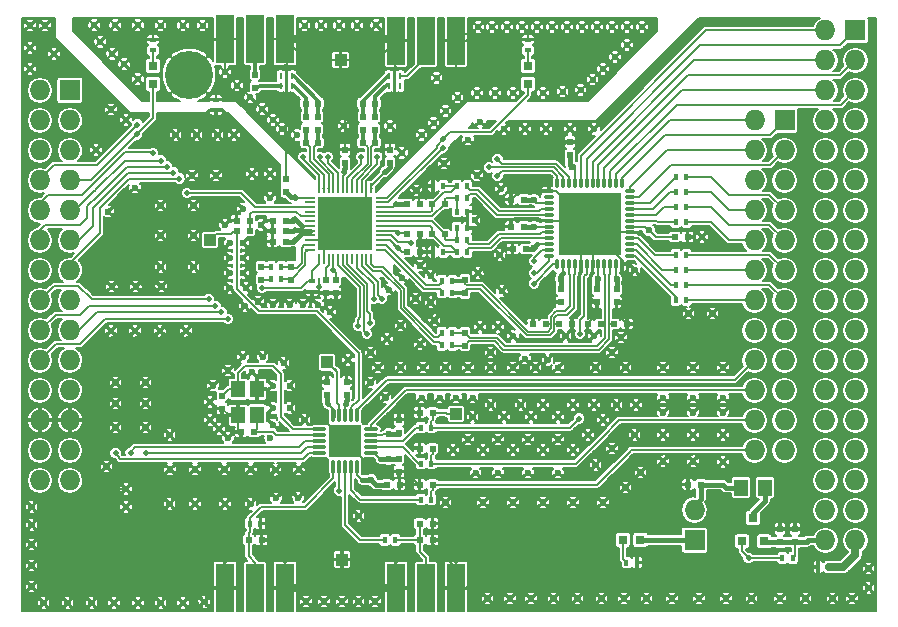
<source format=gtl>
G04 #@! TF.FileFunction,Copper,L1,Top,Signal*
%FSLAX46Y46*%
G04 Gerber Fmt 4.6, Leading zero omitted, Abs format (unit mm)*
G04 Created by KiCad (PCBNEW 4.0.0-rc1-stable) date 26/07/2016 12:52:27*
%MOMM*%
G01*
G04 APERTURE LIST*
%ADD10C,0.100000*%
%ADD11C,0.600000*%
%ADD12R,1.524000X4.064000*%
%ADD13C,0.762000*%
%ADD14R,0.600000X0.500000*%
%ADD15O,1.200000X0.320000*%
%ADD16O,0.320000X1.200000*%
%ADD17R,2.650000X2.650000*%
%ADD18R,1.320000X1.320000*%
%ADD19O,0.245000X0.870000*%
%ADD20O,0.870000X0.245000*%
%ADD21R,4.525000X4.525000*%
%ADD22C,0.635000*%
%ADD23R,1.500000X1.500000*%
%ADD24O,0.280000X0.900000*%
%ADD25O,0.900000X0.280000*%
%ADD26R,5.300000X5.300000*%
%ADD27R,1.650000X1.650000*%
%ADD28R,0.500000X0.600000*%
%ADD29R,0.800100X0.800100*%
%ADD30R,0.248920X0.551180*%
%ADD31R,1.198880X1.399540*%
%ADD32R,1.150620X1.440180*%
%ADD33R,0.508000X0.558800*%
%ADD34R,0.400000X0.600000*%
%ADD35R,0.600000X0.400000*%
%ADD36R,0.797560X0.797560*%
%ADD37R,1.000000X1.000000*%
%ADD38C,4.064000*%
%ADD39R,1.727200X1.727200*%
%ADD40O,1.727200X1.727200*%
%ADD41C,0.500000*%
%ADD42C,0.150000*%
%ADD43C,0.700000*%
%ADD44C,0.200000*%
%ADD45C,0.300000*%
%ADD46C,0.400000*%
%ADD47C,0.125000*%
G04 APERTURE END LIST*
D10*
D11*
X49022000Y-68199000D03*
X28194000Y-75311000D03*
X29464000Y-76200000D03*
X23368000Y-70612000D03*
X49149000Y-109728000D03*
X22606000Y-68199000D03*
X21336000Y-68199000D03*
X55753000Y-72644000D03*
X71882000Y-69850000D03*
X66421000Y-73787000D03*
X30454600Y-72745600D03*
X29311600Y-71475600D03*
X28295600Y-70586600D03*
X27279600Y-69570600D03*
X26771600Y-68173600D03*
X28549600Y-68173600D03*
X30454600Y-68173600D03*
X44577000Y-68199000D03*
X45974000Y-68199000D03*
X86995000Y-116713000D03*
X84836000Y-116713000D03*
X82423000Y-116713000D03*
X80264000Y-116713000D03*
X77978000Y-116713000D03*
X75692000Y-116713000D03*
X73533000Y-116713000D03*
X71628000Y-116713000D03*
X69723000Y-116713000D03*
X67691000Y-116713000D03*
X65659000Y-116713000D03*
X63754000Y-116713000D03*
X61976000Y-116713000D03*
X60071000Y-116713000D03*
X56388000Y-79883000D03*
X59182000Y-80899000D03*
X61468000Y-76962000D03*
X59182000Y-73914000D03*
X62230000Y-73914000D03*
X64770000Y-73914000D03*
X67945000Y-73660000D03*
X68961000Y-72771000D03*
X69850000Y-71882000D03*
X70866000Y-70866000D03*
X73152000Y-68326000D03*
X71882000Y-68326000D03*
X70612000Y-68326000D03*
X69342000Y-68326000D03*
X68072000Y-68326000D03*
X66802000Y-68326000D03*
X65532000Y-68326000D03*
X64262000Y-68326000D03*
X62992000Y-68326000D03*
X61722000Y-68326000D03*
X39979600Y-74269600D03*
X28575000Y-102235000D03*
X31115000Y-102235000D03*
X31115000Y-100203000D03*
X28575000Y-100203000D03*
X31115000Y-98425000D03*
X28575000Y-98425000D03*
X30226000Y-81915000D03*
X27940000Y-83947000D03*
X37084000Y-80899000D03*
X37211000Y-77470000D03*
X35052000Y-80899000D03*
X33655000Y-77470000D03*
X35179000Y-88646000D03*
X35179000Y-85979000D03*
X35179000Y-83439000D03*
X32385000Y-88646000D03*
X32385000Y-85979000D03*
X32385000Y-83439000D03*
X32448500Y-90297000D03*
X30289500Y-90297000D03*
X28257500Y-90297000D03*
X34544000Y-94043500D03*
X32321500Y-94043500D03*
X30226000Y-94043500D03*
X28194000Y-94043500D03*
X60452000Y-68326000D03*
X59290000Y-68324000D03*
X52806600Y-78968600D03*
X38862000Y-73279000D03*
X40995600Y-75285600D03*
X37846000Y-72136000D03*
X47879000Y-76708000D03*
X41910000Y-76200000D03*
X54483000Y-77470000D03*
X55499000Y-76454000D03*
X56515000Y-75438000D03*
X57531000Y-74295000D03*
X24511000Y-117094000D03*
X21463000Y-108966000D03*
X21463000Y-113919000D03*
X21463000Y-110490000D03*
X22479000Y-117094000D03*
X21463000Y-115697000D03*
X21463000Y-112141000D03*
X21336000Y-71882000D03*
X21336000Y-70104000D03*
X89281000Y-116713000D03*
X58970000Y-84700000D03*
X43307000Y-100584000D03*
X65024000Y-76962000D03*
X52705000Y-93599000D03*
X43307000Y-98679000D03*
X61087000Y-87630000D03*
X26543000Y-117094000D03*
X28448000Y-117094000D03*
X61214000Y-82042000D03*
X69088000Y-76962000D03*
X30480000Y-117094000D03*
X32385000Y-117094000D03*
X67056000Y-76962000D03*
X44577000Y-101600000D03*
X34290000Y-117094000D03*
X42799000Y-96774000D03*
X36576000Y-101600000D03*
X61277500Y-90678000D03*
X36576000Y-100076000D03*
X40132000Y-80772000D03*
X67310000Y-108585000D03*
X92329000Y-115824000D03*
X49149000Y-116967000D03*
X36083240Y-117000020D03*
X50546000Y-116967000D03*
X46228000Y-116967000D03*
X47752000Y-116967000D03*
X92329000Y-114173000D03*
X44704000Y-116967000D03*
X35433000Y-77470000D03*
X80010000Y-102870000D03*
X59436000Y-93726000D03*
X65151000Y-96520000D03*
X62230000Y-94488000D03*
X37779960Y-105780840D03*
X36830000Y-98679000D03*
X80010000Y-100965000D03*
X77470000Y-102870000D03*
X59245500Y-89154000D03*
X77470000Y-100965000D03*
X72517000Y-88900000D03*
X74930000Y-100965000D03*
X90932000Y-116713000D03*
X80010000Y-105156000D03*
X42123360Y-105811320D03*
X77470000Y-105092500D03*
X42166540Y-108231940D03*
X54356000Y-95186500D03*
X74930000Y-105092500D03*
X55562500Y-93154500D03*
X40020240Y-105780840D03*
X60325000Y-95885000D03*
X60960000Y-93726000D03*
X33147000Y-102870000D03*
X40005000Y-108712000D03*
X63246000Y-96393000D03*
X73025000Y-106045000D03*
X71755000Y-107315000D03*
X69850000Y-108585000D03*
X72517000Y-102870000D03*
X64770000Y-108585000D03*
X59690000Y-108585000D03*
X59436000Y-76327000D03*
X41021000Y-96266000D03*
X56515000Y-108585000D03*
X62230000Y-108585000D03*
X52832000Y-89535000D03*
X39370000Y-96266000D03*
X33147000Y-108712000D03*
X33177480Y-105780840D03*
X44041060Y-108209080D03*
X44089320Y-105780840D03*
X63246000Y-76962000D03*
X29464000Y-108966000D03*
X27813000Y-105537000D03*
X70612000Y-104013000D03*
X72644000Y-100330000D03*
X70993000Y-100330000D03*
X69088000Y-94488000D03*
X66040000Y-106045000D03*
X68580000Y-102870000D03*
X67310000Y-104140000D03*
X41910000Y-101981000D03*
X64770000Y-104140000D03*
X66040000Y-103251000D03*
X62230000Y-104140000D03*
X60960000Y-106045000D03*
X59690000Y-104140000D03*
X57150000Y-104140000D03*
X69850000Y-101600000D03*
X41910000Y-98679000D03*
X35311080Y-105780840D03*
X63500000Y-106045000D03*
X35306000Y-108712000D03*
X60960000Y-103251000D03*
X63500000Y-103251000D03*
X58420000Y-103251000D03*
X37846000Y-108712000D03*
X66040000Y-101346000D03*
X69215000Y-105410000D03*
X63754000Y-101346000D03*
X61468000Y-101346000D03*
X38100000Y-97409000D03*
X58801000Y-101346000D03*
X59055000Y-106045000D03*
X80010000Y-97155000D03*
X51562000Y-94742000D03*
X77470000Y-97155000D03*
X70612000Y-95885000D03*
X66675000Y-94488000D03*
X80010000Y-99695000D03*
X55245000Y-91630500D03*
X55245000Y-89408000D03*
X77470000Y-99695000D03*
X74930000Y-102870000D03*
X74930000Y-99695000D03*
X74930000Y-97155000D03*
X40132000Y-97536000D03*
X71755000Y-97155000D03*
X69215000Y-97155000D03*
X41910000Y-100584000D03*
X41680000Y-103160000D03*
X54356000Y-88519000D03*
X66040000Y-97155000D03*
X64135000Y-97155000D03*
X62230000Y-97155000D03*
X60325000Y-97155000D03*
X58420000Y-97155000D03*
X56515000Y-97155000D03*
X54610000Y-97155000D03*
X52705000Y-97155000D03*
X77089000Y-92583000D03*
X79121000Y-92583000D03*
X29464000Y-107442000D03*
X69088000Y-100330000D03*
X67310000Y-100330000D03*
X64770000Y-100330000D03*
X62865000Y-100330000D03*
X71374000Y-94615000D03*
X60325000Y-100330000D03*
X38100000Y-103124000D03*
X58801000Y-99695000D03*
X57404000Y-99695000D03*
X56007000Y-99695000D03*
X54483000Y-99695000D03*
X51435000Y-99695000D03*
X50800000Y-97155000D03*
X53975000Y-91313000D03*
X50165000Y-98425000D03*
X51689000Y-90551000D03*
X50165000Y-95885000D03*
X37338000Y-102362000D03*
X48260000Y-96520000D03*
X46736000Y-92456000D03*
X45720000Y-91821000D03*
X44450000Y-91821000D03*
X43307000Y-91821000D03*
X41910000Y-91821000D03*
X40640000Y-91567000D03*
X39497000Y-91948000D03*
X39624000Y-90424000D03*
X39370000Y-89154000D03*
X39370000Y-87884000D03*
X39370000Y-86614000D03*
X38227000Y-90424000D03*
X38227000Y-89154000D03*
X38227000Y-87884000D03*
X38227000Y-86614000D03*
X37846000Y-85090000D03*
X39370000Y-83693000D03*
X40894000Y-85090000D03*
X41656000Y-82804000D03*
X41656000Y-80772000D03*
X50647600Y-68173600D03*
X47498000Y-68199000D03*
X32385000Y-68199000D03*
X34290000Y-68199000D03*
X35941000Y-68199000D03*
D12*
X40386000Y-115824000D03*
X37846000Y-115824000D03*
X42926000Y-115824000D03*
D13*
X38186000Y-114256000D03*
X37486000Y-114256000D03*
X38186000Y-115256000D03*
X38186000Y-116256000D03*
X37486000Y-116256000D03*
X37486000Y-115256000D03*
X42586000Y-114256000D03*
X42586000Y-115256000D03*
X42586000Y-116256000D03*
X43286000Y-116256000D03*
X43286000Y-115256000D03*
X43286000Y-114256000D03*
D14*
X55330000Y-83312000D03*
X56430000Y-83312000D03*
X56430000Y-85852000D03*
X55330000Y-85852000D03*
D15*
X45806000Y-102378000D03*
X45806000Y-102878000D03*
X45806000Y-103378000D03*
X45806000Y-103878000D03*
X45806000Y-104378000D03*
D16*
X47006000Y-105578000D03*
X47506000Y-105578000D03*
X48006000Y-105578000D03*
X48506000Y-105578000D03*
X49006000Y-105578000D03*
D15*
X50206000Y-104378000D03*
X50206000Y-103878000D03*
X50206000Y-103378000D03*
X50206000Y-102878000D03*
X50206000Y-102378000D03*
D16*
X49006000Y-101178000D03*
X48506000Y-101178000D03*
X48006000Y-101178000D03*
X47506000Y-101178000D03*
X47006000Y-101178000D03*
D17*
X48006000Y-103378000D03*
D11*
X48006000Y-103378000D03*
X47346000Y-102718000D03*
X48666000Y-102718000D03*
X48666000Y-104038000D03*
X47346000Y-104038000D03*
D18*
X47346000Y-102718000D03*
X48666000Y-102718000D03*
X47346000Y-104038000D03*
X48666000Y-104038000D03*
D19*
X50206000Y-81963000D03*
X49806000Y-81963000D03*
X49406000Y-81963000D03*
X49006000Y-81963000D03*
X48606000Y-81963000D03*
X48206000Y-81963000D03*
X47806000Y-81963000D03*
X47406000Y-81963000D03*
X47006000Y-81963000D03*
X46606000Y-81963000D03*
X46206000Y-81963000D03*
X45806000Y-81963000D03*
D20*
X45006000Y-82763000D03*
X45006000Y-83163000D03*
X45006000Y-83563000D03*
X45006000Y-83963000D03*
X45006000Y-84363000D03*
X45006000Y-84763000D03*
X45006000Y-85163000D03*
X45006000Y-85563000D03*
X45006000Y-85963000D03*
X45006000Y-86363000D03*
X45006000Y-86763000D03*
X45006000Y-87163000D03*
D19*
X45806000Y-87963000D03*
X46206000Y-87963000D03*
X46606000Y-87963000D03*
X47006000Y-87963000D03*
X47406000Y-87963000D03*
X47806000Y-87963000D03*
X48206000Y-87963000D03*
X48606000Y-87963000D03*
X49006000Y-87963000D03*
X49406000Y-87963000D03*
X49806000Y-87963000D03*
X50206000Y-87963000D03*
D20*
X51006000Y-87163000D03*
X51006000Y-86763000D03*
X51006000Y-86363000D03*
X51006000Y-85963000D03*
X51006000Y-85563000D03*
X51006000Y-85163000D03*
X51006000Y-84763000D03*
X51006000Y-84363000D03*
X51006000Y-83963000D03*
X51006000Y-83563000D03*
X51006000Y-83163000D03*
X51006000Y-82763000D03*
D21*
X48006000Y-84963000D03*
D22*
X48006000Y-84963000D03*
X48006000Y-83463000D03*
X49506000Y-83463000D03*
X49506000Y-84963000D03*
X49506000Y-86463000D03*
X48006000Y-86463000D03*
X46506000Y-86463000D03*
X46506000Y-84963000D03*
X46506000Y-83463000D03*
D23*
X49506000Y-83463000D03*
X49506000Y-84963000D03*
X49506000Y-86463000D03*
X48006000Y-83463000D03*
X48006000Y-84963000D03*
X48006000Y-86463000D03*
X46506000Y-83463000D03*
X46506000Y-84963000D03*
X46506000Y-86463000D03*
D24*
X65957000Y-88413000D03*
X66457000Y-88413000D03*
X66957000Y-88413000D03*
X67457000Y-88413000D03*
X67957000Y-88413000D03*
X68457000Y-88413000D03*
X68957000Y-88413000D03*
X69457000Y-88413000D03*
X69957000Y-88413000D03*
X70457000Y-88413000D03*
X70957000Y-88413000D03*
X71457000Y-88413000D03*
D25*
X72157000Y-87713000D03*
X72157000Y-87213000D03*
X72157000Y-86713000D03*
X72157000Y-86213000D03*
X72157000Y-85713000D03*
X72157000Y-85213000D03*
X72157000Y-84713000D03*
X72157000Y-84213000D03*
X72157000Y-83713000D03*
X72157000Y-83213000D03*
X72157000Y-82713000D03*
X72157000Y-82213000D03*
D24*
X71457000Y-81513000D03*
X70957000Y-81513000D03*
X70457000Y-81513000D03*
X69957000Y-81513000D03*
X69457000Y-81513000D03*
X68957000Y-81513000D03*
X68457000Y-81513000D03*
X67957000Y-81513000D03*
X67457000Y-81513000D03*
X66957000Y-81513000D03*
X66457000Y-81513000D03*
X65957000Y-81513000D03*
D25*
X65257000Y-82213000D03*
X65257000Y-82713000D03*
X65257000Y-83213000D03*
X65257000Y-83713000D03*
X65257000Y-84213000D03*
X65257000Y-84713000D03*
X65257000Y-85213000D03*
X65257000Y-85713000D03*
X65257000Y-86213000D03*
X65257000Y-86713000D03*
X65257000Y-87213000D03*
X65257000Y-87713000D03*
D26*
X68707000Y-84963000D03*
D22*
X68707000Y-84963000D03*
X68707000Y-86613000D03*
X67057000Y-86613000D03*
X67057000Y-84963000D03*
X67057000Y-83313000D03*
X68707000Y-83313000D03*
X70357000Y-83313000D03*
X70357000Y-84963000D03*
X70357000Y-86613000D03*
D27*
X67057000Y-86613000D03*
X67057000Y-84963000D03*
X67057000Y-83313000D03*
X68707000Y-86613000D03*
X68707000Y-84963000D03*
X68707000Y-83313000D03*
X70357000Y-86613000D03*
X70357000Y-84963000D03*
X70357000Y-83313000D03*
D28*
X49530000Y-77004000D03*
X49530000Y-75904000D03*
D29*
X81600000Y-111871760D03*
X83500000Y-111871760D03*
X82550000Y-109872780D03*
D12*
X54864000Y-69469000D03*
X57404000Y-69469000D03*
X52324000Y-69469000D03*
D13*
X57064000Y-71037000D03*
X57764000Y-71037000D03*
X57064000Y-70037000D03*
X57064000Y-69037000D03*
X57764000Y-69037000D03*
X57764000Y-70037000D03*
X52664000Y-71037000D03*
X52664000Y-70037000D03*
X52664000Y-69037000D03*
X51964000Y-69037000D03*
X51964000Y-70037000D03*
X51964000Y-71037000D03*
D30*
X52697380Y-72473820D03*
X52197000Y-72473820D03*
X51696620Y-72473820D03*
X51696620Y-73322180D03*
X52197000Y-73322180D03*
X52697380Y-73322180D03*
X42552620Y-73322180D03*
X43053000Y-73322180D03*
X43553380Y-73322180D03*
X43553380Y-72473820D03*
X43053000Y-72473820D03*
X42552620Y-72473820D03*
D12*
X40386000Y-69342000D03*
X42926000Y-69342000D03*
X37846000Y-69342000D03*
D13*
X42586000Y-70910000D03*
X43286000Y-70910000D03*
X42586000Y-69910000D03*
X42586000Y-68910000D03*
X43286000Y-68910000D03*
X43286000Y-69910000D03*
X38186000Y-70910000D03*
X38186000Y-69910000D03*
X38186000Y-68910000D03*
X37486000Y-68910000D03*
X37486000Y-69910000D03*
X37486000Y-70910000D03*
D31*
X40551100Y-101175820D03*
X38950900Y-98976180D03*
X40551100Y-98976180D03*
X38950900Y-101175820D03*
D32*
X81534000Y-107315000D03*
X83566000Y-107315000D03*
D12*
X54864000Y-115824000D03*
X52324000Y-115824000D03*
X57404000Y-115824000D03*
D13*
X52664000Y-114256000D03*
X51964000Y-114256000D03*
X52664000Y-115256000D03*
X52664000Y-116256000D03*
X51964000Y-116256000D03*
X51964000Y-115256000D03*
X57064000Y-114256000D03*
X57064000Y-115256000D03*
X57064000Y-116256000D03*
X57764000Y-116256000D03*
X57764000Y-115256000D03*
X57764000Y-114256000D03*
D33*
X49504600Y-74803000D03*
X50571400Y-74803000D03*
X49504600Y-78105000D03*
X50571400Y-78105000D03*
X44678600Y-74803000D03*
X45745400Y-74803000D03*
X44678600Y-78105000D03*
X45745400Y-78105000D03*
D28*
X48006000Y-79798000D03*
X48006000Y-78698000D03*
X42989500Y-82274500D03*
X42989500Y-81174500D03*
X51816000Y-79798000D03*
X51816000Y-78698000D03*
X69342000Y-90509000D03*
X69342000Y-91609000D03*
D14*
X42968000Y-86487000D03*
X41868000Y-86487000D03*
X42968000Y-84709000D03*
X41868000Y-84709000D03*
D28*
X47244000Y-89747000D03*
X47244000Y-90847000D03*
X70993000Y-90509000D03*
X70993000Y-91609000D03*
D14*
X63161000Y-82931000D03*
X62061000Y-82931000D03*
X42968000Y-85598000D03*
X41868000Y-85598000D03*
X63161000Y-85217000D03*
X62061000Y-85217000D03*
X53234500Y-83312000D03*
X54334500Y-83312000D03*
X63288000Y-87122000D03*
X62188000Y-87122000D03*
D28*
X52578000Y-104860000D03*
X52578000Y-105960000D03*
X67056000Y-79163000D03*
X67056000Y-78063000D03*
X86106000Y-111929000D03*
X86106000Y-110829000D03*
D14*
X78147000Y-107061000D03*
X77047000Y-107061000D03*
D28*
X50546000Y-77004000D03*
X50546000Y-75904000D03*
X58166000Y-89747000D03*
X58166000Y-90847000D03*
X58166000Y-94192000D03*
X58166000Y-95292000D03*
X45720000Y-77004000D03*
X45720000Y-75904000D03*
X46355000Y-89747000D03*
X46355000Y-90847000D03*
D14*
X70760500Y-93472000D03*
X71860500Y-93472000D03*
X69638000Y-93472000D03*
X68538000Y-93472000D03*
X66125000Y-93472000D03*
X67225000Y-93472000D03*
X65002500Y-93472000D03*
X63902500Y-93472000D03*
D28*
X44704000Y-77004000D03*
X44704000Y-75904000D03*
X43434000Y-89704000D03*
X43434000Y-88604000D03*
X46482000Y-99483000D03*
X46482000Y-98383000D03*
X66294000Y-90509000D03*
X66294000Y-91609000D03*
D14*
X39201000Y-102616000D03*
X40301000Y-102616000D03*
D28*
X37592000Y-100626000D03*
X37592000Y-99526000D03*
D14*
X38820000Y-85598000D03*
X39920000Y-85598000D03*
D28*
X40894000Y-89704000D03*
X40894000Y-88604000D03*
D14*
X39920000Y-84709000D03*
X38820000Y-84709000D03*
X55414000Y-100965000D03*
X54314000Y-100965000D03*
X55414000Y-104013000D03*
X54314000Y-104013000D03*
X55414000Y-107061000D03*
X54314000Y-107061000D03*
X54314000Y-111760000D03*
X55414000Y-111760000D03*
D28*
X52578000Y-102658000D03*
X52578000Y-101558000D03*
X84836000Y-111929000D03*
X84836000Y-110829000D03*
X48133000Y-99483000D03*
X48133000Y-98383000D03*
D14*
X51520000Y-107061000D03*
X52620000Y-107061000D03*
X40936000Y-111760000D03*
X39836000Y-111760000D03*
X55414000Y-110363000D03*
X54314000Y-110363000D03*
D34*
X85921000Y-113284000D03*
X85021000Y-113284000D03*
X58362000Y-81788000D03*
X57462000Y-81788000D03*
X58362000Y-82804000D03*
X57462000Y-82804000D03*
X58362000Y-86360000D03*
X57462000Y-86360000D03*
X58362000Y-87376000D03*
X57462000Y-87376000D03*
X56330000Y-87376000D03*
X55430000Y-87376000D03*
X57462000Y-85344000D03*
X58362000Y-85344000D03*
X57462000Y-83947000D03*
X58362000Y-83947000D03*
X56330000Y-81788000D03*
X55430000Y-81788000D03*
X57092000Y-89789000D03*
X56192000Y-89789000D03*
X57092000Y-90805000D03*
X56192000Y-90805000D03*
X57092000Y-94234000D03*
X56192000Y-94234000D03*
X57092000Y-95250000D03*
X56192000Y-95250000D03*
D35*
X45212000Y-90747000D03*
X45212000Y-89847000D03*
D34*
X42614000Y-88646000D03*
X41714000Y-88646000D03*
X42614000Y-89662000D03*
X41714000Y-89662000D03*
X55314000Y-102235000D03*
X54414000Y-102235000D03*
X55314000Y-105283000D03*
X54414000Y-105283000D03*
X55314000Y-108331000D03*
X54414000Y-108331000D03*
X39936000Y-110363000D03*
X40836000Y-110363000D03*
X52266000Y-111760000D03*
X51366000Y-111760000D03*
X88969000Y-114046000D03*
X88069000Y-114046000D03*
X76904000Y-91440000D03*
X76004000Y-91440000D03*
X76904000Y-81026000D03*
X76004000Y-81026000D03*
X76004000Y-82296000D03*
X76904000Y-82296000D03*
X76904000Y-83566000D03*
X76004000Y-83566000D03*
X76004000Y-84836000D03*
X76904000Y-84836000D03*
X76004000Y-87630000D03*
X76904000Y-87630000D03*
X76004000Y-90170000D03*
X76904000Y-90170000D03*
X76004000Y-88900000D03*
X76904000Y-88900000D03*
D35*
X63500000Y-70300000D03*
X63500000Y-69400000D03*
X31750000Y-70300000D03*
X31750000Y-69400000D03*
D34*
X71813000Y-113665000D03*
X72713000Y-113665000D03*
D36*
X63500000Y-73139300D03*
X63500000Y-71640700D03*
X31750000Y-73139300D03*
X31750000Y-71640700D03*
X73012300Y-111760000D03*
X71513700Y-111760000D03*
D14*
X75904000Y-86106000D03*
X77004000Y-86106000D03*
D35*
X37084000Y-74480000D03*
X37084000Y-75380000D03*
D14*
X53234500Y-87376000D03*
X54334500Y-87376000D03*
D28*
X40386000Y-73448000D03*
X40386000Y-72348000D03*
D37*
X46482000Y-96710500D03*
X47625000Y-71120000D03*
X47752000Y-113411000D03*
D38*
X34798000Y-72390000D03*
D39*
X77597000Y-111760000D03*
D40*
X77597000Y-109220000D03*
D14*
X53234500Y-85852000D03*
X54334500Y-85852000D03*
D11*
X51816000Y-76708000D03*
D37*
X36576000Y-86360000D03*
X57404000Y-101092000D03*
D11*
X38608000Y-77470000D03*
D39*
X24713000Y-73679000D03*
D40*
X22173000Y-73679000D03*
X24713000Y-76219000D03*
X22173000Y-76219000D03*
X24713000Y-78759000D03*
X22173000Y-78759000D03*
X24713000Y-81299000D03*
X22173000Y-81299000D03*
X24713000Y-83839000D03*
X22173000Y-83839000D03*
X24713000Y-86379000D03*
X22173000Y-86379000D03*
X24713000Y-88919000D03*
X22173000Y-88919000D03*
X24713000Y-91459000D03*
X22173000Y-91459000D03*
X24713000Y-93999000D03*
X22173000Y-93999000D03*
X24713000Y-96539000D03*
X22173000Y-96539000D03*
X24713000Y-99079000D03*
X22173000Y-99079000D03*
X24713000Y-101619000D03*
X22173000Y-101619000D03*
X24713000Y-104159000D03*
X22173000Y-104159000D03*
X24713000Y-106699000D03*
X22173000Y-106699000D03*
D39*
X85213000Y-76219000D03*
D40*
X82673000Y-76219000D03*
X85213000Y-78759000D03*
X82673000Y-78759000D03*
X85213000Y-81299000D03*
X82673000Y-81299000D03*
X85213000Y-83839000D03*
X82673000Y-83839000D03*
X85213000Y-86379000D03*
X82673000Y-86379000D03*
X85213000Y-88919000D03*
X82673000Y-88919000D03*
X85213000Y-91459000D03*
X82673000Y-91459000D03*
X85213000Y-93999000D03*
X82673000Y-93999000D03*
X85213000Y-96539000D03*
X82673000Y-96539000D03*
X85213000Y-99079000D03*
X82673000Y-99079000D03*
X85213000Y-101619000D03*
X82673000Y-101619000D03*
X85213000Y-104159000D03*
X82673000Y-104159000D03*
D39*
X91213000Y-68599000D03*
D40*
X88673000Y-68599000D03*
X91213000Y-71139000D03*
X88673000Y-71139000D03*
X91213000Y-73679000D03*
X88673000Y-73679000D03*
X91213000Y-76219000D03*
X88673000Y-76219000D03*
X91213000Y-78759000D03*
X88673000Y-78759000D03*
X91213000Y-81299000D03*
X88673000Y-81299000D03*
X91213000Y-83839000D03*
X88673000Y-83839000D03*
X91213000Y-86379000D03*
X88673000Y-86379000D03*
X91213000Y-88919000D03*
X88673000Y-88919000D03*
X91213000Y-91459000D03*
X88673000Y-91459000D03*
X91213000Y-93999000D03*
X88673000Y-93999000D03*
X91213000Y-96539000D03*
X88673000Y-96539000D03*
X91213000Y-99079000D03*
X88673000Y-99079000D03*
X91213000Y-101619000D03*
X88673000Y-101619000D03*
X91213000Y-104159000D03*
X88673000Y-104159000D03*
X91213000Y-106699000D03*
X88673000Y-106699000D03*
X91213000Y-109239000D03*
X88673000Y-109239000D03*
X91213000Y-111779000D03*
X88673000Y-111779000D03*
D11*
X43942000Y-77470000D03*
X78232000Y-86106000D03*
X42672000Y-76962000D03*
X54038500Y-82169000D03*
X60706000Y-73914000D03*
X58420000Y-77851000D03*
X26924000Y-78740000D03*
D41*
X52514500Y-87058500D03*
X52514500Y-85788500D03*
X47006000Y-88916000D03*
X43751500Y-84582000D03*
X43751500Y-85471000D03*
X43751500Y-82740500D03*
X43751500Y-86360000D03*
X51371500Y-80581500D03*
X47942500Y-80581500D03*
D11*
X64008000Y-86995000D03*
X67183000Y-80137000D03*
X73723500Y-85534500D03*
X70993000Y-89662000D03*
X66294000Y-89662000D03*
X69405500Y-89662000D03*
D41*
X52324000Y-83312000D03*
D11*
X64008000Y-85217000D03*
X64008000Y-82931000D03*
X50228500Y-106680000D03*
X51689000Y-102743000D03*
X51689000Y-104902000D03*
D41*
X46545500Y-100203000D03*
X48069500Y-100203000D03*
X64008000Y-88138000D03*
X64008000Y-89154000D03*
X64008000Y-90043000D03*
X49085500Y-93599000D03*
X67818000Y-101473000D03*
X67881500Y-94297500D03*
X31115000Y-104394000D03*
X28575000Y-104394000D03*
X34607500Y-82359500D03*
X60198000Y-80200500D03*
X60896500Y-79502000D03*
X50101500Y-93345000D03*
X49847500Y-94297500D03*
X60896500Y-80899000D03*
X30353000Y-77406500D03*
X56261000Y-78549500D03*
X56324500Y-77787500D03*
X30416500Y-76581000D03*
X82169000Y-113284000D03*
X36449000Y-91376500D03*
X40957500Y-90424000D03*
X47498000Y-107569000D03*
X38100000Y-93027500D03*
X53594000Y-86614000D03*
X50419000Y-91313000D03*
X37528500Y-92456000D03*
X37020500Y-91948000D03*
X51117500Y-91313000D03*
X33972500Y-81153000D03*
X50736500Y-79311500D03*
X33464500Y-80645000D03*
X49339500Y-79311500D03*
X32893000Y-80137000D03*
X46545500Y-79311500D03*
X31750000Y-78994000D03*
X45847000Y-79311500D03*
X32385000Y-79629000D03*
X44450000Y-79311500D03*
D11*
X65595500Y-79248000D03*
X64960500Y-81280000D03*
D41*
X53594000Y-100584000D03*
X53594000Y-106426000D03*
X53594000Y-103632000D03*
X64452500Y-92583000D03*
X67691000Y-92583000D03*
X69342000Y-92583000D03*
X70993000Y-92583000D03*
X29845000Y-104394000D03*
D42*
X91213000Y-88919000D02*
X91213000Y-88546000D01*
X91213000Y-91459000D02*
X91213000Y-91213000D01*
X88673000Y-81299000D02*
X88673000Y-81116500D01*
X88673000Y-81299000D02*
X88173000Y-81299000D01*
X88673000Y-86379000D02*
X88133000Y-86379000D01*
X88673000Y-78759000D02*
X88213000Y-78759000D01*
X88673000Y-76219000D02*
X88220500Y-76219000D01*
X88673000Y-76219000D02*
X88665000Y-76219000D01*
X85213000Y-96539000D02*
X84944000Y-96539000D01*
X37846000Y-72136000D02*
X37846000Y-69342000D01*
X31750000Y-69400000D02*
X37788000Y-69400000D01*
X37788000Y-69400000D02*
X37846000Y-69342000D01*
D43*
X42926000Y-69342000D02*
X52197000Y-69342000D01*
X52197000Y-69342000D02*
X52324000Y-69469000D01*
D44*
X52197000Y-72473820D02*
X52197000Y-69596000D01*
X52197000Y-69596000D02*
X52324000Y-69469000D01*
X52197000Y-73322180D02*
X52197000Y-72473820D01*
D42*
X52197000Y-73977500D02*
X52197000Y-73322180D01*
X42989500Y-81174500D02*
X42989500Y-75374500D01*
X43053000Y-75311000D02*
X43053000Y-73322180D01*
X42989500Y-75374500D02*
X43053000Y-75311000D01*
X48006000Y-78698000D02*
X48006000Y-74422000D01*
X48006000Y-74422000D02*
X42926000Y-69342000D01*
X48006000Y-78698000D02*
X48006000Y-73787000D01*
X48006000Y-73787000D02*
X52324000Y-69469000D01*
X42926000Y-70421500D02*
X42926000Y-69342000D01*
X63500000Y-69400000D02*
X59632000Y-69400000D01*
X59129500Y-68897500D02*
X57975500Y-68897500D01*
X59632000Y-69400000D02*
X59129500Y-68897500D01*
X57975500Y-68897500D02*
X57404000Y-69469000D01*
X53467000Y-74422000D02*
X52641500Y-74422000D01*
X52641500Y-74422000D02*
X52197000Y-73977500D01*
X57404000Y-69469000D02*
X57404000Y-72644000D01*
X55626000Y-74422000D02*
X53467000Y-74422000D01*
X57404000Y-72644000D02*
X55626000Y-74422000D01*
X49806000Y-81321500D02*
X49806000Y-81963000D01*
X52197000Y-73322180D02*
X52197000Y-73977500D01*
X52197000Y-73977500D02*
X52641500Y-74422000D01*
X52197000Y-69596000D02*
X52070000Y-69469000D01*
X38227000Y-69469000D02*
X38100000Y-69342000D01*
X43053000Y-72473820D02*
X43053000Y-69469000D01*
X43053000Y-69469000D02*
X43180000Y-69342000D01*
X46206000Y-87963000D02*
X46206000Y-86763000D01*
X46206000Y-86763000D02*
X48006000Y-84963000D01*
X45006000Y-86363000D02*
X46406000Y-86363000D01*
X46406000Y-86363000D02*
X46506000Y-86463000D01*
X49806000Y-81963000D02*
X49806000Y-83163000D01*
X49806000Y-83163000D02*
X48006000Y-84963000D01*
X51244500Y-79883000D02*
X49806000Y-81321500D01*
X51244500Y-78803500D02*
X51244500Y-79883000D01*
X51350000Y-78698000D02*
X51244500Y-78803500D01*
X51816000Y-78698000D02*
X51350000Y-78698000D01*
X40386000Y-73448000D02*
X40640000Y-73448000D01*
X40640000Y-73448000D02*
X40765820Y-73322180D01*
D45*
X42552620Y-73322180D02*
X40765820Y-73322180D01*
D42*
X40765820Y-73322180D02*
X40640000Y-73448000D01*
X51006000Y-86363000D02*
X51819000Y-86363000D01*
X51819000Y-86363000D02*
X52514500Y-87058500D01*
X53234500Y-87376000D02*
X52832000Y-87376000D01*
X52832000Y-87376000D02*
X52514500Y-87058500D01*
X52514500Y-85788500D02*
X53171000Y-85788500D01*
X53171000Y-85788500D02*
X53234500Y-85852000D01*
X51006000Y-85563000D02*
X52289000Y-85563000D01*
X52289000Y-85563000D02*
X52514500Y-85788500D01*
X52514500Y-87058500D02*
X52387500Y-87058500D01*
X52387500Y-87058500D02*
X51819000Y-86363000D01*
X53425000Y-87376000D02*
X52959000Y-87376000D01*
D46*
X77597000Y-111760000D02*
X73012300Y-111760000D01*
D42*
X47006000Y-87963000D02*
X47006000Y-88916000D01*
X47244000Y-89154000D02*
X47244000Y-89747000D01*
X47006000Y-88916000D02*
X47244000Y-89154000D01*
D46*
X42968000Y-84709000D02*
X43624500Y-84709000D01*
X43624500Y-84709000D02*
X43751500Y-84582000D01*
X42968000Y-85598000D02*
X43624500Y-85598000D01*
X43624500Y-85598000D02*
X43751500Y-85471000D01*
X43751500Y-84582000D02*
X43561000Y-84582000D01*
X42968000Y-86487000D02*
X43624500Y-86487000D01*
X43624500Y-86487000D02*
X43751500Y-86360000D01*
X43561000Y-84582000D02*
X43751500Y-84582000D01*
D42*
X45006000Y-85963000D02*
X44148500Y-85963000D01*
D46*
X44148500Y-85963000D02*
X43751500Y-86360000D01*
X45006000Y-85563000D02*
X44288000Y-85563000D01*
X44196000Y-85471000D02*
X43751500Y-85471000D01*
X44288000Y-85563000D02*
X44196000Y-85471000D01*
D42*
X45006000Y-85163000D02*
X44332500Y-85163000D01*
D46*
X44332500Y-85163000D02*
X43751500Y-84582000D01*
D42*
X45006000Y-82763000D02*
X43774000Y-82763000D01*
D46*
X43774000Y-82763000D02*
X43751500Y-82740500D01*
X43751500Y-82740500D02*
X43455500Y-82740500D01*
X43455500Y-82740500D02*
X42989500Y-82274500D01*
X43003000Y-85563000D02*
X42968000Y-85598000D01*
X51816000Y-79798000D02*
X51816000Y-80137000D01*
X51816000Y-80137000D02*
X51371500Y-80581500D01*
X47942500Y-80581500D02*
X47942500Y-80327500D01*
X47942500Y-80327500D02*
X48006000Y-80264000D01*
D42*
X47942500Y-80581500D02*
X47942500Y-80835500D01*
X47942500Y-80835500D02*
X47806000Y-80972000D01*
D46*
X67119500Y-80073500D02*
X67183000Y-80137000D01*
X67246500Y-80073500D02*
X67183000Y-80137000D01*
X67056000Y-80010000D02*
X67183000Y-80137000D01*
X67056000Y-79163000D02*
X67056000Y-80010000D01*
X63881000Y-87122000D02*
X64008000Y-86995000D01*
X63288000Y-87122000D02*
X63881000Y-87122000D01*
X64290000Y-86713000D02*
X64008000Y-86995000D01*
D42*
X65257000Y-86713000D02*
X64290000Y-86713000D01*
D46*
X67183000Y-80137000D02*
X67310000Y-80073500D01*
D42*
X67457000Y-80220500D02*
X67457000Y-81513000D01*
X67310000Y-80073500D02*
X67457000Y-80220500D01*
D44*
X73402000Y-85213000D02*
X73723500Y-85534500D01*
X73402000Y-85213000D02*
X74295000Y-86106000D01*
X73402000Y-85213000D02*
X74295000Y-86106000D01*
D42*
X50206000Y-81963000D02*
X50206000Y-81747000D01*
X50206000Y-81747000D02*
X51816000Y-80137000D01*
X50206000Y-81963000D02*
X50244000Y-81963000D01*
X50206000Y-81620000D02*
X50206000Y-81963000D01*
D46*
X48006000Y-80264000D02*
X48006000Y-79798000D01*
D42*
X47806000Y-80972000D02*
X47806000Y-81963000D01*
D44*
X72157000Y-85213000D02*
X73402000Y-85213000D01*
D42*
X74295000Y-86106000D02*
X75904000Y-86106000D01*
X74295000Y-86106000D02*
X75904000Y-86106000D01*
X66457000Y-88413000D02*
X66457000Y-89118000D01*
D46*
X66294000Y-89281000D02*
X66294000Y-89662000D01*
X66457000Y-89118000D02*
X66294000Y-89281000D01*
X66294000Y-90509000D02*
X66294000Y-89662000D01*
D42*
X70957000Y-88413000D02*
X70957000Y-89626000D01*
D46*
X70957000Y-89626000D02*
X70993000Y-89662000D01*
X70993000Y-90509000D02*
X70993000Y-89662000D01*
X70957000Y-90473000D02*
X70993000Y-90509000D01*
D42*
X69457000Y-88413000D02*
X69457000Y-89610500D01*
D46*
X69457000Y-89610500D02*
X69405500Y-89662000D01*
X69457000Y-89610500D02*
X69405500Y-89662000D01*
X69342000Y-90509000D02*
X69342000Y-89725500D01*
X69342000Y-89725500D02*
X69405500Y-89662000D01*
D42*
X69457000Y-89015000D02*
X69457000Y-88413000D01*
X69457000Y-88413000D02*
X69457000Y-89015000D01*
D46*
X53044000Y-83312000D02*
X52324000Y-83312000D01*
D42*
X51006000Y-83563000D02*
X52073000Y-83563000D01*
X52073000Y-83563000D02*
X52324000Y-83312000D01*
D46*
X64008000Y-85217000D02*
X63161000Y-85217000D01*
D42*
X65257000Y-85213000D02*
X63165000Y-85213000D01*
D46*
X63165000Y-85213000D02*
X63161000Y-85217000D01*
D42*
X65257000Y-83213000D02*
X64163000Y-83213000D01*
X64163000Y-83213000D02*
X64008000Y-82931000D01*
D46*
X64008000Y-82931000D02*
X63161000Y-82931000D01*
X48069500Y-100203000D02*
X48069500Y-99949000D01*
X48133000Y-99885500D02*
X48133000Y-99483000D01*
X48069500Y-99949000D02*
X48133000Y-99885500D01*
D42*
X48006000Y-101178000D02*
X48006000Y-100266500D01*
D46*
X48006000Y-100266500D02*
X48069500Y-100203000D01*
X51520000Y-107061000D02*
X50609500Y-107061000D01*
X50609500Y-107061000D02*
X50228500Y-106680000D01*
D42*
X49006000Y-105578000D02*
X49006000Y-106219500D01*
X49006000Y-106219500D02*
X49466500Y-106680000D01*
D46*
X49466500Y-106680000D02*
X50228500Y-106680000D01*
X50228500Y-106680000D02*
X50292000Y-106743500D01*
D42*
X50206000Y-104378000D02*
X50466500Y-104378000D01*
X50466500Y-104378000D02*
X50990500Y-104902000D01*
D46*
X50990500Y-104902000D02*
X51689000Y-104902000D01*
D42*
X50206000Y-102878000D02*
X51173000Y-102878000D01*
X51308000Y-102743000D02*
X51689000Y-102743000D01*
X51173000Y-102878000D02*
X51308000Y-102743000D01*
D46*
X52536000Y-104902000D02*
X51689000Y-104902000D01*
X51689000Y-102743000D02*
X52536000Y-102743000D01*
X46482000Y-99483000D02*
X46482000Y-100139500D01*
X46482000Y-100139500D02*
X46545500Y-100203000D01*
D42*
X47133000Y-101305000D02*
X47133000Y-100790500D01*
X47133000Y-100790500D02*
X46545500Y-100203000D01*
X57462000Y-81788000D02*
X56330000Y-81788000D01*
X55330000Y-83312000D02*
X55372000Y-83312000D01*
X55372000Y-83312000D02*
X56388000Y-82296000D01*
X56954000Y-82296000D02*
X57462000Y-81788000D01*
X56388000Y-82296000D02*
X56954000Y-82296000D01*
X55330000Y-83312000D02*
X55330000Y-83862000D01*
X55229000Y-83963000D02*
X51006000Y-83963000D01*
X55330000Y-83862000D02*
X55229000Y-83963000D01*
X57420000Y-81873000D02*
X57462000Y-81915000D01*
X51006000Y-83963000D02*
X51053501Y-84010501D01*
X57462000Y-82804000D02*
X56515000Y-82804000D01*
X56430000Y-82889000D02*
X56430000Y-83312000D01*
X56515000Y-82804000D02*
X56430000Y-82889000D01*
X56430000Y-83143000D02*
X56430000Y-83312000D01*
X54737000Y-84363000D02*
X55379000Y-84363000D01*
X55379000Y-84363000D02*
X56430000Y-83312000D01*
X51006000Y-84363000D02*
X54737000Y-84363000D01*
X57462000Y-83947000D02*
X57462000Y-82931000D01*
X57420000Y-82973000D02*
X57462000Y-82931000D01*
D47*
X51006000Y-84363000D02*
X51053501Y-84315499D01*
D42*
X56430000Y-85852000D02*
X56430000Y-86275000D01*
X56515000Y-86360000D02*
X57462000Y-86360000D01*
X56430000Y-86275000D02*
X56515000Y-86360000D01*
X51006000Y-84763000D02*
X55341000Y-84763000D01*
X55341000Y-84763000D02*
X56430000Y-85852000D01*
X57462000Y-85344000D02*
X57462000Y-86360000D01*
X57462000Y-86360000D02*
X57420000Y-86318000D01*
X56330000Y-87376000D02*
X57462000Y-87376000D01*
X55330000Y-85852000D02*
X55372000Y-85852000D01*
X55372000Y-85852000D02*
X56388000Y-86868000D01*
X56954000Y-86868000D02*
X57462000Y-87376000D01*
X56388000Y-86868000D02*
X56954000Y-86868000D01*
X51006000Y-85163000D02*
X55191000Y-85163000D01*
X55330000Y-85302000D02*
X55330000Y-85852000D01*
X55191000Y-85163000D02*
X55330000Y-85302000D01*
X57420000Y-87418000D02*
X57462000Y-87376000D01*
X65257000Y-87213000D02*
X64679000Y-87213000D01*
X64008000Y-87884000D02*
X64008000Y-88138000D01*
X64679000Y-87213000D02*
X64008000Y-87884000D01*
X65257000Y-87213000D02*
X64869500Y-87213000D01*
X64008000Y-89154000D02*
X64262000Y-89154000D01*
X65257000Y-88159000D02*
X65257000Y-87713000D01*
X64262000Y-89154000D02*
X65257000Y-88159000D01*
D46*
X78147000Y-107061000D02*
X80010000Y-107061000D01*
X80264000Y-107315000D02*
X81534000Y-107315000D01*
X80010000Y-107061000D02*
X80264000Y-107315000D01*
X78147000Y-107061000D02*
X78147000Y-108289000D01*
X78147000Y-108289000D02*
X77597000Y-108839000D01*
D42*
X77597000Y-108839000D02*
X77597000Y-109220000D01*
D45*
X50571400Y-74803000D02*
X50571400Y-74158142D01*
X50571400Y-74158142D02*
X51538021Y-73191521D01*
X50571400Y-74803000D02*
X50571400Y-74206100D01*
D44*
X51455320Y-73322180D02*
X51696620Y-73322180D01*
D45*
X50571400Y-74206100D02*
X51455320Y-73322180D01*
X50546000Y-75904000D02*
X50546000Y-74828400D01*
D42*
X50546000Y-74828400D02*
X50571400Y-74803000D01*
X65638000Y-88413000D02*
X65957000Y-88413000D01*
X64008000Y-90043000D02*
X65638000Y-88413000D01*
X65957000Y-88413000D02*
X65957000Y-88729000D01*
D45*
X57092000Y-89789000D02*
X58124000Y-89789000D01*
D42*
X58124000Y-89789000D02*
X58166000Y-89747000D01*
X65151000Y-94107000D02*
X63493910Y-94107000D01*
X65412498Y-93845502D02*
X65151000Y-94107000D01*
X65412498Y-93345000D02*
X65412498Y-93845502D01*
X58293000Y-90170000D02*
X58166000Y-90043000D01*
X59556910Y-90170000D02*
X58293000Y-90170000D01*
X63493910Y-94107000D02*
X59556910Y-90170000D01*
X58166000Y-90043000D02*
X58166000Y-89747000D01*
X66957000Y-88413000D02*
X66957000Y-89238002D01*
X67056000Y-91948000D02*
X66611500Y-92392500D01*
X67056000Y-89337002D02*
X67056000Y-91948000D01*
X66957000Y-89238002D02*
X67056000Y-89337002D01*
X65002500Y-93472000D02*
X65341500Y-93472000D01*
X65757295Y-92490795D02*
X65757295Y-92484705D01*
X65341500Y-93472000D02*
X65412498Y-93401002D01*
X66611500Y-92392500D02*
X65849500Y-92392500D01*
X65849500Y-92392500D02*
X65757295Y-92484705D01*
X66957000Y-88418026D02*
X66957000Y-88413000D01*
X65412498Y-92835592D02*
X65757295Y-92490795D01*
X65412498Y-93401002D02*
X65412498Y-93345000D01*
X65412498Y-93345000D02*
X65412498Y-92835592D01*
D45*
X58166000Y-90847000D02*
X57134000Y-90847000D01*
D42*
X57134000Y-90847000D02*
X57092000Y-90805000D01*
X64008000Y-94424500D02*
X63373000Y-94424500D01*
X58293000Y-90487500D02*
X58166000Y-90614500D01*
X59436000Y-90487500D02*
X58293000Y-90487500D01*
X63373000Y-94424500D02*
X59436000Y-90487500D01*
X58166000Y-90614500D02*
X58166000Y-90847000D01*
X65722500Y-93281500D02*
X65722500Y-94043500D01*
X65341500Y-94424500D02*
X64008000Y-94424500D01*
X65722500Y-94043500D02*
X65341500Y-94424500D01*
X67457000Y-88413000D02*
X67457000Y-89261000D01*
X67373500Y-92138500D02*
X67119500Y-92392500D01*
X67373500Y-89344500D02*
X67373500Y-92138500D01*
X67457000Y-89261000D02*
X67373500Y-89344500D01*
X66125000Y-93472000D02*
X65786000Y-93472000D01*
X66802000Y-92710000D02*
X67119500Y-92392500D01*
X67119500Y-92392500D02*
X67246500Y-92265500D01*
X65976500Y-92710000D02*
X66802000Y-92710000D01*
X65722500Y-92964000D02*
X65976500Y-92710000D01*
X65722500Y-93408500D02*
X65722500Y-93281500D01*
X65722500Y-93281500D02*
X65722500Y-92964000D01*
X65786000Y-93472000D02*
X65722500Y-93408500D01*
D45*
X49530000Y-75904000D02*
X49530000Y-74828400D01*
D42*
X49530000Y-74828400D02*
X49504600Y-74803000D01*
D45*
X49504600Y-74803000D02*
X49504600Y-74574400D01*
D42*
X51605180Y-72473820D02*
X51696620Y-72473820D01*
D45*
X49504600Y-74574400D02*
X51605180Y-72473820D01*
D42*
X58166000Y-94192000D02*
X57134000Y-94192000D01*
X57134000Y-94192000D02*
X57092000Y-94234000D01*
X70040500Y-93218000D02*
X70040500Y-94615000D01*
X58589000Y-94615000D02*
X58166000Y-94192000D01*
X60833000Y-94615000D02*
X58589000Y-94615000D01*
X61531500Y-95313500D02*
X60833000Y-94615000D01*
X69342000Y-95313500D02*
X61531500Y-95313500D01*
X70040500Y-94615000D02*
X69342000Y-95313500D01*
X70040500Y-91884500D02*
X70040500Y-93218000D01*
X70040500Y-93218000D02*
X70040500Y-93345000D01*
X70040500Y-93345000D02*
X69913500Y-93472000D01*
X69913500Y-93472000D02*
X69638000Y-93472000D01*
X70040500Y-93345000D02*
X69913500Y-93472000D01*
X69913500Y-93472000D02*
X69511000Y-93472000D01*
X70040500Y-93345000D02*
X69913500Y-93472000D01*
X70040500Y-91313000D02*
X70040500Y-91884500D01*
X69957000Y-88413000D02*
X69957000Y-89261000D01*
X69957000Y-89261000D02*
X70040500Y-89344500D01*
X70040500Y-89344500D02*
X70040500Y-91313000D01*
X69957000Y-88413000D02*
X69957000Y-88723000D01*
X69957000Y-88413000D02*
X69957000Y-88418026D01*
X58166000Y-95292000D02*
X57134000Y-95292000D01*
X57134000Y-95292000D02*
X57092000Y-95250000D01*
X70350502Y-93154500D02*
X70350502Y-94749498D01*
X58532998Y-94925002D02*
X58166000Y-95292000D01*
X60698502Y-94925002D02*
X58532998Y-94925002D01*
X61404500Y-95631000D02*
X60698502Y-94925002D01*
X69469000Y-95631000D02*
X61404500Y-95631000D01*
X70350502Y-94749498D02*
X69469000Y-95631000D01*
X70350502Y-91694000D02*
X70350502Y-93154500D01*
X70350502Y-93154500D02*
X70350502Y-93401002D01*
X70421500Y-93472000D02*
X70760500Y-93472000D01*
X70350502Y-93401002D02*
X70421500Y-93472000D01*
X70548500Y-93472000D02*
X70824000Y-93472000D01*
X70548500Y-93472000D02*
X70951000Y-93472000D01*
X70350502Y-90932000D02*
X70350502Y-91694000D01*
X70457000Y-88413000D02*
X70457000Y-89245500D01*
X70350502Y-89351998D02*
X70350502Y-90932000D01*
X70457000Y-89245500D02*
X70350502Y-89351998D01*
X70457000Y-88413000D02*
X70457000Y-88723000D01*
D45*
X45745400Y-74803000D02*
X45745400Y-74574400D01*
X45745400Y-74574400D02*
X43644820Y-72473820D01*
D42*
X43644820Y-72473820D02*
X43553380Y-72473820D01*
D45*
X45720000Y-75904000D02*
X45720000Y-74828400D01*
D42*
X45720000Y-74828400D02*
X45745400Y-74803000D01*
X46606000Y-87963000D02*
X46606000Y-88458500D01*
X46355000Y-88709500D02*
X46355000Y-89747000D01*
X46606000Y-88458500D02*
X46355000Y-88709500D01*
D45*
X44678600Y-74803000D02*
X44678600Y-74333100D01*
D42*
X43667680Y-73322180D02*
X43553380Y-73322180D01*
D45*
X44678600Y-74333100D02*
X43667680Y-73322180D01*
X44704000Y-75904000D02*
X44704000Y-74828400D01*
D42*
X44704000Y-74828400D02*
X44678600Y-74803000D01*
X42614000Y-89662000D02*
X43392000Y-89662000D01*
X43392000Y-89662000D02*
X43434000Y-89704000D01*
X44633002Y-87376000D02*
X44633002Y-88504998D01*
X44633002Y-88504998D02*
X43434000Y-89704000D01*
X45006000Y-87163000D02*
X44846002Y-87163000D01*
X44846002Y-87163000D02*
X44633002Y-87376000D01*
X43392000Y-89704000D02*
X43434000Y-89704000D01*
X44846002Y-87163000D02*
X44633002Y-87376000D01*
X42614000Y-88646000D02*
X43392000Y-88646000D01*
X43392000Y-88646000D02*
X43434000Y-88604000D01*
X44323000Y-88328500D02*
X43942000Y-88709500D01*
X43942000Y-88709500D02*
X43539500Y-88709500D01*
X43539500Y-88709500D02*
X43434000Y-88604000D01*
X44323000Y-88011000D02*
X44323000Y-88328500D01*
X44323000Y-86995000D02*
X44323000Y-88074500D01*
X44555000Y-86763000D02*
X44323000Y-86995000D01*
X45006000Y-86763000D02*
X44555000Y-86763000D01*
X44323000Y-88074500D02*
X44323000Y-88011000D01*
X45006000Y-86763000D02*
X44963510Y-86805490D01*
X40551100Y-101175820D02*
X40551100Y-102365900D01*
X40551100Y-102365900D02*
X40301000Y-102616000D01*
X45806000Y-102878000D02*
X42172000Y-102878000D01*
X41910000Y-102616000D02*
X40301000Y-102616000D01*
X42172000Y-102878000D02*
X41910000Y-102616000D01*
X38950900Y-98976180D02*
X38141820Y-98976180D01*
X38141820Y-98976180D02*
X37592000Y-99526000D01*
X45806000Y-102378000D02*
X43577000Y-102378000D01*
X38950900Y-97574100D02*
X38950900Y-98976180D01*
X39497000Y-97028000D02*
X38950900Y-97574100D01*
X41910000Y-97028000D02*
X39497000Y-97028000D01*
X42545000Y-97663000D02*
X41910000Y-97028000D01*
X42545000Y-101346000D02*
X42545000Y-97663000D01*
X43577000Y-102378000D02*
X42545000Y-101346000D01*
X45006000Y-84363000D02*
X44294500Y-84363000D01*
X39920000Y-84159000D02*
X39920000Y-84709000D01*
X40132000Y-83947000D02*
X39920000Y-84159000D01*
X43878500Y-83947000D02*
X40132000Y-83947000D01*
X44294500Y-84363000D02*
X43878500Y-83947000D01*
X39920000Y-84709000D02*
X39920000Y-85598000D01*
X40894000Y-89704000D02*
X41672000Y-89704000D01*
X41672000Y-89704000D02*
X41714000Y-89662000D01*
X40910000Y-89704000D02*
X40952000Y-89662000D01*
X40894000Y-88604000D02*
X41672000Y-88604000D01*
X41672000Y-88604000D02*
X41714000Y-88646000D01*
X40910000Y-88604000D02*
X40952000Y-88646000D01*
X49276000Y-90741500D02*
X49276000Y-90354410D01*
X47406000Y-88484410D02*
X47406000Y-87963000D01*
X49276000Y-90354410D02*
X47406000Y-88484410D01*
X49085500Y-93599000D02*
X49085500Y-93098498D01*
X49276000Y-92907998D02*
X49276000Y-90741500D01*
X49085500Y-93098498D02*
X49276000Y-92907998D01*
D44*
X57404000Y-101092000D02*
X56642000Y-101092000D01*
X56515000Y-100965000D02*
X55414000Y-100965000D01*
X56642000Y-101092000D02*
X56515000Y-100965000D01*
D42*
X55314000Y-102235000D02*
X67056000Y-102235000D01*
X67056000Y-102235000D02*
X67818000Y-101473000D01*
X67056000Y-102235000D02*
X67818000Y-101473000D01*
X55314000Y-102235000D02*
X55314000Y-101658000D01*
X55414000Y-101558000D02*
X55414000Y-100965000D01*
X55314000Y-101658000D02*
X55414000Y-101558000D01*
X67881500Y-94297500D02*
X67881500Y-93154500D01*
X67881500Y-93154500D02*
X68262500Y-92773500D01*
X68262500Y-92773500D02*
X68262500Y-89408000D01*
X68262500Y-89408000D02*
X68457000Y-89213500D01*
X68457000Y-89213500D02*
X68457000Y-88413000D01*
X68457000Y-88413000D02*
X68457000Y-89213500D01*
X55314000Y-105283000D02*
X67564000Y-105283000D01*
X67564000Y-105283000D02*
X69596000Y-103251000D01*
X69596000Y-103251000D02*
X69723000Y-103124000D01*
X69723000Y-103124000D02*
X71228000Y-101619000D01*
X55414000Y-103886000D02*
X55414000Y-104479000D01*
X55314000Y-104579000D02*
X55314000Y-105156000D01*
X55414000Y-104479000D02*
X55314000Y-104579000D01*
X82673000Y-101619000D02*
X71228000Y-101619000D01*
D44*
X55314000Y-108400000D02*
X55314000Y-108331000D01*
D42*
X55414000Y-107061000D02*
X69342000Y-107061000D01*
X69342000Y-107061000D02*
X72136000Y-104267000D01*
X72244000Y-104159000D02*
X82673000Y-104159000D01*
X69342000Y-107061000D02*
X72136000Y-104267000D01*
X72136000Y-104267000D02*
X72244000Y-104159000D01*
X55314000Y-108331000D02*
X55314000Y-107627000D01*
X55414000Y-107527000D02*
X55414000Y-107061000D01*
X55314000Y-107627000D02*
X55414000Y-107527000D01*
X82677000Y-104163000D02*
X82673000Y-104159000D01*
X54314000Y-111760000D02*
X54314000Y-112734000D01*
X54864000Y-113284000D02*
X54864000Y-115824000D01*
X54314000Y-112734000D02*
X54864000Y-113284000D01*
X52266000Y-111760000D02*
X54314000Y-111760000D01*
X54356000Y-111802000D02*
X54314000Y-111760000D01*
X54314000Y-111760000D02*
X54314000Y-110363000D01*
X39936000Y-110363000D02*
X39936000Y-111067000D01*
X39936000Y-111067000D02*
X39836000Y-111167000D01*
X39836000Y-111167000D02*
X39836000Y-111760000D01*
X39836000Y-111167000D02*
X39836000Y-111760000D01*
X39936000Y-111067000D02*
X39836000Y-111167000D01*
X47006000Y-105578000D02*
X47006000Y-106537000D01*
X39936000Y-109924000D02*
X39936000Y-110363000D01*
X40894000Y-108966000D02*
X39936000Y-109924000D01*
X44577000Y-108966000D02*
X40894000Y-108966000D01*
X47006000Y-106537000D02*
X44577000Y-108966000D01*
X40386000Y-115824000D02*
X40386000Y-113665000D01*
X40386000Y-113665000D02*
X39836000Y-113115000D01*
X39836000Y-113115000D02*
X39836000Y-111760000D01*
X82550000Y-109872780D02*
X82550000Y-109474000D01*
D46*
X82550000Y-109474000D02*
X83566000Y-108458000D01*
X83566000Y-108458000D02*
X83566000Y-107315000D01*
D42*
X45806000Y-103878000D02*
X44775500Y-103878000D01*
X44775500Y-103878000D02*
X44259500Y-104394000D01*
X44259500Y-104394000D02*
X31115000Y-104394000D01*
X45806000Y-104378000D02*
X44974000Y-104378000D01*
X28956000Y-104902000D02*
X28575000Y-104394000D01*
X44450000Y-104902000D02*
X29972000Y-104902000D01*
X29972000Y-104902000D02*
X28956000Y-104902000D01*
X44974000Y-104378000D02*
X44450000Y-104902000D01*
X40383000Y-83563000D02*
X45006000Y-83563000D01*
X39179500Y-82359500D02*
X40383000Y-83563000D01*
X34607500Y-82359500D02*
X39179500Y-82359500D01*
X22173000Y-73679000D02*
X22173000Y-74116000D01*
X60198000Y-80200500D02*
X65671700Y-80200500D01*
X65671700Y-80200500D02*
X66457000Y-80985800D01*
X66457000Y-80985800D02*
X66457000Y-81513000D01*
X66457000Y-80985800D02*
X66457000Y-81513000D01*
X66457000Y-81513000D02*
X66457000Y-80985800D01*
X49903502Y-90868500D02*
X49903502Y-92385002D01*
X50101500Y-92583000D02*
X50101500Y-93345000D01*
X49903502Y-92385002D02*
X50101500Y-92583000D01*
X65849500Y-79883000D02*
X66957000Y-80990500D01*
X61270002Y-79883000D02*
X65849500Y-79883000D01*
X60896500Y-79509498D02*
X61270002Y-79883000D01*
X60896500Y-79502000D02*
X60896500Y-79509498D01*
X49903502Y-90424000D02*
X49903502Y-90105092D01*
X48206000Y-88407590D02*
X48206000Y-87963000D01*
X49903502Y-90105092D02*
X48206000Y-88407590D01*
X49903502Y-90868500D02*
X49903502Y-90424000D01*
X66957000Y-80990500D02*
X66957000Y-81513000D01*
X66957000Y-81513000D02*
X66957000Y-80990500D01*
X22173000Y-76219000D02*
X22173000Y-76061500D01*
X49593500Y-92646500D02*
X49593500Y-94043500D01*
X49593500Y-94043500D02*
X49847500Y-94297500D01*
X47806000Y-87963000D02*
X47806000Y-88446000D01*
X49593500Y-90233500D02*
X49593500Y-92646500D01*
X47806000Y-88446000D02*
X49593500Y-90233500D01*
X22173000Y-78759000D02*
X22173000Y-78665000D01*
X65957000Y-80935502D02*
X65539498Y-80518000D01*
X65539498Y-80518000D02*
X61277500Y-80518000D01*
X61277500Y-80518000D02*
X60896500Y-80899000D01*
X65957000Y-81513000D02*
X65957000Y-80935502D01*
X51006000Y-83163000D02*
X51647500Y-83163000D01*
X51647500Y-83163000D02*
X56261000Y-78549500D01*
X24713000Y-81299000D02*
X26460500Y-81299000D01*
X26460500Y-81299000D02*
X30353000Y-77406500D01*
X31750000Y-76009500D02*
X31750000Y-73139300D01*
X30353000Y-77406500D02*
X31750000Y-76009500D01*
X51006000Y-82763000D02*
X51539500Y-82763000D01*
X55753000Y-78359000D02*
X56324500Y-77787500D01*
X55753000Y-78549500D02*
X55753000Y-78359000D01*
X51539500Y-82763000D02*
X55753000Y-78549500D01*
X63500000Y-73139300D02*
X63500000Y-74041000D01*
X63500000Y-74041000D02*
X60325000Y-77216000D01*
X60325000Y-77216000D02*
X56896000Y-77216000D01*
X56896000Y-77216000D02*
X56324500Y-77787500D01*
X22173000Y-81299000D02*
X22173000Y-81205000D01*
X22173000Y-81205000D02*
X23368000Y-80010000D01*
X26987500Y-80010000D02*
X30416500Y-76581000D01*
X23368000Y-80010000D02*
X26987500Y-80010000D01*
X51006000Y-82763000D02*
X51349000Y-82763000D01*
X51006000Y-82763000D02*
X51095000Y-82763000D01*
X76004000Y-91440000D02*
X76004000Y-91186000D01*
X76004000Y-91186000D02*
X72531000Y-87713000D01*
X72531000Y-87713000D02*
X72157000Y-87713000D01*
X76004000Y-84836000D02*
X74472800Y-84836000D01*
X74349800Y-84713000D02*
X72157000Y-84713000D01*
X74472800Y-84836000D02*
X74349800Y-84713000D01*
X72157000Y-83213000D02*
X73817000Y-83213000D01*
X73817000Y-83213000D02*
X76004000Y-81026000D01*
X72157000Y-83213000D02*
X72532699Y-83213000D01*
X72157000Y-82713000D02*
X72862000Y-82713000D01*
X72862000Y-82713000D02*
X75565000Y-80010000D01*
X75565000Y-80010000D02*
X83962000Y-80010000D01*
X83962000Y-80010000D02*
X85213000Y-78759000D01*
X72157000Y-82713000D02*
X72862000Y-82713000D01*
X83962000Y-80010000D02*
X85213000Y-78759000D01*
X72157000Y-82713000D02*
X72532699Y-82713000D01*
X69957000Y-81513000D02*
X69957000Y-80284000D01*
X76562000Y-73679000D02*
X88673000Y-73679000D01*
X69957000Y-80284000D02*
X76562000Y-73679000D01*
X67957000Y-81513000D02*
X67957000Y-79236000D01*
X78594000Y-68599000D02*
X88673000Y-68599000D01*
X67957000Y-79236000D02*
X78594000Y-68599000D01*
X82673000Y-78759000D02*
X75292000Y-78759000D01*
X72157000Y-81894000D02*
X72157000Y-82213000D01*
X75292000Y-78759000D02*
X72157000Y-81894000D01*
X72157000Y-82213000D02*
X72473000Y-82213000D01*
X72282500Y-82213000D02*
X72157000Y-82213000D01*
X72157000Y-82213000D02*
X72157000Y-82084500D01*
X71457000Y-81513000D02*
X71457000Y-81070000D01*
X71457000Y-81070000D02*
X75057000Y-77470000D01*
X75057000Y-77470000D02*
X75946000Y-77470000D01*
X82296000Y-77470000D02*
X75946000Y-77470000D01*
X83962000Y-77470000D02*
X85213000Y-76219000D01*
X82296000Y-77470000D02*
X83962000Y-77470000D01*
X70457000Y-81513000D02*
X70457000Y-80546000D01*
X76073000Y-74930000D02*
X89662000Y-74930000D01*
X70457000Y-80546000D02*
X76073000Y-74930000D01*
X89962000Y-74930000D02*
X89662000Y-74930000D01*
X91213000Y-73679000D02*
X89962000Y-74930000D01*
X69457000Y-81513000D02*
X69457000Y-80022000D01*
X77063600Y-72415400D02*
X89936600Y-72415400D01*
X69457000Y-80022000D02*
X77063600Y-72415400D01*
X89936600Y-72415400D02*
X91213000Y-71139000D01*
X89936600Y-72415400D02*
X91213000Y-71139000D01*
X89936600Y-72415400D02*
X91213000Y-71139000D01*
X68957000Y-81513000D02*
X68957000Y-79760000D01*
X77578000Y-71139000D02*
X88673000Y-71139000D01*
X68957000Y-79760000D02*
X77578000Y-71139000D01*
X68457000Y-81513000D02*
X68457000Y-79498000D01*
X78079600Y-69875400D02*
X89936600Y-69875400D01*
X68457000Y-79498000D02*
X78079600Y-69875400D01*
X89936600Y-69875400D02*
X91213000Y-68599000D01*
X89936600Y-69875400D02*
X91213000Y-68599000D01*
X76004000Y-82296000D02*
X75488800Y-82296000D01*
X74071800Y-83713000D02*
X72157000Y-83713000D01*
X75488800Y-82296000D02*
X74071800Y-83713000D01*
X72157000Y-83713000D02*
X72532699Y-83713000D01*
X76004000Y-83566000D02*
X75006200Y-83566000D01*
X74359200Y-84213000D02*
X72157000Y-84213000D01*
X75006200Y-83566000D02*
X74359200Y-84213000D01*
X72170400Y-84226400D02*
X72157000Y-84213000D01*
X72157000Y-86213000D02*
X72794180Y-86213000D01*
X72794180Y-86213000D02*
X74211180Y-87630000D01*
X74211180Y-87630000D02*
X76004000Y-87630000D01*
X72157000Y-86713000D02*
X72692200Y-86713000D01*
X74879200Y-88900000D02*
X76004000Y-88900000D01*
X72692200Y-86713000D02*
X74879200Y-88900000D01*
X72157000Y-87213000D02*
X72630860Y-87213000D01*
X75587860Y-90170000D02*
X76004000Y-90170000D01*
X72630860Y-87213000D02*
X75587860Y-90170000D01*
D43*
X90170000Y-114046000D02*
X88969000Y-114046000D01*
X91213000Y-113003000D02*
X90170000Y-114046000D01*
X91213000Y-111779000D02*
X91213000Y-113003000D01*
D42*
X91223000Y-111789000D02*
X91213000Y-111779000D01*
X81600000Y-112715000D02*
X82169000Y-113284000D01*
X85021000Y-113284000D02*
X82169000Y-113284000D01*
X82169000Y-113284000D02*
X81600000Y-112715000D01*
X81600000Y-111871760D02*
X81600000Y-112715000D01*
X23495000Y-90233500D02*
X25400000Y-90233500D01*
X26543000Y-91376500D02*
X36449000Y-91376500D01*
X25400000Y-90233500D02*
X26543000Y-91376500D01*
X45212000Y-89847000D02*
X44836500Y-89847000D01*
X23398500Y-90233500D02*
X22173000Y-91459000D01*
X23495000Y-90233500D02*
X23398500Y-90233500D01*
X44259500Y-90424000D02*
X40957500Y-90424000D01*
X44836500Y-89847000D02*
X44259500Y-90424000D01*
X45806000Y-87963000D02*
X45806000Y-88369500D01*
X45212000Y-88963500D02*
X45212000Y-89847000D01*
X45806000Y-88369500D02*
X45212000Y-88963500D01*
X47506000Y-105578000D02*
X47506000Y-107561000D01*
X47506000Y-107561000D02*
X47498000Y-107569000D01*
X65257000Y-83713000D02*
X64623000Y-83713000D01*
X58616000Y-82105500D02*
X58362000Y-81851500D01*
X59245500Y-82105500D02*
X58616000Y-82105500D01*
X61026545Y-83886545D02*
X59245500Y-82105500D01*
X64449455Y-83886545D02*
X61026545Y-83886545D01*
X64623000Y-83713000D02*
X64449455Y-83886545D01*
X65257000Y-83713000D02*
X65256999Y-83713001D01*
X63373000Y-84213000D02*
X60845000Y-84213000D01*
X58610500Y-82486500D02*
X58362000Y-82735000D01*
X59118500Y-82486500D02*
X58610500Y-82486500D01*
X60845000Y-84213000D02*
X59118500Y-82486500D01*
X58362000Y-82735000D02*
X58362000Y-82804000D01*
X65257000Y-84213000D02*
X63373000Y-84213000D01*
X65257000Y-84213000D02*
X65256999Y-84212999D01*
X65251974Y-84213000D02*
X65257000Y-84213000D01*
X58991500Y-86684998D02*
X58483500Y-86684998D01*
X58483500Y-86684998D02*
X58362000Y-86563498D01*
X58362000Y-86563498D02*
X58362000Y-86360000D01*
X63182500Y-85852000D02*
X61030998Y-85852000D01*
X60198000Y-86684998D02*
X58991500Y-86684998D01*
X61030998Y-85852000D02*
X60198000Y-86684998D01*
X65257000Y-85713000D02*
X64655000Y-85713000D01*
X64516000Y-85852000D02*
X63182500Y-85852000D01*
X64655000Y-85713000D02*
X64516000Y-85852000D01*
X65257000Y-85713000D02*
X65256999Y-85713001D01*
X62103000Y-86213000D02*
X61170500Y-86213000D01*
X58483500Y-86995000D02*
X58362000Y-87116500D01*
X60388500Y-86995000D02*
X58483500Y-86995000D01*
X61170500Y-86213000D02*
X60388500Y-86995000D01*
X58362000Y-87116500D02*
X58362000Y-87376000D01*
X65257000Y-86213000D02*
X62103000Y-86213000D01*
X65257000Y-86213000D02*
X65256999Y-86212999D01*
X65251974Y-86213000D02*
X65257000Y-86213000D01*
X51006000Y-86763000D02*
X51457000Y-86763000D01*
X54871498Y-90177498D02*
X55689500Y-90177498D01*
X51457000Y-86763000D02*
X54871498Y-90177498D01*
X55999502Y-90177498D02*
X56192000Y-89985000D01*
X55689500Y-90177498D02*
X55999502Y-90177498D01*
X56192000Y-89985000D02*
X56192000Y-89789000D01*
X56192000Y-89789000D02*
X56192000Y-89985000D01*
X51006000Y-86763000D02*
X51043501Y-86800501D01*
X55816500Y-90487500D02*
X54673500Y-90487500D01*
X51349000Y-87163000D02*
X51006000Y-87163000D01*
X54673500Y-90487500D02*
X51349000Y-87163000D01*
X56192000Y-90805000D02*
X56192000Y-90609000D01*
X56192000Y-90609000D02*
X56070500Y-90487500D01*
X56070500Y-90487500D02*
X55816500Y-90487500D01*
X51006000Y-87163000D02*
X51043501Y-87125499D01*
X51043501Y-87125499D02*
X51062999Y-87125499D01*
X53022500Y-90932000D02*
X53022500Y-90487500D01*
X50476410Y-88646000D02*
X50206000Y-88375590D01*
X51181000Y-88646000D02*
X50476410Y-88646000D01*
X53022500Y-90487500D02*
X51181000Y-88646000D01*
X50206000Y-88375590D02*
X50206000Y-87963000D01*
X50206000Y-88369500D02*
X50206000Y-87963000D01*
X53022500Y-90932000D02*
X53022500Y-92017590D01*
X55874500Y-94551500D02*
X56192000Y-94234000D01*
X55556410Y-94551500D02*
X55874500Y-94551500D01*
X53022500Y-92017590D02*
X55556410Y-94551500D01*
X50206000Y-87963000D02*
X50206000Y-88306000D01*
X49806000Y-87963000D02*
X49806000Y-88414000D01*
X55938000Y-94996000D02*
X56192000Y-95250000D01*
X55562500Y-94996000D02*
X55938000Y-94996000D01*
X52712498Y-92145998D02*
X55562500Y-94996000D01*
X52712498Y-90621998D02*
X52712498Y-92145998D01*
X51054000Y-88963500D02*
X52712498Y-90621998D01*
X50355500Y-88963500D02*
X51054000Y-88963500D01*
X49806000Y-88414000D02*
X50355500Y-88963500D01*
X52697380Y-72473820D02*
X53256180Y-72473820D01*
X53256180Y-72473820D02*
X54864000Y-70866000D01*
X54864000Y-70866000D02*
X54864000Y-69469000D01*
X54610000Y-70929500D02*
X54610000Y-69469000D01*
X70957000Y-81513000D02*
X70957000Y-80808000D01*
X75546000Y-76219000D02*
X82673000Y-76219000D01*
X70957000Y-80808000D02*
X75546000Y-76219000D01*
X70957000Y-81513000D02*
X70957000Y-81125500D01*
X38100000Y-93027500D02*
X27686000Y-93027500D01*
X25527000Y-95186500D02*
X23525500Y-95186500D01*
X27686000Y-93027500D02*
X25527000Y-95186500D01*
X23525500Y-95186500D02*
X22173000Y-96539000D01*
X51006000Y-85963000D02*
X51927000Y-85963000D01*
X53467000Y-86487000D02*
X53594000Y-86614000D01*
X52451000Y-86487000D02*
X53467000Y-86487000D01*
X51927000Y-85963000D02*
X52451000Y-86487000D01*
X24713000Y-93999000D02*
X25444500Y-93999000D01*
X49006000Y-88693500D02*
X49006000Y-87963000D01*
X50419000Y-90106500D02*
X49006000Y-88693500D01*
X50419000Y-91313000D02*
X50419000Y-90106500D01*
X26987500Y-92456000D02*
X37528500Y-92456000D01*
X25444500Y-93999000D02*
X26987500Y-92456000D01*
X24713000Y-93999000D02*
X24746000Y-93999000D01*
X22206000Y-93999000D02*
X23495000Y-92710000D01*
X23495000Y-92710000D02*
X25527000Y-92710000D01*
X25527000Y-92710000D02*
X26289000Y-91948000D01*
X26289000Y-91948000D02*
X37020500Y-91948000D01*
X51117500Y-91313000D02*
X50800000Y-90995500D01*
X50800000Y-90995500D02*
X50800000Y-89916000D01*
X50800000Y-89916000D02*
X49406000Y-88522000D01*
X22173000Y-93999000D02*
X22206000Y-93999000D01*
X49406000Y-88522000D02*
X49406000Y-87963000D01*
X22173000Y-93999000D02*
X22173000Y-94055000D01*
X49406000Y-87963000D02*
X49406000Y-88522000D01*
X24713000Y-88919000D02*
X24713000Y-88317000D01*
X24713000Y-88317000D02*
X27241500Y-85788500D01*
X27241500Y-85788500D02*
X27241500Y-83820000D01*
X27241500Y-83820000D02*
X27241500Y-83629500D01*
X27241500Y-83629500D02*
X29718000Y-81153000D01*
X29718000Y-81153000D02*
X33972500Y-81153000D01*
X50736500Y-79311500D02*
X50736500Y-79952590D01*
X49406000Y-81283090D02*
X49406000Y-81963000D01*
X50736500Y-79952590D02*
X49406000Y-81283090D01*
X24713000Y-86379000D02*
X25444500Y-86379000D01*
X25444500Y-86379000D02*
X26670000Y-85153500D01*
X26670000Y-85153500D02*
X26670000Y-84010500D01*
X24713000Y-86379000D02*
X25063500Y-86379000D01*
X26670000Y-83629500D02*
X29654500Y-80645000D01*
X26670000Y-84010500D02*
X26670000Y-83629500D01*
X33464500Y-80645000D02*
X29654500Y-80645000D01*
X48206000Y-81963000D02*
X48206000Y-81093588D01*
X49339500Y-79960088D02*
X49339500Y-79311500D01*
X48206000Y-81093588D02*
X49339500Y-79960088D01*
X24713000Y-86379000D02*
X24713000Y-86689000D01*
X24713000Y-86379000D02*
X25101500Y-86379000D01*
X22173000Y-86379000D02*
X22173000Y-85523000D01*
X22173000Y-85523000D02*
X22606000Y-85090000D01*
X22606000Y-85090000D02*
X25590500Y-85090000D01*
X25590500Y-85090000D02*
X26162000Y-84518500D01*
X26162000Y-84518500D02*
X26162000Y-83502500D01*
X26162000Y-83502500D02*
X27051000Y-82613500D01*
X29527500Y-80137000D02*
X27051000Y-82613500D01*
X32893000Y-80137000D02*
X29527500Y-80137000D01*
X47406000Y-81963000D02*
X47406000Y-80692180D01*
X47406000Y-80692180D02*
X46545500Y-79831680D01*
X46545500Y-79831680D02*
X46545500Y-79311500D01*
X47406000Y-80692180D02*
X46545500Y-79831680D01*
X46545500Y-79831680D02*
X46545500Y-79311500D01*
X22173000Y-83839000D02*
X22173000Y-83237000D01*
X22173000Y-83237000D02*
X22860000Y-82550000D01*
X22860000Y-82550000D02*
X25717500Y-82550000D01*
X25717500Y-82550000D02*
X26479500Y-81788000D01*
X31686500Y-78930500D02*
X29464000Y-78930500D01*
X31750000Y-78994000D02*
X31686500Y-78930500D01*
X45847000Y-79311500D02*
X45847000Y-79571590D01*
X45847000Y-79571590D02*
X47006000Y-80730590D01*
X47006000Y-80730590D02*
X47006000Y-81963000D01*
X29464000Y-78930500D02*
X29337000Y-78930500D01*
X29337000Y-78930500D02*
X26479500Y-81788000D01*
X47006000Y-81963000D02*
X47006000Y-80730590D01*
X47006000Y-80730590D02*
X45847000Y-79571590D01*
X24713000Y-83839000D02*
X25127000Y-83839000D01*
X25127000Y-83839000D02*
X26860500Y-82105500D01*
X24713000Y-83839000D02*
X24713000Y-84022000D01*
X29337000Y-79629000D02*
X26860500Y-82105500D01*
X26860500Y-82105500D02*
X26797000Y-82169000D01*
X32385000Y-79629000D02*
X29337000Y-79629000D01*
X45806000Y-81963000D02*
X45806000Y-80858000D01*
X44450000Y-79502000D02*
X44450000Y-79311500D01*
X45806000Y-80858000D02*
X44450000Y-79502000D01*
X38820000Y-85598000D02*
X38608000Y-85598000D01*
X38608000Y-85598000D02*
X38354000Y-85852000D01*
X37084000Y-85852000D02*
X36576000Y-86360000D01*
X38354000Y-85852000D02*
X37084000Y-85852000D01*
X48506000Y-101178000D02*
X48506000Y-100528500D01*
X38820000Y-90509000D02*
X38820000Y-85598000D01*
X40703500Y-92392500D02*
X38820000Y-90509000D01*
X45593000Y-92392500D02*
X40703500Y-92392500D01*
X49149000Y-95948500D02*
X45593000Y-92392500D01*
X49149000Y-99885500D02*
X49149000Y-95948500D01*
X48506000Y-100528500D02*
X49149000Y-99885500D01*
X63500000Y-71640700D02*
X63500000Y-70300000D01*
X31750000Y-71640700D02*
X31750000Y-70300000D01*
X71513700Y-111760000D02*
X71513700Y-113365700D01*
X71513700Y-113365700D02*
X71813000Y-113665000D01*
X49006000Y-101178000D02*
X49006000Y-100727000D01*
X81041000Y-98171000D02*
X82673000Y-96539000D01*
X51562000Y-98171000D02*
X81041000Y-98171000D01*
X49006000Y-100727000D02*
X51562000Y-98171000D01*
X82673000Y-96539000D02*
X82404000Y-96539000D01*
X82184000Y-97028000D02*
X82673000Y-96539000D01*
X47307500Y-98806000D02*
X47307500Y-97536000D01*
X47307500Y-97536000D02*
X46482000Y-96710500D01*
X47307500Y-98107500D02*
X47307500Y-97472500D01*
X47307500Y-97472500D02*
X46736000Y-96901000D01*
X47506000Y-101305000D02*
X47506000Y-100338000D01*
X47307500Y-100139500D02*
X47307500Y-98806000D01*
X47307500Y-98806000D02*
X47307500Y-98107500D01*
X47307500Y-98107500D02*
X47307500Y-97980500D01*
X47506000Y-100338000D02*
X47307500Y-100139500D01*
X50206000Y-102378000D02*
X50206000Y-102003500D01*
X53130500Y-99079000D02*
X82673000Y-99079000D01*
X50206000Y-102003500D02*
X53130500Y-99079000D01*
X50206000Y-103378000D02*
X52895500Y-103378000D01*
X54038500Y-102235000D02*
X54414000Y-102235000D01*
X52895500Y-103378000D02*
X54038500Y-102235000D01*
X50206000Y-103878000D02*
X52887500Y-103878000D01*
X54292500Y-105283000D02*
X54414000Y-105283000D01*
X52887500Y-103878000D02*
X54292500Y-105283000D01*
X48506000Y-105578000D02*
X48506000Y-107561000D01*
X49276000Y-108331000D02*
X54414000Y-108331000D01*
X48506000Y-107561000D02*
X49276000Y-108331000D01*
X48006000Y-105578000D02*
X48006000Y-110490000D01*
X49276000Y-111760000D02*
X51366000Y-111760000D01*
X48006000Y-110490000D02*
X49276000Y-111760000D01*
X37846000Y-115824000D02*
X36322000Y-115824000D01*
X36195000Y-115951000D02*
X36195000Y-117348000D01*
X36322000Y-115824000D02*
X36195000Y-115951000D01*
X38227000Y-103251000D02*
X38100000Y-103124000D01*
D45*
X84836000Y-110829000D02*
X86106000Y-110829000D01*
D42*
X86106000Y-110829000D02*
X84836000Y-110829000D01*
X77047000Y-107061000D02*
X76835000Y-107061000D01*
X29464000Y-107442000D02*
X28448000Y-107442000D01*
X45212000Y-90747000D02*
X46255000Y-90747000D01*
X46255000Y-90747000D02*
X46355000Y-90847000D01*
X55435500Y-87381500D02*
X55430000Y-87376000D01*
X58362000Y-85344000D02*
X58362000Y-83947000D01*
X58362000Y-83947000D02*
X58356500Y-83952500D01*
X55430000Y-81788000D02*
X54991000Y-81788000D01*
X54991000Y-81788000D02*
X54271000Y-82508000D01*
X54271000Y-82508000D02*
X54271000Y-83312000D01*
X58362000Y-85344000D02*
X60134500Y-85344000D01*
X60134500Y-85344000D02*
X60261500Y-85217000D01*
X58489000Y-85217000D02*
X58362000Y-85344000D01*
X41868000Y-85598000D02*
X41868000Y-86487000D01*
X54334500Y-87376000D02*
X54334500Y-87207000D01*
X54334500Y-87376000D02*
X55430000Y-87376000D01*
X54334500Y-85852000D02*
X54334500Y-87376000D01*
X38950900Y-101175820D02*
X38950900Y-102365900D01*
X38950900Y-102365900D02*
X39201000Y-102616000D01*
X38950900Y-101175820D02*
X38141820Y-101175820D01*
X38141820Y-101175820D02*
X37592000Y-100626000D01*
X65257000Y-82213000D02*
X65257000Y-81576500D01*
X66780500Y-78063000D02*
X67056000Y-78063000D01*
X65595500Y-79248000D02*
X66780500Y-78063000D01*
X65257000Y-81576500D02*
X64960500Y-81280000D01*
X63902500Y-93472000D02*
X63902500Y-93133000D01*
X63902500Y-93133000D02*
X64452500Y-92583000D01*
X67225000Y-93472000D02*
X67225000Y-93049000D01*
X67225000Y-93049000D02*
X67691000Y-92583000D01*
X68538000Y-93472000D02*
X68538000Y-93387000D01*
X68538000Y-93387000D02*
X69342000Y-92583000D01*
X71860500Y-93472000D02*
X71860500Y-93450500D01*
X71860500Y-93450500D02*
X70993000Y-92583000D01*
X70993000Y-91609000D02*
X71162000Y-91609000D01*
X71162000Y-91609000D02*
X71860500Y-92307500D01*
X71860500Y-92307500D02*
X71860500Y-93472000D01*
X60261500Y-85217000D02*
X62061000Y-85217000D01*
X48006000Y-103378000D02*
X46545500Y-101917500D01*
X45825500Y-98383000D02*
X46482000Y-98383000D01*
X45402500Y-98806000D02*
X45825500Y-98383000D01*
X45402500Y-100774500D02*
X45402500Y-98806000D01*
X46037500Y-101409500D02*
X45402500Y-100774500D01*
X46545500Y-101917500D02*
X46037500Y-101409500D01*
D43*
X52324000Y-115824000D02*
X42926000Y-115824000D01*
D42*
X55414000Y-111760000D02*
X55414000Y-112119500D01*
X55414000Y-112119500D02*
X57404000Y-114109500D01*
X57404000Y-114109500D02*
X57404000Y-115824000D01*
X38950900Y-100799900D02*
X39116000Y-100965000D01*
X40836000Y-110363000D02*
X40836000Y-111067000D01*
X40936000Y-111167000D02*
X40936000Y-111760000D01*
X40836000Y-111067000D02*
X40936000Y-111167000D01*
X42926000Y-115824000D02*
X42926000Y-113030000D01*
X41656000Y-111760000D02*
X40936000Y-111760000D01*
X42926000Y-113030000D02*
X41656000Y-111760000D01*
X54187000Y-107061000D02*
X54187000Y-107019000D01*
X54187000Y-107019000D02*
X53594000Y-106426000D01*
X54187000Y-107061000D02*
X52620000Y-107061000D01*
X52620000Y-107061000D02*
X52620000Y-106002000D01*
X52620000Y-106002000D02*
X52578000Y-105960000D01*
X55414000Y-110363000D02*
X55414000Y-111760000D01*
X48133000Y-103505000D02*
X49657000Y-105029000D01*
X51223000Y-105960000D02*
X52578000Y-105960000D01*
X50292000Y-105029000D02*
X51223000Y-105960000D01*
X49657000Y-105029000D02*
X50292000Y-105029000D01*
X53975000Y-100965000D02*
X53721000Y-100965000D01*
X53721000Y-100965000D02*
X53594000Y-100838000D01*
X53594000Y-100838000D02*
X53594000Y-100584000D01*
X54314000Y-100965000D02*
X53721000Y-100965000D01*
X53721000Y-100965000D02*
X53594000Y-100838000D01*
X54314000Y-100965000D02*
X53594000Y-100965000D01*
X53001000Y-101558000D02*
X52578000Y-101558000D01*
X53594000Y-100965000D02*
X53001000Y-101558000D01*
X53594000Y-106426000D02*
X53594000Y-106299000D01*
X53255000Y-105960000D02*
X52578000Y-105960000D01*
X53594000Y-106299000D02*
X53255000Y-105960000D01*
X53975000Y-100965000D02*
X54314000Y-100965000D01*
X53594000Y-100584000D02*
X53975000Y-100965000D01*
X54314000Y-103886000D02*
X53848000Y-103886000D01*
X53848000Y-103886000D02*
X53594000Y-103632000D01*
X54102000Y-100965000D02*
X54314000Y-100965000D01*
X71457000Y-88413000D02*
X71457000Y-88856000D01*
X71457000Y-88856000D02*
X71755000Y-89154000D01*
X71332000Y-91609000D02*
X70993000Y-91609000D01*
X71755000Y-91186000D02*
X71332000Y-91609000D01*
X71755000Y-89154000D02*
X71755000Y-91186000D01*
X66294000Y-91609000D02*
X65871000Y-91609000D01*
X64897000Y-92583000D02*
X64452500Y-92583000D01*
X65871000Y-91609000D02*
X64897000Y-92583000D01*
X69342000Y-91609000D02*
X69193500Y-91609000D01*
X69193500Y-91609000D02*
X68770500Y-91186000D01*
X68770500Y-89789000D02*
X68767002Y-89789000D01*
X68770500Y-91186000D02*
X68770500Y-89789000D01*
X67754500Y-92519500D02*
X67754500Y-89420502D01*
X67691000Y-92583000D02*
X67754500Y-92519500D01*
X67754500Y-89420502D02*
X67957000Y-89218002D01*
X67957000Y-89218002D02*
X67957000Y-88413000D01*
X70993000Y-91609000D02*
X70993000Y-92583000D01*
X69342000Y-92583000D02*
X69342000Y-91609000D01*
X69342000Y-91609000D02*
X69342000Y-92583000D01*
X69342000Y-92583000D02*
X69342000Y-91609000D01*
X68957000Y-88413000D02*
X68957000Y-89221500D01*
X68767002Y-89411498D02*
X68767002Y-89789000D01*
X68957000Y-89221500D02*
X68767002Y-89411498D01*
X67957000Y-88413000D02*
X67957000Y-89218002D01*
X67754500Y-89420502D02*
X67754500Y-92646500D01*
X67957000Y-89218002D02*
X67754500Y-89420502D01*
X65257000Y-84713000D02*
X64520000Y-84713000D01*
X62061000Y-84751000D02*
X62061000Y-85344000D01*
X62288998Y-84523002D02*
X62061000Y-84751000D01*
X64330002Y-84523002D02*
X62288998Y-84523002D01*
X64520000Y-84713000D02*
X64330002Y-84523002D01*
X65257000Y-82213000D02*
X62779000Y-82213000D01*
X62779000Y-82213000D02*
X62061000Y-82931000D01*
X68707000Y-84963000D02*
X68580000Y-84963000D01*
X68580000Y-84963000D02*
X65830000Y-82213000D01*
X65830000Y-82213000D02*
X65257000Y-82213000D01*
X71457000Y-88413000D02*
X71457000Y-88475000D01*
X72157000Y-85713000D02*
X72886000Y-85713000D01*
X77004000Y-86572000D02*
X77004000Y-86106000D01*
X76708000Y-86868000D02*
X77004000Y-86572000D01*
X74041000Y-86868000D02*
X76708000Y-86868000D01*
X72886000Y-85713000D02*
X74041000Y-86868000D01*
X46482000Y-98383000D02*
X46558200Y-98306800D01*
X65257000Y-84713000D02*
X65261000Y-84709000D01*
X65261000Y-84709000D02*
X68453000Y-84709000D01*
X68453000Y-84709000D02*
X68707000Y-84963000D01*
X72157000Y-85713000D02*
X71107000Y-85713000D01*
X71107000Y-85713000D02*
X70357000Y-84963000D01*
X71457000Y-88413000D02*
X71457000Y-88030500D01*
X71457000Y-88030500D02*
X68707000Y-85280500D01*
X68707000Y-85280500D02*
X68707000Y-84963000D01*
X67957000Y-88413000D02*
X67957000Y-87363000D01*
X67957000Y-87363000D02*
X68707000Y-86613000D01*
X68957000Y-88413000D02*
X68957000Y-86863000D01*
X68957000Y-86863000D02*
X68707000Y-86613000D01*
D45*
X50571400Y-78105000D02*
X50571400Y-77029400D01*
D42*
X50571400Y-77029400D02*
X50546000Y-77004000D01*
X50228500Y-79438500D02*
X50228500Y-78447900D01*
X50228500Y-78447900D02*
X50571400Y-78105000D01*
X49006000Y-81963000D02*
X49006000Y-81238590D01*
X50228500Y-80016090D02*
X50228500Y-79438500D01*
X49006000Y-81238590D02*
X50228500Y-80016090D01*
X48606000Y-81470500D02*
X48606000Y-81195498D01*
X48606000Y-81195498D02*
X49918498Y-79883000D01*
X49918498Y-78518898D02*
X49504600Y-78105000D01*
X49918498Y-79883000D02*
X49918498Y-78518898D01*
D45*
X49504600Y-78105000D02*
X49504600Y-77029400D01*
D42*
X49504600Y-77029400D02*
X49530000Y-77004000D01*
X48606000Y-81963000D02*
X48606000Y-81470500D01*
D45*
X45745400Y-78105000D02*
X45745400Y-77029400D01*
D42*
X45745400Y-77029400D02*
X45720000Y-77004000D01*
X46606000Y-81963000D02*
X46606000Y-80769000D01*
X45339000Y-78511400D02*
X45745400Y-78105000D01*
X45339000Y-79502000D02*
X45339000Y-78511400D01*
X46606000Y-80769000D02*
X45339000Y-79502000D01*
X46606000Y-81963000D02*
X46563510Y-81920510D01*
D45*
X44678600Y-78105000D02*
X44678600Y-77029400D01*
D42*
X44678600Y-77029400D02*
X44704000Y-77004000D01*
X46206000Y-81963000D02*
X46206000Y-80813500D01*
X45021500Y-78447900D02*
X44678600Y-78105000D01*
X45021500Y-79629000D02*
X45021500Y-78447900D01*
X46206000Y-80813500D02*
X45021500Y-79629000D01*
X46206000Y-81963000D02*
X46163510Y-81963000D01*
D45*
X40386000Y-72348000D02*
X40386000Y-69342000D01*
D42*
X76904000Y-81026000D02*
X78994000Y-81026000D01*
X83924000Y-82550000D02*
X85213000Y-83839000D01*
X80518000Y-82550000D02*
X83924000Y-82550000D01*
X78994000Y-81026000D02*
X80518000Y-82550000D01*
X76904000Y-82296000D02*
X78994000Y-82296000D01*
X80537000Y-83839000D02*
X82673000Y-83839000D01*
X78994000Y-82296000D02*
X80537000Y-83839000D01*
X76904000Y-83566000D02*
X78994000Y-83566000D01*
X83924000Y-85090000D02*
X85213000Y-86379000D01*
X80518000Y-85090000D02*
X83924000Y-85090000D01*
X78994000Y-83566000D02*
X80518000Y-85090000D01*
X76904000Y-84836000D02*
X78994000Y-84836000D01*
X80537000Y-86379000D02*
X82673000Y-86379000D01*
X78994000Y-84836000D02*
X80537000Y-86379000D01*
X76904000Y-87630000D02*
X83924000Y-87630000D01*
X83924000Y-87630000D02*
X85213000Y-88919000D01*
X82673000Y-88919000D02*
X76923000Y-88919000D01*
X76923000Y-88919000D02*
X76904000Y-88900000D01*
X76904000Y-90170000D02*
X83924000Y-90170000D01*
X83924000Y-90170000D02*
X85213000Y-91459000D01*
X76904000Y-91440000D02*
X82654000Y-91440000D01*
X82654000Y-91440000D02*
X82673000Y-91459000D01*
X45806000Y-103378000D02*
X44577000Y-103378000D01*
X29845000Y-104267000D02*
X29845000Y-104394000D01*
X30226000Y-103886000D02*
X29845000Y-104267000D01*
X44069000Y-103886000D02*
X30226000Y-103886000D01*
X44577000Y-103378000D02*
X44069000Y-103886000D01*
X86106000Y-113099000D02*
X85921000Y-113284000D01*
X86106000Y-111929000D02*
X86106000Y-113099000D01*
D46*
X84836000Y-111929000D02*
X83557240Y-111929000D01*
D42*
X83557240Y-111929000D02*
X83500000Y-111871760D01*
D46*
X86106000Y-111929000D02*
X84836000Y-111929000D01*
X88673000Y-111779000D02*
X87230000Y-111779000D01*
X87230000Y-111779000D02*
X87080000Y-111929000D01*
X87080000Y-111929000D02*
X86106000Y-111929000D01*
D42*
X87080000Y-111929000D02*
X86106000Y-111929000D01*
D46*
X87230000Y-111779000D02*
X87080000Y-111929000D01*
D42*
X88672240Y-111779760D02*
X88673000Y-111779000D01*
X88653000Y-111799000D02*
X88673000Y-111779000D01*
G36*
X48006000Y-84927645D02*
X48015645Y-84918000D01*
X48024640Y-84918000D01*
X48031000Y-84924360D01*
X48031000Y-84938000D01*
X48044640Y-84938000D01*
X48051000Y-84944360D01*
X48051000Y-84953355D01*
X48041355Y-84963000D01*
X48051000Y-84972645D01*
X48051000Y-84981640D01*
X48044640Y-84988000D01*
X48031000Y-84988000D01*
X48031000Y-85001640D01*
X48024640Y-85008000D01*
X48015645Y-85008000D01*
X48006000Y-84998355D01*
X47996355Y-85008000D01*
X47987360Y-85008000D01*
X47981000Y-85001640D01*
X47981000Y-84988000D01*
X47967360Y-84988000D01*
X47961000Y-84981640D01*
X47961000Y-84972645D01*
X47970645Y-84963000D01*
X47961000Y-84953355D01*
X47961000Y-84944360D01*
X47967360Y-84938000D01*
X47981000Y-84938000D01*
X47981000Y-84924360D01*
X47987360Y-84918000D01*
X47996355Y-84918000D01*
X48006000Y-84927645D01*
X48006000Y-84927645D01*
G37*
X48006000Y-84927645D02*
X48015645Y-84918000D01*
X48024640Y-84918000D01*
X48031000Y-84924360D01*
X48031000Y-84938000D01*
X48044640Y-84938000D01*
X48051000Y-84944360D01*
X48051000Y-84953355D01*
X48041355Y-84963000D01*
X48051000Y-84972645D01*
X48051000Y-84981640D01*
X48044640Y-84988000D01*
X48031000Y-84988000D01*
X48031000Y-85001640D01*
X48024640Y-85008000D01*
X48015645Y-85008000D01*
X48006000Y-84998355D01*
X47996355Y-85008000D01*
X47987360Y-85008000D01*
X47981000Y-85001640D01*
X47981000Y-84988000D01*
X47967360Y-84988000D01*
X47961000Y-84981640D01*
X47961000Y-84972645D01*
X47970645Y-84963000D01*
X47961000Y-84953355D01*
X47961000Y-84944360D01*
X47967360Y-84938000D01*
X47981000Y-84938000D01*
X47981000Y-84924360D01*
X47987360Y-84918000D01*
X47996355Y-84918000D01*
X48006000Y-84927645D01*
G36*
X36809000Y-69248250D02*
X36877750Y-69317000D01*
X37043642Y-69317000D01*
X36996411Y-69364231D01*
X36999180Y-69367000D01*
X36877750Y-69367000D01*
X36809000Y-69435750D01*
X36809000Y-71188545D01*
X36790401Y-71139734D01*
X36715554Y-71027717D01*
X36430222Y-70793134D01*
X34833355Y-72390000D01*
X36430222Y-73986866D01*
X36715554Y-73752283D01*
X36755932Y-73662189D01*
X38514166Y-73662189D01*
X38537941Y-73767562D01*
X38749573Y-73854384D01*
X38978321Y-73853610D01*
X39186059Y-73767562D01*
X39209834Y-73662189D01*
X38862000Y-73314355D01*
X38514166Y-73662189D01*
X36755932Y-73662189D01*
X36978058Y-73166573D01*
X38286616Y-73166573D01*
X38287390Y-73395321D01*
X38373438Y-73603059D01*
X38478811Y-73626834D01*
X38826645Y-73279000D01*
X38897355Y-73279000D01*
X39245189Y-73626834D01*
X39350562Y-73603059D01*
X39437384Y-73391427D01*
X39436610Y-73162679D01*
X39350562Y-72954941D01*
X39245189Y-72931166D01*
X38897355Y-73279000D01*
X38826645Y-73279000D01*
X38478811Y-72931166D01*
X38373438Y-72954941D01*
X38286616Y-73166573D01*
X36978058Y-73166573D01*
X37090913Y-72914769D01*
X37091456Y-72895811D01*
X38514166Y-72895811D01*
X38862000Y-73243645D01*
X39209834Y-72895811D01*
X39186059Y-72790438D01*
X38974427Y-72703616D01*
X38745679Y-72704390D01*
X38537941Y-72790438D01*
X38514166Y-72895811D01*
X37091456Y-72895811D01*
X37102245Y-72519189D01*
X37498166Y-72519189D01*
X37521941Y-72624562D01*
X37733573Y-72711384D01*
X37962321Y-72710610D01*
X38170059Y-72624562D01*
X38193834Y-72519189D01*
X37846000Y-72171355D01*
X37498166Y-72519189D01*
X37102245Y-72519189D01*
X37116444Y-72023573D01*
X37270616Y-72023573D01*
X37271390Y-72252321D01*
X37357438Y-72460059D01*
X37462811Y-72483834D01*
X37810645Y-72136000D01*
X37881355Y-72136000D01*
X38229189Y-72483834D01*
X38334562Y-72460059D01*
X38421384Y-72248427D01*
X38420610Y-72019679D01*
X38334562Y-71811941D01*
X38229189Y-71788166D01*
X37881355Y-72136000D01*
X37810645Y-72136000D01*
X37462811Y-71788166D01*
X37357438Y-71811941D01*
X37270616Y-72023573D01*
X37116444Y-72023573D01*
X37117195Y-71997364D01*
X36976049Y-71626943D01*
X37029299Y-71649000D01*
X37521589Y-71649000D01*
X37498166Y-71752811D01*
X37846000Y-72100645D01*
X38193834Y-71752811D01*
X38170411Y-71649000D01*
X38662701Y-71649000D01*
X38763775Y-71607134D01*
X38841134Y-71529775D01*
X38883000Y-71428701D01*
X38883000Y-69435750D01*
X38814250Y-69367000D01*
X38672820Y-69367000D01*
X38675589Y-69364231D01*
X38628358Y-69317000D01*
X38814250Y-69317000D01*
X38883000Y-69248250D01*
X38883000Y-67539000D01*
X39343613Y-67539000D01*
X39343613Y-71374000D01*
X39362788Y-71475909D01*
X39423016Y-71569506D01*
X39514914Y-71632296D01*
X39624000Y-71654387D01*
X39961000Y-71654387D01*
X39961000Y-71833821D01*
X39940494Y-71847016D01*
X39877704Y-71938914D01*
X39855613Y-72048000D01*
X39855613Y-72648000D01*
X39874788Y-72749909D01*
X39935016Y-72843506D01*
X40015691Y-72898628D01*
X39940494Y-72947016D01*
X39877704Y-73038914D01*
X39855613Y-73148000D01*
X39855613Y-73698165D01*
X39655541Y-73781038D01*
X39631766Y-73886411D01*
X39979600Y-74234245D01*
X39993743Y-74220103D01*
X40029098Y-74255458D01*
X40014955Y-74269600D01*
X40362789Y-74617434D01*
X40468162Y-74593659D01*
X40554984Y-74382027D01*
X40554210Y-74153279D01*
X40502478Y-74028387D01*
X40636000Y-74028387D01*
X40737909Y-74009212D01*
X40831506Y-73948984D01*
X40894296Y-73857086D01*
X40916387Y-73748000D01*
X40916387Y-73747180D01*
X42197514Y-73747180D01*
X42227176Y-73793276D01*
X42319074Y-73856066D01*
X42428160Y-73878157D01*
X42677080Y-73878157D01*
X42778989Y-73858982D01*
X42803098Y-73843468D01*
X42873839Y-73872770D01*
X42959250Y-73872770D01*
X43028000Y-73804020D01*
X43028000Y-73347180D01*
X43008000Y-73347180D01*
X43008000Y-73297180D01*
X43028000Y-73297180D01*
X43028000Y-72498820D01*
X43008000Y-72498820D01*
X43008000Y-72448820D01*
X43028000Y-72448820D01*
X43028000Y-71991980D01*
X42959250Y-71923230D01*
X42873839Y-71923230D01*
X42804035Y-71952143D01*
X42786166Y-71939934D01*
X42677080Y-71917843D01*
X42428160Y-71917843D01*
X42326251Y-71937018D01*
X42232654Y-71997246D01*
X42169864Y-72089144D01*
X42147773Y-72198230D01*
X42147773Y-72749410D01*
X42166948Y-72851319D01*
X42196459Y-72897180D01*
X40765820Y-72897180D01*
X40758236Y-72898689D01*
X40756309Y-72897372D01*
X40831506Y-72848984D01*
X40894296Y-72757086D01*
X40916387Y-72648000D01*
X40916387Y-72048000D01*
X40897212Y-71946091D01*
X40836984Y-71852494D01*
X40811000Y-71834740D01*
X40811000Y-71654387D01*
X41148000Y-71654387D01*
X41249909Y-71635212D01*
X41343506Y-71574984D01*
X41406296Y-71483086D01*
X41428387Y-71374000D01*
X41428387Y-67539000D01*
X41889000Y-67539000D01*
X41889000Y-69248250D01*
X41957750Y-69317000D01*
X42143642Y-69317000D01*
X42096411Y-69364231D01*
X42099180Y-69367000D01*
X41957750Y-69367000D01*
X41889000Y-69435750D01*
X41889000Y-71428701D01*
X41930866Y-71529775D01*
X42008225Y-71607134D01*
X42109299Y-71649000D01*
X42832250Y-71649000D01*
X42901000Y-71580250D01*
X42901000Y-71489715D01*
X42936526Y-71475077D01*
X42951000Y-71481104D01*
X42951000Y-71580250D01*
X43019750Y-71649000D01*
X43742701Y-71649000D01*
X43843775Y-71607134D01*
X43921134Y-71529775D01*
X43963000Y-71428701D01*
X43963000Y-71213750D01*
X46850000Y-71213750D01*
X46850000Y-71674701D01*
X46891866Y-71775775D01*
X46969225Y-71853134D01*
X47070299Y-71895000D01*
X47531250Y-71895000D01*
X47600000Y-71826250D01*
X47600000Y-71145000D01*
X47650000Y-71145000D01*
X47650000Y-71826250D01*
X47718750Y-71895000D01*
X48179701Y-71895000D01*
X48280775Y-71853134D01*
X48358134Y-71775775D01*
X48400000Y-71674701D01*
X48400000Y-71213750D01*
X48331250Y-71145000D01*
X47650000Y-71145000D01*
X47600000Y-71145000D01*
X46918750Y-71145000D01*
X46850000Y-71213750D01*
X43963000Y-71213750D01*
X43963000Y-70565299D01*
X46850000Y-70565299D01*
X46850000Y-71026250D01*
X46918750Y-71095000D01*
X47600000Y-71095000D01*
X47600000Y-70413750D01*
X47650000Y-70413750D01*
X47650000Y-71095000D01*
X48331250Y-71095000D01*
X48400000Y-71026250D01*
X48400000Y-70565299D01*
X48358134Y-70464225D01*
X48280775Y-70386866D01*
X48179701Y-70345000D01*
X47718750Y-70345000D01*
X47650000Y-70413750D01*
X47600000Y-70413750D01*
X47531250Y-70345000D01*
X47070299Y-70345000D01*
X46969225Y-70386866D01*
X46891866Y-70464225D01*
X46850000Y-70565299D01*
X43963000Y-70565299D01*
X43963000Y-69435750D01*
X43894250Y-69367000D01*
X43772820Y-69367000D01*
X43775589Y-69364231D01*
X43728358Y-69317000D01*
X43894250Y-69317000D01*
X43963000Y-69248250D01*
X43963000Y-68582189D01*
X44229166Y-68582189D01*
X44252941Y-68687562D01*
X44464573Y-68774384D01*
X44693321Y-68773610D01*
X44901059Y-68687562D01*
X44924834Y-68582189D01*
X45626166Y-68582189D01*
X45649941Y-68687562D01*
X45861573Y-68774384D01*
X46090321Y-68773610D01*
X46298059Y-68687562D01*
X46321834Y-68582189D01*
X47150166Y-68582189D01*
X47173941Y-68687562D01*
X47385573Y-68774384D01*
X47614321Y-68773610D01*
X47822059Y-68687562D01*
X47845834Y-68582189D01*
X48674166Y-68582189D01*
X48697941Y-68687562D01*
X48909573Y-68774384D01*
X49138321Y-68773610D01*
X49346059Y-68687562D01*
X49369834Y-68582189D01*
X49344434Y-68556789D01*
X50299766Y-68556789D01*
X50323541Y-68662162D01*
X50535173Y-68748984D01*
X50763921Y-68748210D01*
X50971659Y-68662162D01*
X50995434Y-68556789D01*
X50647600Y-68208955D01*
X50299766Y-68556789D01*
X49344434Y-68556789D01*
X49022000Y-68234355D01*
X48674166Y-68582189D01*
X47845834Y-68582189D01*
X47498000Y-68234355D01*
X47150166Y-68582189D01*
X46321834Y-68582189D01*
X45974000Y-68234355D01*
X45626166Y-68582189D01*
X44924834Y-68582189D01*
X44577000Y-68234355D01*
X44229166Y-68582189D01*
X43963000Y-68582189D01*
X43963000Y-68086573D01*
X44001616Y-68086573D01*
X44002390Y-68315321D01*
X44088438Y-68523059D01*
X44193811Y-68546834D01*
X44541645Y-68199000D01*
X44612355Y-68199000D01*
X44960189Y-68546834D01*
X45065562Y-68523059D01*
X45152384Y-68311427D01*
X45151624Y-68086573D01*
X45398616Y-68086573D01*
X45399390Y-68315321D01*
X45485438Y-68523059D01*
X45590811Y-68546834D01*
X45938645Y-68199000D01*
X46009355Y-68199000D01*
X46357189Y-68546834D01*
X46462562Y-68523059D01*
X46549384Y-68311427D01*
X46548624Y-68086573D01*
X46922616Y-68086573D01*
X46923390Y-68315321D01*
X47009438Y-68523059D01*
X47114811Y-68546834D01*
X47462645Y-68199000D01*
X47533355Y-68199000D01*
X47881189Y-68546834D01*
X47986562Y-68523059D01*
X48073384Y-68311427D01*
X48072624Y-68086573D01*
X48446616Y-68086573D01*
X48447390Y-68315321D01*
X48533438Y-68523059D01*
X48638811Y-68546834D01*
X48986645Y-68199000D01*
X49057355Y-68199000D01*
X49405189Y-68546834D01*
X49510562Y-68523059D01*
X49597384Y-68311427D01*
X49596610Y-68082679D01*
X49587702Y-68061173D01*
X50072216Y-68061173D01*
X50072990Y-68289921D01*
X50159038Y-68497659D01*
X50264411Y-68521434D01*
X50612245Y-68173600D01*
X50682955Y-68173600D01*
X51030789Y-68521434D01*
X51136162Y-68497659D01*
X51222984Y-68286027D01*
X51222210Y-68057279D01*
X51136162Y-67849541D01*
X51030789Y-67825766D01*
X50682955Y-68173600D01*
X50612245Y-68173600D01*
X50264411Y-67825766D01*
X50159038Y-67849541D01*
X50072216Y-68061173D01*
X49587702Y-68061173D01*
X49510562Y-67874941D01*
X49405189Y-67851166D01*
X49057355Y-68199000D01*
X48986645Y-68199000D01*
X48638811Y-67851166D01*
X48533438Y-67874941D01*
X48446616Y-68086573D01*
X48072624Y-68086573D01*
X48072610Y-68082679D01*
X47986562Y-67874941D01*
X47881189Y-67851166D01*
X47533355Y-68199000D01*
X47462645Y-68199000D01*
X47114811Y-67851166D01*
X47009438Y-67874941D01*
X46922616Y-68086573D01*
X46548624Y-68086573D01*
X46548610Y-68082679D01*
X46462562Y-67874941D01*
X46357189Y-67851166D01*
X46009355Y-68199000D01*
X45938645Y-68199000D01*
X45590811Y-67851166D01*
X45485438Y-67874941D01*
X45398616Y-68086573D01*
X45151624Y-68086573D01*
X45151610Y-68082679D01*
X45065562Y-67874941D01*
X44960189Y-67851166D01*
X44612355Y-68199000D01*
X44541645Y-68199000D01*
X44193811Y-67851166D01*
X44088438Y-67874941D01*
X44001616Y-68086573D01*
X43963000Y-68086573D01*
X43963000Y-67815811D01*
X44229166Y-67815811D01*
X44577000Y-68163645D01*
X44924834Y-67815811D01*
X45626166Y-67815811D01*
X45974000Y-68163645D01*
X46321834Y-67815811D01*
X47150166Y-67815811D01*
X47498000Y-68163645D01*
X47845834Y-67815811D01*
X48674166Y-67815811D01*
X49022000Y-68163645D01*
X49369834Y-67815811D01*
X49364104Y-67790411D01*
X50299766Y-67790411D01*
X50647600Y-68138245D01*
X50995434Y-67790411D01*
X50971659Y-67685038D01*
X50760027Y-67598216D01*
X50531279Y-67598990D01*
X50323541Y-67685038D01*
X50299766Y-67790411D01*
X49364104Y-67790411D01*
X49346059Y-67710438D01*
X49134427Y-67623616D01*
X48905679Y-67624390D01*
X48697941Y-67710438D01*
X48674166Y-67815811D01*
X47845834Y-67815811D01*
X47822059Y-67710438D01*
X47610427Y-67623616D01*
X47381679Y-67624390D01*
X47173941Y-67710438D01*
X47150166Y-67815811D01*
X46321834Y-67815811D01*
X46298059Y-67710438D01*
X46086427Y-67623616D01*
X45857679Y-67624390D01*
X45649941Y-67710438D01*
X45626166Y-67815811D01*
X44924834Y-67815811D01*
X44901059Y-67710438D01*
X44689427Y-67623616D01*
X44460679Y-67624390D01*
X44252941Y-67710438D01*
X44229166Y-67815811D01*
X43963000Y-67815811D01*
X43963000Y-67539000D01*
X51287000Y-67539000D01*
X51287000Y-69375250D01*
X51355750Y-69444000D01*
X51521642Y-69444000D01*
X51474411Y-69491231D01*
X51477180Y-69494000D01*
X51355750Y-69494000D01*
X51287000Y-69562750D01*
X51287000Y-71555701D01*
X51328866Y-71656775D01*
X51406225Y-71734134D01*
X51507299Y-71776000D01*
X52230250Y-71776000D01*
X52299000Y-71707250D01*
X52299000Y-71608474D01*
X52314526Y-71602077D01*
X52349000Y-71616433D01*
X52349000Y-71707250D01*
X52417750Y-71776000D01*
X53140701Y-71776000D01*
X53241775Y-71734134D01*
X53319134Y-71656775D01*
X53361000Y-71555701D01*
X53361000Y-69562750D01*
X53292250Y-69494000D01*
X53150820Y-69494000D01*
X53153589Y-69491231D01*
X53106358Y-69444000D01*
X53292250Y-69444000D01*
X53361000Y-69375250D01*
X53361000Y-67539000D01*
X53821613Y-67539000D01*
X53821613Y-71413413D01*
X53111206Y-72123820D01*
X53088226Y-72123820D01*
X53083052Y-72096321D01*
X53022824Y-72002724D01*
X52930926Y-71939934D01*
X52821840Y-71917843D01*
X52572920Y-71917843D01*
X52471011Y-71937018D01*
X52446902Y-71952532D01*
X52376161Y-71923230D01*
X52290750Y-71923230D01*
X52222000Y-71991980D01*
X52222000Y-72448820D01*
X52242000Y-72448820D01*
X52242000Y-72498820D01*
X52222000Y-72498820D01*
X52222000Y-73297180D01*
X52242000Y-73297180D01*
X52242000Y-73347180D01*
X52222000Y-73347180D01*
X52222000Y-73804020D01*
X52290750Y-73872770D01*
X52376161Y-73872770D01*
X52445965Y-73843857D01*
X52463834Y-73856066D01*
X52572920Y-73878157D01*
X52821840Y-73878157D01*
X52923749Y-73858982D01*
X53017346Y-73798754D01*
X53080136Y-73706856D01*
X53102227Y-73597770D01*
X53102227Y-73530811D01*
X58834166Y-73530811D01*
X59182000Y-73878645D01*
X59529834Y-73530811D01*
X60358166Y-73530811D01*
X60706000Y-73878645D01*
X61053834Y-73530811D01*
X61882166Y-73530811D01*
X62230000Y-73878645D01*
X62577834Y-73530811D01*
X62554059Y-73425438D01*
X62342427Y-73338616D01*
X62113679Y-73339390D01*
X61905941Y-73425438D01*
X61882166Y-73530811D01*
X61053834Y-73530811D01*
X61030059Y-73425438D01*
X60818427Y-73338616D01*
X60589679Y-73339390D01*
X60381941Y-73425438D01*
X60358166Y-73530811D01*
X59529834Y-73530811D01*
X59506059Y-73425438D01*
X59294427Y-73338616D01*
X59065679Y-73339390D01*
X58857941Y-73425438D01*
X58834166Y-73530811D01*
X53102227Y-73530811D01*
X53102227Y-73046590D01*
X53098577Y-73027189D01*
X55405166Y-73027189D01*
X55428941Y-73132562D01*
X55640573Y-73219384D01*
X55869321Y-73218610D01*
X56077059Y-73132562D01*
X56100834Y-73027189D01*
X55753000Y-72679355D01*
X55405166Y-73027189D01*
X53098577Y-73027189D01*
X53083052Y-72944681D01*
X53053077Y-72898099D01*
X53080136Y-72858496D01*
X53087158Y-72823820D01*
X53256180Y-72823820D01*
X53390119Y-72797178D01*
X53503667Y-72721307D01*
X53693401Y-72531573D01*
X55177616Y-72531573D01*
X55178390Y-72760321D01*
X55264438Y-72968059D01*
X55369811Y-72991834D01*
X55717645Y-72644000D01*
X55788355Y-72644000D01*
X56136189Y-72991834D01*
X56241562Y-72968059D01*
X56328384Y-72756427D01*
X56327610Y-72527679D01*
X56269675Y-72387811D01*
X68613166Y-72387811D01*
X68961000Y-72735645D01*
X69308834Y-72387811D01*
X69285059Y-72282438D01*
X69243014Y-72265189D01*
X69502166Y-72265189D01*
X69525941Y-72370562D01*
X69737573Y-72457384D01*
X69966321Y-72456610D01*
X70174059Y-72370562D01*
X70197834Y-72265189D01*
X69850000Y-71917355D01*
X69502166Y-72265189D01*
X69243014Y-72265189D01*
X69073427Y-72195616D01*
X68844679Y-72196390D01*
X68636941Y-72282438D01*
X68613166Y-72387811D01*
X56269675Y-72387811D01*
X56241562Y-72319941D01*
X56136189Y-72296166D01*
X55788355Y-72644000D01*
X55717645Y-72644000D01*
X55369811Y-72296166D01*
X55264438Y-72319941D01*
X55177616Y-72531573D01*
X53693401Y-72531573D01*
X53964163Y-72260811D01*
X55405166Y-72260811D01*
X55753000Y-72608645D01*
X56100834Y-72260811D01*
X56077059Y-72155438D01*
X55865427Y-72068616D01*
X55636679Y-72069390D01*
X55428941Y-72155438D01*
X55405166Y-72260811D01*
X53964163Y-72260811D01*
X54443587Y-71781387D01*
X55626000Y-71781387D01*
X55727909Y-71762212D01*
X55821506Y-71701984D01*
X55884296Y-71610086D01*
X55906387Y-71501000D01*
X55906387Y-67539000D01*
X56367000Y-67539000D01*
X56367000Y-69375250D01*
X56435750Y-69444000D01*
X56621642Y-69444000D01*
X56574411Y-69491231D01*
X56577180Y-69494000D01*
X56435750Y-69494000D01*
X56367000Y-69562750D01*
X56367000Y-71555701D01*
X56408866Y-71656775D01*
X56486225Y-71734134D01*
X56587299Y-71776000D01*
X57310250Y-71776000D01*
X57379000Y-71707250D01*
X57379000Y-71616715D01*
X57414526Y-71602077D01*
X57429000Y-71608104D01*
X57429000Y-71707250D01*
X57497750Y-71776000D01*
X58220701Y-71776000D01*
X58321775Y-71734134D01*
X58399134Y-71656775D01*
X58441000Y-71555701D01*
X58441000Y-71241920D01*
X62820833Y-71241920D01*
X62820833Y-72039480D01*
X62840008Y-72141389D01*
X62900236Y-72234986D01*
X62992134Y-72297776D01*
X63101220Y-72319867D01*
X63898780Y-72319867D01*
X64000689Y-72300692D01*
X64094286Y-72240464D01*
X64157076Y-72148566D01*
X64179167Y-72039480D01*
X64179167Y-71769573D01*
X69274616Y-71769573D01*
X69275390Y-71998321D01*
X69361438Y-72206059D01*
X69466811Y-72229834D01*
X69814645Y-71882000D01*
X69885355Y-71882000D01*
X70233189Y-72229834D01*
X70338562Y-72206059D01*
X70425384Y-71994427D01*
X70424610Y-71765679D01*
X70338562Y-71557941D01*
X70233189Y-71534166D01*
X69885355Y-71882000D01*
X69814645Y-71882000D01*
X69466811Y-71534166D01*
X69361438Y-71557941D01*
X69274616Y-71769573D01*
X64179167Y-71769573D01*
X64179167Y-71498811D01*
X69502166Y-71498811D01*
X69850000Y-71846645D01*
X70197834Y-71498811D01*
X70174059Y-71393438D01*
X69962427Y-71306616D01*
X69733679Y-71307390D01*
X69525941Y-71393438D01*
X69502166Y-71498811D01*
X64179167Y-71498811D01*
X64179167Y-71249189D01*
X70518166Y-71249189D01*
X70541941Y-71354562D01*
X70753573Y-71441384D01*
X70982321Y-71440610D01*
X71190059Y-71354562D01*
X71213834Y-71249189D01*
X70866000Y-70901355D01*
X70518166Y-71249189D01*
X64179167Y-71249189D01*
X64179167Y-71241920D01*
X64159992Y-71140011D01*
X64099764Y-71046414D01*
X64007866Y-70983624D01*
X63898780Y-70961533D01*
X63850000Y-70961533D01*
X63850000Y-70770979D01*
X63901909Y-70761212D01*
X63913780Y-70753573D01*
X70290616Y-70753573D01*
X70291390Y-70982321D01*
X70377438Y-71190059D01*
X70482811Y-71213834D01*
X70830645Y-70866000D01*
X70901355Y-70866000D01*
X71249189Y-71213834D01*
X71354562Y-71190059D01*
X71441384Y-70978427D01*
X71440610Y-70749679D01*
X71354562Y-70541941D01*
X71249189Y-70518166D01*
X70901355Y-70866000D01*
X70830645Y-70866000D01*
X70482811Y-70518166D01*
X70377438Y-70541941D01*
X70290616Y-70753573D01*
X63913780Y-70753573D01*
X63995506Y-70700984D01*
X64058296Y-70609086D01*
X64080387Y-70500000D01*
X64080387Y-70482811D01*
X70518166Y-70482811D01*
X70866000Y-70830645D01*
X71213834Y-70482811D01*
X71190059Y-70377438D01*
X70978427Y-70290616D01*
X70749679Y-70291390D01*
X70541941Y-70377438D01*
X70518166Y-70482811D01*
X64080387Y-70482811D01*
X64080387Y-70233189D01*
X71534166Y-70233189D01*
X71557941Y-70338562D01*
X71769573Y-70425384D01*
X71998321Y-70424610D01*
X72206059Y-70338562D01*
X72229834Y-70233189D01*
X71882000Y-69885355D01*
X71534166Y-70233189D01*
X64080387Y-70233189D01*
X64080387Y-70100000D01*
X64061212Y-69998091D01*
X64000984Y-69904494D01*
X63918899Y-69848409D01*
X63955775Y-69833134D01*
X64033134Y-69755775D01*
X64040673Y-69737573D01*
X71306616Y-69737573D01*
X71307390Y-69966321D01*
X71393438Y-70174059D01*
X71498811Y-70197834D01*
X71846645Y-69850000D01*
X71917355Y-69850000D01*
X72265189Y-70197834D01*
X72370562Y-70174059D01*
X72457384Y-69962427D01*
X72456610Y-69733679D01*
X72370562Y-69525941D01*
X72265189Y-69502166D01*
X71917355Y-69850000D01*
X71846645Y-69850000D01*
X71498811Y-69502166D01*
X71393438Y-69525941D01*
X71306616Y-69737573D01*
X64040673Y-69737573D01*
X64075000Y-69654701D01*
X64075000Y-69493750D01*
X64048061Y-69466811D01*
X71534166Y-69466811D01*
X71882000Y-69814645D01*
X72229834Y-69466811D01*
X72206059Y-69361438D01*
X71994427Y-69274616D01*
X71765679Y-69275390D01*
X71557941Y-69361438D01*
X71534166Y-69466811D01*
X64048061Y-69466811D01*
X64006250Y-69425000D01*
X63525000Y-69425000D01*
X63525000Y-69445000D01*
X63475000Y-69445000D01*
X63475000Y-69425000D01*
X62993750Y-69425000D01*
X62925000Y-69493750D01*
X62925000Y-69654701D01*
X62966866Y-69755775D01*
X63044225Y-69833134D01*
X63082342Y-69848922D01*
X63004494Y-69899016D01*
X62941704Y-69990914D01*
X62919613Y-70100000D01*
X62919613Y-70500000D01*
X62938788Y-70601909D01*
X62999016Y-70695506D01*
X63090914Y-70758296D01*
X63150000Y-70770262D01*
X63150000Y-70961533D01*
X63101220Y-70961533D01*
X62999311Y-70980708D01*
X62905714Y-71040936D01*
X62842924Y-71132834D01*
X62820833Y-71241920D01*
X58441000Y-71241920D01*
X58441000Y-69562750D01*
X58372250Y-69494000D01*
X58250820Y-69494000D01*
X58253589Y-69491231D01*
X58206358Y-69444000D01*
X58372250Y-69444000D01*
X58441000Y-69375250D01*
X58441000Y-69145299D01*
X62925000Y-69145299D01*
X62925000Y-69306250D01*
X62993750Y-69375000D01*
X63475000Y-69375000D01*
X63475000Y-68993750D01*
X63525000Y-68993750D01*
X63525000Y-69375000D01*
X64006250Y-69375000D01*
X64075000Y-69306250D01*
X64075000Y-69145299D01*
X64033134Y-69044225D01*
X63955775Y-68966866D01*
X63854701Y-68925000D01*
X63593750Y-68925000D01*
X63525000Y-68993750D01*
X63475000Y-68993750D01*
X63406250Y-68925000D01*
X63145299Y-68925000D01*
X63044225Y-68966866D01*
X62966866Y-69044225D01*
X62925000Y-69145299D01*
X58441000Y-69145299D01*
X58441000Y-68707189D01*
X58942166Y-68707189D01*
X58965941Y-68812562D01*
X59177573Y-68899384D01*
X59406321Y-68898610D01*
X59614059Y-68812562D01*
X59637382Y-68709189D01*
X60104166Y-68709189D01*
X60127941Y-68814562D01*
X60339573Y-68901384D01*
X60568321Y-68900610D01*
X60776059Y-68814562D01*
X60799834Y-68709189D01*
X61374166Y-68709189D01*
X61397941Y-68814562D01*
X61609573Y-68901384D01*
X61838321Y-68900610D01*
X62046059Y-68814562D01*
X62069834Y-68709189D01*
X62644166Y-68709189D01*
X62667941Y-68814562D01*
X62879573Y-68901384D01*
X63108321Y-68900610D01*
X63316059Y-68814562D01*
X63339834Y-68709189D01*
X63914166Y-68709189D01*
X63937941Y-68814562D01*
X64149573Y-68901384D01*
X64378321Y-68900610D01*
X64586059Y-68814562D01*
X64609834Y-68709189D01*
X65184166Y-68709189D01*
X65207941Y-68814562D01*
X65419573Y-68901384D01*
X65648321Y-68900610D01*
X65856059Y-68814562D01*
X65879834Y-68709189D01*
X66454166Y-68709189D01*
X66477941Y-68814562D01*
X66689573Y-68901384D01*
X66918321Y-68900610D01*
X67126059Y-68814562D01*
X67149834Y-68709189D01*
X67724166Y-68709189D01*
X67747941Y-68814562D01*
X67959573Y-68901384D01*
X68188321Y-68900610D01*
X68396059Y-68814562D01*
X68419834Y-68709189D01*
X68994166Y-68709189D01*
X69017941Y-68814562D01*
X69229573Y-68901384D01*
X69458321Y-68900610D01*
X69666059Y-68814562D01*
X69689834Y-68709189D01*
X70264166Y-68709189D01*
X70287941Y-68814562D01*
X70499573Y-68901384D01*
X70728321Y-68900610D01*
X70936059Y-68814562D01*
X70959834Y-68709189D01*
X71534166Y-68709189D01*
X71557941Y-68814562D01*
X71769573Y-68901384D01*
X71998321Y-68900610D01*
X72206059Y-68814562D01*
X72229834Y-68709189D01*
X72804166Y-68709189D01*
X72827941Y-68814562D01*
X73039573Y-68901384D01*
X73268321Y-68900610D01*
X73476059Y-68814562D01*
X73499834Y-68709189D01*
X73152000Y-68361355D01*
X72804166Y-68709189D01*
X72229834Y-68709189D01*
X71882000Y-68361355D01*
X71534166Y-68709189D01*
X70959834Y-68709189D01*
X70612000Y-68361355D01*
X70264166Y-68709189D01*
X69689834Y-68709189D01*
X69342000Y-68361355D01*
X68994166Y-68709189D01*
X68419834Y-68709189D01*
X68072000Y-68361355D01*
X67724166Y-68709189D01*
X67149834Y-68709189D01*
X66802000Y-68361355D01*
X66454166Y-68709189D01*
X65879834Y-68709189D01*
X65532000Y-68361355D01*
X65184166Y-68709189D01*
X64609834Y-68709189D01*
X64262000Y-68361355D01*
X63914166Y-68709189D01*
X63339834Y-68709189D01*
X62992000Y-68361355D01*
X62644166Y-68709189D01*
X62069834Y-68709189D01*
X61722000Y-68361355D01*
X61374166Y-68709189D01*
X60799834Y-68709189D01*
X60452000Y-68361355D01*
X60104166Y-68709189D01*
X59637382Y-68709189D01*
X59637834Y-68707189D01*
X59290000Y-68359355D01*
X58942166Y-68707189D01*
X58441000Y-68707189D01*
X58441000Y-68211573D01*
X58714616Y-68211573D01*
X58715390Y-68440321D01*
X58801438Y-68648059D01*
X58906811Y-68671834D01*
X59254645Y-68324000D01*
X59325355Y-68324000D01*
X59673189Y-68671834D01*
X59778562Y-68648059D01*
X59865384Y-68436427D01*
X59864630Y-68213573D01*
X59876616Y-68213573D01*
X59877390Y-68442321D01*
X59963438Y-68650059D01*
X60068811Y-68673834D01*
X60416645Y-68326000D01*
X60487355Y-68326000D01*
X60835189Y-68673834D01*
X60940562Y-68650059D01*
X61027384Y-68438427D01*
X61026624Y-68213573D01*
X61146616Y-68213573D01*
X61147390Y-68442321D01*
X61233438Y-68650059D01*
X61338811Y-68673834D01*
X61686645Y-68326000D01*
X61757355Y-68326000D01*
X62105189Y-68673834D01*
X62210562Y-68650059D01*
X62297384Y-68438427D01*
X62296624Y-68213573D01*
X62416616Y-68213573D01*
X62417390Y-68442321D01*
X62503438Y-68650059D01*
X62608811Y-68673834D01*
X62956645Y-68326000D01*
X63027355Y-68326000D01*
X63375189Y-68673834D01*
X63480562Y-68650059D01*
X63567384Y-68438427D01*
X63566624Y-68213573D01*
X63686616Y-68213573D01*
X63687390Y-68442321D01*
X63773438Y-68650059D01*
X63878811Y-68673834D01*
X64226645Y-68326000D01*
X64297355Y-68326000D01*
X64645189Y-68673834D01*
X64750562Y-68650059D01*
X64837384Y-68438427D01*
X64836624Y-68213573D01*
X64956616Y-68213573D01*
X64957390Y-68442321D01*
X65043438Y-68650059D01*
X65148811Y-68673834D01*
X65496645Y-68326000D01*
X65567355Y-68326000D01*
X65915189Y-68673834D01*
X66020562Y-68650059D01*
X66107384Y-68438427D01*
X66106624Y-68213573D01*
X66226616Y-68213573D01*
X66227390Y-68442321D01*
X66313438Y-68650059D01*
X66418811Y-68673834D01*
X66766645Y-68326000D01*
X66837355Y-68326000D01*
X67185189Y-68673834D01*
X67290562Y-68650059D01*
X67377384Y-68438427D01*
X67376624Y-68213573D01*
X67496616Y-68213573D01*
X67497390Y-68442321D01*
X67583438Y-68650059D01*
X67688811Y-68673834D01*
X68036645Y-68326000D01*
X68107355Y-68326000D01*
X68455189Y-68673834D01*
X68560562Y-68650059D01*
X68647384Y-68438427D01*
X68646624Y-68213573D01*
X68766616Y-68213573D01*
X68767390Y-68442321D01*
X68853438Y-68650059D01*
X68958811Y-68673834D01*
X69306645Y-68326000D01*
X69377355Y-68326000D01*
X69725189Y-68673834D01*
X69830562Y-68650059D01*
X69917384Y-68438427D01*
X69916624Y-68213573D01*
X70036616Y-68213573D01*
X70037390Y-68442321D01*
X70123438Y-68650059D01*
X70228811Y-68673834D01*
X70576645Y-68326000D01*
X70647355Y-68326000D01*
X70995189Y-68673834D01*
X71100562Y-68650059D01*
X71187384Y-68438427D01*
X71186624Y-68213573D01*
X71306616Y-68213573D01*
X71307390Y-68442321D01*
X71393438Y-68650059D01*
X71498811Y-68673834D01*
X71846645Y-68326000D01*
X71917355Y-68326000D01*
X72265189Y-68673834D01*
X72370562Y-68650059D01*
X72457384Y-68438427D01*
X72456624Y-68213573D01*
X72576616Y-68213573D01*
X72577390Y-68442321D01*
X72663438Y-68650059D01*
X72768811Y-68673834D01*
X73116645Y-68326000D01*
X73187355Y-68326000D01*
X73535189Y-68673834D01*
X73640562Y-68650059D01*
X73727384Y-68438427D01*
X73726610Y-68209679D01*
X73640562Y-68001941D01*
X73535189Y-67978166D01*
X73187355Y-68326000D01*
X73116645Y-68326000D01*
X72768811Y-67978166D01*
X72663438Y-68001941D01*
X72576616Y-68213573D01*
X72456624Y-68213573D01*
X72456610Y-68209679D01*
X72370562Y-68001941D01*
X72265189Y-67978166D01*
X71917355Y-68326000D01*
X71846645Y-68326000D01*
X71498811Y-67978166D01*
X71393438Y-68001941D01*
X71306616Y-68213573D01*
X71186624Y-68213573D01*
X71186610Y-68209679D01*
X71100562Y-68001941D01*
X70995189Y-67978166D01*
X70647355Y-68326000D01*
X70576645Y-68326000D01*
X70228811Y-67978166D01*
X70123438Y-68001941D01*
X70036616Y-68213573D01*
X69916624Y-68213573D01*
X69916610Y-68209679D01*
X69830562Y-68001941D01*
X69725189Y-67978166D01*
X69377355Y-68326000D01*
X69306645Y-68326000D01*
X68958811Y-67978166D01*
X68853438Y-68001941D01*
X68766616Y-68213573D01*
X68646624Y-68213573D01*
X68646610Y-68209679D01*
X68560562Y-68001941D01*
X68455189Y-67978166D01*
X68107355Y-68326000D01*
X68036645Y-68326000D01*
X67688811Y-67978166D01*
X67583438Y-68001941D01*
X67496616Y-68213573D01*
X67376624Y-68213573D01*
X67376610Y-68209679D01*
X67290562Y-68001941D01*
X67185189Y-67978166D01*
X66837355Y-68326000D01*
X66766645Y-68326000D01*
X66418811Y-67978166D01*
X66313438Y-68001941D01*
X66226616Y-68213573D01*
X66106624Y-68213573D01*
X66106610Y-68209679D01*
X66020562Y-68001941D01*
X65915189Y-67978166D01*
X65567355Y-68326000D01*
X65496645Y-68326000D01*
X65148811Y-67978166D01*
X65043438Y-68001941D01*
X64956616Y-68213573D01*
X64836624Y-68213573D01*
X64836610Y-68209679D01*
X64750562Y-68001941D01*
X64645189Y-67978166D01*
X64297355Y-68326000D01*
X64226645Y-68326000D01*
X63878811Y-67978166D01*
X63773438Y-68001941D01*
X63686616Y-68213573D01*
X63566624Y-68213573D01*
X63566610Y-68209679D01*
X63480562Y-68001941D01*
X63375189Y-67978166D01*
X63027355Y-68326000D01*
X62956645Y-68326000D01*
X62608811Y-67978166D01*
X62503438Y-68001941D01*
X62416616Y-68213573D01*
X62296624Y-68213573D01*
X62296610Y-68209679D01*
X62210562Y-68001941D01*
X62105189Y-67978166D01*
X61757355Y-68326000D01*
X61686645Y-68326000D01*
X61338811Y-67978166D01*
X61233438Y-68001941D01*
X61146616Y-68213573D01*
X61026624Y-68213573D01*
X61026610Y-68209679D01*
X60940562Y-68001941D01*
X60835189Y-67978166D01*
X60487355Y-68326000D01*
X60416645Y-68326000D01*
X60068811Y-67978166D01*
X59963438Y-68001941D01*
X59876616Y-68213573D01*
X59864630Y-68213573D01*
X59864610Y-68207679D01*
X59778562Y-67999941D01*
X59673189Y-67976166D01*
X59325355Y-68324000D01*
X59254645Y-68324000D01*
X58906811Y-67976166D01*
X58801438Y-67999941D01*
X58714616Y-68211573D01*
X58441000Y-68211573D01*
X58441000Y-67940811D01*
X58942166Y-67940811D01*
X59290000Y-68288645D01*
X59635834Y-67942811D01*
X60104166Y-67942811D01*
X60452000Y-68290645D01*
X60799834Y-67942811D01*
X61374166Y-67942811D01*
X61722000Y-68290645D01*
X62069834Y-67942811D01*
X62644166Y-67942811D01*
X62992000Y-68290645D01*
X63339834Y-67942811D01*
X63914166Y-67942811D01*
X64262000Y-68290645D01*
X64609834Y-67942811D01*
X65184166Y-67942811D01*
X65532000Y-68290645D01*
X65879834Y-67942811D01*
X66454166Y-67942811D01*
X66802000Y-68290645D01*
X67149834Y-67942811D01*
X67724166Y-67942811D01*
X68072000Y-68290645D01*
X68419834Y-67942811D01*
X68994166Y-67942811D01*
X69342000Y-68290645D01*
X69689834Y-67942811D01*
X70264166Y-67942811D01*
X70612000Y-68290645D01*
X70959834Y-67942811D01*
X71534166Y-67942811D01*
X71882000Y-68290645D01*
X72229834Y-67942811D01*
X72804166Y-67942811D01*
X73152000Y-68290645D01*
X73499834Y-67942811D01*
X73476059Y-67837438D01*
X73264427Y-67750616D01*
X73035679Y-67751390D01*
X72827941Y-67837438D01*
X72804166Y-67942811D01*
X72229834Y-67942811D01*
X72206059Y-67837438D01*
X71994427Y-67750616D01*
X71765679Y-67751390D01*
X71557941Y-67837438D01*
X71534166Y-67942811D01*
X70959834Y-67942811D01*
X70936059Y-67837438D01*
X70724427Y-67750616D01*
X70495679Y-67751390D01*
X70287941Y-67837438D01*
X70264166Y-67942811D01*
X69689834Y-67942811D01*
X69666059Y-67837438D01*
X69454427Y-67750616D01*
X69225679Y-67751390D01*
X69017941Y-67837438D01*
X68994166Y-67942811D01*
X68419834Y-67942811D01*
X68396059Y-67837438D01*
X68184427Y-67750616D01*
X67955679Y-67751390D01*
X67747941Y-67837438D01*
X67724166Y-67942811D01*
X67149834Y-67942811D01*
X67126059Y-67837438D01*
X66914427Y-67750616D01*
X66685679Y-67751390D01*
X66477941Y-67837438D01*
X66454166Y-67942811D01*
X65879834Y-67942811D01*
X65856059Y-67837438D01*
X65644427Y-67750616D01*
X65415679Y-67751390D01*
X65207941Y-67837438D01*
X65184166Y-67942811D01*
X64609834Y-67942811D01*
X64586059Y-67837438D01*
X64374427Y-67750616D01*
X64145679Y-67751390D01*
X63937941Y-67837438D01*
X63914166Y-67942811D01*
X63339834Y-67942811D01*
X63316059Y-67837438D01*
X63104427Y-67750616D01*
X62875679Y-67751390D01*
X62667941Y-67837438D01*
X62644166Y-67942811D01*
X62069834Y-67942811D01*
X62046059Y-67837438D01*
X61834427Y-67750616D01*
X61605679Y-67751390D01*
X61397941Y-67837438D01*
X61374166Y-67942811D01*
X60799834Y-67942811D01*
X60776059Y-67837438D01*
X60564427Y-67750616D01*
X60335679Y-67751390D01*
X60127941Y-67837438D01*
X60104166Y-67942811D01*
X59635834Y-67942811D01*
X59637834Y-67940811D01*
X59614059Y-67835438D01*
X59402427Y-67748616D01*
X59173679Y-67749390D01*
X58965941Y-67835438D01*
X58942166Y-67940811D01*
X58441000Y-67940811D01*
X58441000Y-67539000D01*
X74455000Y-67539000D01*
X74455000Y-68648934D01*
X68548934Y-74555000D01*
X63480974Y-74555000D01*
X63738785Y-74297189D01*
X64422166Y-74297189D01*
X64445941Y-74402562D01*
X64657573Y-74489384D01*
X64886321Y-74488610D01*
X65094059Y-74402562D01*
X65117834Y-74297189D01*
X64770000Y-73949355D01*
X64422166Y-74297189D01*
X63738785Y-74297189D01*
X63747487Y-74288487D01*
X63823358Y-74174940D01*
X63831335Y-74134834D01*
X63850000Y-74041000D01*
X63850000Y-73818467D01*
X63898780Y-73818467D01*
X63988566Y-73801573D01*
X64194616Y-73801573D01*
X64195390Y-74030321D01*
X64281438Y-74238059D01*
X64386811Y-74261834D01*
X64734645Y-73914000D01*
X64805355Y-73914000D01*
X65153189Y-74261834D01*
X65258562Y-74238059D01*
X65286405Y-74170189D01*
X66073166Y-74170189D01*
X66096941Y-74275562D01*
X66308573Y-74362384D01*
X66537321Y-74361610D01*
X66745059Y-74275562D01*
X66768834Y-74170189D01*
X66421000Y-73822355D01*
X66073166Y-74170189D01*
X65286405Y-74170189D01*
X65345384Y-74026427D01*
X65344610Y-73797679D01*
X65293618Y-73674573D01*
X65845616Y-73674573D01*
X65846390Y-73903321D01*
X65932438Y-74111059D01*
X66037811Y-74134834D01*
X66385645Y-73787000D01*
X66456355Y-73787000D01*
X66804189Y-74134834D01*
X66909562Y-74111059D01*
X66937405Y-74043189D01*
X67597166Y-74043189D01*
X67620941Y-74148562D01*
X67832573Y-74235384D01*
X68061321Y-74234610D01*
X68269059Y-74148562D01*
X68292834Y-74043189D01*
X67945000Y-73695355D01*
X67597166Y-74043189D01*
X66937405Y-74043189D01*
X66996384Y-73899427D01*
X66995610Y-73670679D01*
X66944618Y-73547573D01*
X67369616Y-73547573D01*
X67370390Y-73776321D01*
X67456438Y-73984059D01*
X67561811Y-74007834D01*
X67909645Y-73660000D01*
X67980355Y-73660000D01*
X68328189Y-74007834D01*
X68433562Y-73984059D01*
X68520384Y-73772427D01*
X68519610Y-73543679D01*
X68433562Y-73335941D01*
X68328189Y-73312166D01*
X67980355Y-73660000D01*
X67909645Y-73660000D01*
X67561811Y-73312166D01*
X67456438Y-73335941D01*
X67369616Y-73547573D01*
X66944618Y-73547573D01*
X66909562Y-73462941D01*
X66804189Y-73439166D01*
X66456355Y-73787000D01*
X66385645Y-73787000D01*
X66037811Y-73439166D01*
X65932438Y-73462941D01*
X65845616Y-73674573D01*
X65293618Y-73674573D01*
X65258562Y-73589941D01*
X65153189Y-73566166D01*
X64805355Y-73914000D01*
X64734645Y-73914000D01*
X64386811Y-73566166D01*
X64281438Y-73589941D01*
X64194616Y-73801573D01*
X63988566Y-73801573D01*
X64000689Y-73799292D01*
X64094286Y-73739064D01*
X64157076Y-73647166D01*
X64179167Y-73538080D01*
X64179167Y-73530811D01*
X64422166Y-73530811D01*
X64770000Y-73878645D01*
X65117834Y-73530811D01*
X65094059Y-73425438D01*
X65041343Y-73403811D01*
X66073166Y-73403811D01*
X66421000Y-73751645D01*
X66768834Y-73403811D01*
X66745059Y-73298438D01*
X66692343Y-73276811D01*
X67597166Y-73276811D01*
X67945000Y-73624645D01*
X68292834Y-73276811D01*
X68269059Y-73171438D01*
X68227014Y-73154189D01*
X68613166Y-73154189D01*
X68636941Y-73259562D01*
X68848573Y-73346384D01*
X69077321Y-73345610D01*
X69285059Y-73259562D01*
X69308834Y-73154189D01*
X68961000Y-72806355D01*
X68613166Y-73154189D01*
X68227014Y-73154189D01*
X68057427Y-73084616D01*
X67828679Y-73085390D01*
X67620941Y-73171438D01*
X67597166Y-73276811D01*
X66692343Y-73276811D01*
X66533427Y-73211616D01*
X66304679Y-73212390D01*
X66096941Y-73298438D01*
X66073166Y-73403811D01*
X65041343Y-73403811D01*
X64882427Y-73338616D01*
X64653679Y-73339390D01*
X64445941Y-73425438D01*
X64422166Y-73530811D01*
X64179167Y-73530811D01*
X64179167Y-72740520D01*
X64163749Y-72658573D01*
X68385616Y-72658573D01*
X68386390Y-72887321D01*
X68472438Y-73095059D01*
X68577811Y-73118834D01*
X68925645Y-72771000D01*
X68996355Y-72771000D01*
X69344189Y-73118834D01*
X69449562Y-73095059D01*
X69536384Y-72883427D01*
X69535610Y-72654679D01*
X69449562Y-72446941D01*
X69344189Y-72423166D01*
X68996355Y-72771000D01*
X68925645Y-72771000D01*
X68577811Y-72423166D01*
X68472438Y-72446941D01*
X68385616Y-72658573D01*
X64163749Y-72658573D01*
X64159992Y-72638611D01*
X64099764Y-72545014D01*
X64007866Y-72482224D01*
X63898780Y-72460133D01*
X63101220Y-72460133D01*
X62999311Y-72479308D01*
X62905714Y-72539536D01*
X62842924Y-72631434D01*
X62820833Y-72740520D01*
X62820833Y-73538080D01*
X62840008Y-73639989D01*
X62900236Y-73733586D01*
X62992134Y-73796376D01*
X63101220Y-73818467D01*
X63150000Y-73818467D01*
X63150000Y-73896026D01*
X62491026Y-74555000D01*
X58428441Y-74555000D01*
X58423033Y-74546967D01*
X58422233Y-74546167D01*
X58397422Y-74529712D01*
X58368164Y-74524207D01*
X58339069Y-74530519D01*
X58314722Y-74547652D01*
X58298959Y-74572909D01*
X58295320Y-74593014D01*
X50603500Y-82284834D01*
X50603500Y-81844474D01*
X51341500Y-81106474D01*
X51475471Y-81106591D01*
X51668500Y-81026833D01*
X51816314Y-80879277D01*
X51866615Y-80758137D01*
X52151876Y-80472876D01*
X52169357Y-80446714D01*
X52254843Y-80318775D01*
X52258379Y-80300996D01*
X52261506Y-80298984D01*
X52324296Y-80207086D01*
X52346387Y-80098000D01*
X52346387Y-79498000D01*
X52327212Y-79396091D01*
X52298705Y-79351789D01*
X52458766Y-79351789D01*
X52482541Y-79457162D01*
X52694173Y-79543984D01*
X52922921Y-79543210D01*
X53130659Y-79457162D01*
X53154434Y-79351789D01*
X52806600Y-79003955D01*
X52458766Y-79351789D01*
X52298705Y-79351789D01*
X52266984Y-79302494D01*
X52184899Y-79246409D01*
X52221775Y-79231134D01*
X52271823Y-79181086D01*
X52318038Y-79292659D01*
X52423411Y-79316434D01*
X52771245Y-78968600D01*
X52841955Y-78968600D01*
X53189789Y-79316434D01*
X53295162Y-79292659D01*
X53381984Y-79081027D01*
X53381210Y-78852279D01*
X53295162Y-78644541D01*
X53189789Y-78620766D01*
X52841955Y-78968600D01*
X52771245Y-78968600D01*
X52423411Y-78620766D01*
X52318038Y-78644541D01*
X52306364Y-78672998D01*
X52272252Y-78672998D01*
X52341000Y-78604250D01*
X52341000Y-78585411D01*
X52458766Y-78585411D01*
X52806600Y-78933245D01*
X53154434Y-78585411D01*
X53130659Y-78480038D01*
X52919027Y-78393216D01*
X52690279Y-78393990D01*
X52482541Y-78480038D01*
X52458766Y-78585411D01*
X52341000Y-78585411D01*
X52341000Y-78343299D01*
X52299134Y-78242225D01*
X52221775Y-78164866D01*
X52120701Y-78123000D01*
X51909750Y-78123000D01*
X51841000Y-78191750D01*
X51841000Y-78673000D01*
X51861000Y-78673000D01*
X51861000Y-78723000D01*
X51841000Y-78723000D01*
X51841000Y-78743000D01*
X51791000Y-78743000D01*
X51791000Y-78723000D01*
X51359750Y-78723000D01*
X51291000Y-78791750D01*
X51291000Y-79052701D01*
X51332866Y-79153775D01*
X51410225Y-79231134D01*
X51448342Y-79246922D01*
X51370494Y-79297016D01*
X51307704Y-79388914D01*
X51285613Y-79498000D01*
X51285613Y-79995635D01*
X51194780Y-80086468D01*
X51074500Y-80136167D01*
X50926686Y-80283723D01*
X50846592Y-80476613D01*
X50846474Y-80611552D01*
X50216790Y-81241236D01*
X50206000Y-81239090D01*
X50053883Y-81269348D01*
X49995128Y-81308607D01*
X49935019Y-81273691D01*
X49915503Y-81268561D01*
X50983987Y-80200077D01*
X51059858Y-80086530D01*
X51069807Y-80036513D01*
X51086500Y-79952590D01*
X51086500Y-79703926D01*
X51181314Y-79609277D01*
X51261408Y-79416387D01*
X51261591Y-79207529D01*
X51181833Y-79014500D01*
X51034277Y-78866686D01*
X50841387Y-78786592D01*
X50632529Y-78786409D01*
X50578500Y-78808733D01*
X50578500Y-78664787D01*
X50825400Y-78664787D01*
X50927309Y-78645612D01*
X51020906Y-78585384D01*
X51083696Y-78493486D01*
X51105787Y-78384400D01*
X51105787Y-78343299D01*
X51291000Y-78343299D01*
X51291000Y-78604250D01*
X51359750Y-78673000D01*
X51791000Y-78673000D01*
X51791000Y-78191750D01*
X51722250Y-78123000D01*
X51511299Y-78123000D01*
X51410225Y-78164866D01*
X51332866Y-78242225D01*
X51291000Y-78343299D01*
X51105787Y-78343299D01*
X51105787Y-77853189D01*
X54135166Y-77853189D01*
X54158941Y-77958562D01*
X54370573Y-78045384D01*
X54599321Y-78044610D01*
X54807059Y-77958562D01*
X54830834Y-77853189D01*
X54483000Y-77505355D01*
X54135166Y-77853189D01*
X51105787Y-77853189D01*
X51105787Y-77825600D01*
X51086612Y-77723691D01*
X51026384Y-77630094D01*
X50996400Y-77609607D01*
X50996400Y-77497821D01*
X51054296Y-77413086D01*
X51065537Y-77357573D01*
X53907616Y-77357573D01*
X53908390Y-77586321D01*
X53994438Y-77794059D01*
X54099811Y-77817834D01*
X54447645Y-77470000D01*
X54518355Y-77470000D01*
X54866189Y-77817834D01*
X54971562Y-77794059D01*
X55058384Y-77582427D01*
X55057610Y-77353679D01*
X54971562Y-77145941D01*
X54866189Y-77122166D01*
X54518355Y-77470000D01*
X54447645Y-77470000D01*
X54099811Y-77122166D01*
X53994438Y-77145941D01*
X53907616Y-77357573D01*
X51065537Y-77357573D01*
X51076387Y-77304000D01*
X51076387Y-77091189D01*
X51468166Y-77091189D01*
X51491941Y-77196562D01*
X51703573Y-77283384D01*
X51932321Y-77282610D01*
X52140059Y-77196562D01*
X52163834Y-77091189D01*
X52159456Y-77086811D01*
X54135166Y-77086811D01*
X54483000Y-77434645D01*
X54830834Y-77086811D01*
X54807059Y-76981438D01*
X54595427Y-76894616D01*
X54366679Y-76895390D01*
X54158941Y-76981438D01*
X54135166Y-77086811D01*
X52159456Y-77086811D01*
X51816000Y-76743355D01*
X51468166Y-77091189D01*
X51076387Y-77091189D01*
X51076387Y-76704000D01*
X51057212Y-76602091D01*
X51053018Y-76595573D01*
X51240616Y-76595573D01*
X51241390Y-76824321D01*
X51327438Y-77032059D01*
X51432811Y-77055834D01*
X51780645Y-76708000D01*
X51851355Y-76708000D01*
X52199189Y-77055834D01*
X52304562Y-77032059D01*
X52384507Y-76837189D01*
X55151166Y-76837189D01*
X55174941Y-76942562D01*
X55386573Y-77029384D01*
X55615321Y-77028610D01*
X55823059Y-76942562D01*
X55846834Y-76837189D01*
X55499000Y-76489355D01*
X55151166Y-76837189D01*
X52384507Y-76837189D01*
X52391384Y-76820427D01*
X52390610Y-76591679D01*
X52304562Y-76383941D01*
X52199189Y-76360166D01*
X51851355Y-76708000D01*
X51780645Y-76708000D01*
X51432811Y-76360166D01*
X51327438Y-76383941D01*
X51240616Y-76595573D01*
X51053018Y-76595573D01*
X50996984Y-76508494D01*
X50916309Y-76453372D01*
X50991506Y-76404984D01*
X51046284Y-76324811D01*
X51468166Y-76324811D01*
X51816000Y-76672645D01*
X52147072Y-76341573D01*
X54923616Y-76341573D01*
X54924390Y-76570321D01*
X55010438Y-76778059D01*
X55115811Y-76801834D01*
X55463645Y-76454000D01*
X55534355Y-76454000D01*
X55882189Y-76801834D01*
X55987562Y-76778059D01*
X56074384Y-76566427D01*
X56073610Y-76337679D01*
X55987562Y-76129941D01*
X55882189Y-76106166D01*
X55534355Y-76454000D01*
X55463645Y-76454000D01*
X55115811Y-76106166D01*
X55010438Y-76129941D01*
X54923616Y-76341573D01*
X52147072Y-76341573D01*
X52163834Y-76324811D01*
X52140059Y-76219438D01*
X51928427Y-76132616D01*
X51699679Y-76133390D01*
X51491941Y-76219438D01*
X51468166Y-76324811D01*
X51046284Y-76324811D01*
X51054296Y-76313086D01*
X51076387Y-76204000D01*
X51076387Y-76070811D01*
X55151166Y-76070811D01*
X55499000Y-76418645D01*
X55846834Y-76070811D01*
X55823059Y-75965438D01*
X55611427Y-75878616D01*
X55382679Y-75879390D01*
X55174941Y-75965438D01*
X55151166Y-76070811D01*
X51076387Y-76070811D01*
X51076387Y-75821189D01*
X56167166Y-75821189D01*
X56190941Y-75926562D01*
X56402573Y-76013384D01*
X56631321Y-76012610D01*
X56839059Y-75926562D01*
X56862834Y-75821189D01*
X56515000Y-75473355D01*
X56167166Y-75821189D01*
X51076387Y-75821189D01*
X51076387Y-75604000D01*
X51057212Y-75502091D01*
X50996984Y-75408494D01*
X50971000Y-75390740D01*
X50971000Y-75325573D01*
X55939616Y-75325573D01*
X55940390Y-75554321D01*
X56026438Y-75762059D01*
X56131811Y-75785834D01*
X56479645Y-75438000D01*
X56550355Y-75438000D01*
X56898189Y-75785834D01*
X57003562Y-75762059D01*
X57090384Y-75550427D01*
X57089610Y-75321679D01*
X57003562Y-75113941D01*
X56898189Y-75090166D01*
X56550355Y-75438000D01*
X56479645Y-75438000D01*
X56131811Y-75090166D01*
X56026438Y-75113941D01*
X55939616Y-75325573D01*
X50971000Y-75325573D01*
X50971000Y-75315498D01*
X51020906Y-75283384D01*
X51083696Y-75191486D01*
X51105787Y-75082400D01*
X51105787Y-75054811D01*
X56167166Y-75054811D01*
X56515000Y-75402645D01*
X56862834Y-75054811D01*
X56839059Y-74949438D01*
X56627427Y-74862616D01*
X56398679Y-74863390D01*
X56190941Y-74949438D01*
X56167166Y-75054811D01*
X51105787Y-75054811D01*
X51105787Y-74678189D01*
X57183166Y-74678189D01*
X57206941Y-74783562D01*
X57418573Y-74870384D01*
X57647321Y-74869610D01*
X57855059Y-74783562D01*
X57878834Y-74678189D01*
X57531000Y-74330355D01*
X57183166Y-74678189D01*
X51105787Y-74678189D01*
X51105787Y-74523600D01*
X51086612Y-74421691D01*
X51035805Y-74342735D01*
X51195967Y-74182573D01*
X56955616Y-74182573D01*
X56956390Y-74411321D01*
X57042438Y-74619059D01*
X57147811Y-74642834D01*
X57495645Y-74295000D01*
X57566355Y-74295000D01*
X57914189Y-74642834D01*
X58019562Y-74619059D01*
X58106384Y-74407427D01*
X58106011Y-74297189D01*
X58834166Y-74297189D01*
X58857941Y-74402562D01*
X59069573Y-74489384D01*
X59298321Y-74488610D01*
X59506059Y-74402562D01*
X59529834Y-74297189D01*
X60358166Y-74297189D01*
X60381941Y-74402562D01*
X60593573Y-74489384D01*
X60822321Y-74488610D01*
X61030059Y-74402562D01*
X61053834Y-74297189D01*
X61882166Y-74297189D01*
X61905941Y-74402562D01*
X62117573Y-74489384D01*
X62346321Y-74488610D01*
X62554059Y-74402562D01*
X62577834Y-74297189D01*
X62230000Y-73949355D01*
X61882166Y-74297189D01*
X61053834Y-74297189D01*
X60706000Y-73949355D01*
X60358166Y-74297189D01*
X59529834Y-74297189D01*
X59182000Y-73949355D01*
X58834166Y-74297189D01*
X58106011Y-74297189D01*
X58105610Y-74178679D01*
X58019562Y-73970941D01*
X57914189Y-73947166D01*
X57566355Y-74295000D01*
X57495645Y-74295000D01*
X57147811Y-73947166D01*
X57042438Y-73970941D01*
X56955616Y-74182573D01*
X51195967Y-74182573D01*
X51466729Y-73911811D01*
X57183166Y-73911811D01*
X57531000Y-74259645D01*
X57878834Y-73911811D01*
X57855059Y-73806438D01*
X57843201Y-73801573D01*
X58606616Y-73801573D01*
X58607390Y-74030321D01*
X58693438Y-74238059D01*
X58798811Y-74261834D01*
X59146645Y-73914000D01*
X59217355Y-73914000D01*
X59565189Y-74261834D01*
X59670562Y-74238059D01*
X59757384Y-74026427D01*
X59756624Y-73801573D01*
X60130616Y-73801573D01*
X60131390Y-74030321D01*
X60217438Y-74238059D01*
X60322811Y-74261834D01*
X60670645Y-73914000D01*
X60741355Y-73914000D01*
X61089189Y-74261834D01*
X61194562Y-74238059D01*
X61281384Y-74026427D01*
X61280624Y-73801573D01*
X61654616Y-73801573D01*
X61655390Y-74030321D01*
X61741438Y-74238059D01*
X61846811Y-74261834D01*
X62194645Y-73914000D01*
X62265355Y-73914000D01*
X62613189Y-74261834D01*
X62718562Y-74238059D01*
X62805384Y-74026427D01*
X62804610Y-73797679D01*
X62718562Y-73589941D01*
X62613189Y-73566166D01*
X62265355Y-73914000D01*
X62194645Y-73914000D01*
X61846811Y-73566166D01*
X61741438Y-73589941D01*
X61654616Y-73801573D01*
X61280624Y-73801573D01*
X61280610Y-73797679D01*
X61194562Y-73589941D01*
X61089189Y-73566166D01*
X60741355Y-73914000D01*
X60670645Y-73914000D01*
X60322811Y-73566166D01*
X60217438Y-73589941D01*
X60130616Y-73801573D01*
X59756624Y-73801573D01*
X59756610Y-73797679D01*
X59670562Y-73589941D01*
X59565189Y-73566166D01*
X59217355Y-73914000D01*
X59146645Y-73914000D01*
X58798811Y-73566166D01*
X58693438Y-73589941D01*
X58606616Y-73801573D01*
X57843201Y-73801573D01*
X57643427Y-73719616D01*
X57414679Y-73720390D01*
X57206941Y-73806438D01*
X57183166Y-73911811D01*
X51466729Y-73911811D01*
X51512471Y-73866069D01*
X51572160Y-73878157D01*
X51821080Y-73878157D01*
X51922989Y-73858982D01*
X51947098Y-73843468D01*
X52017839Y-73872770D01*
X52103250Y-73872770D01*
X52172000Y-73804020D01*
X52172000Y-73347180D01*
X52152000Y-73347180D01*
X52152000Y-73297180D01*
X52172000Y-73297180D01*
X52172000Y-72498820D01*
X52152000Y-72498820D01*
X52152000Y-72448820D01*
X52172000Y-72448820D01*
X52172000Y-71991980D01*
X52103250Y-71923230D01*
X52017839Y-71923230D01*
X51948035Y-71952143D01*
X51930166Y-71939934D01*
X51821080Y-71917843D01*
X51572160Y-71917843D01*
X51470251Y-71937018D01*
X51376654Y-71997246D01*
X51313864Y-72089144D01*
X51294831Y-72183128D01*
X49231073Y-74246887D01*
X49148691Y-74262388D01*
X49055094Y-74322616D01*
X48992304Y-74414514D01*
X48970213Y-74523600D01*
X48970213Y-75082400D01*
X48989388Y-75184309D01*
X49049616Y-75277906D01*
X49105000Y-75315748D01*
X49105000Y-75389821D01*
X49084494Y-75403016D01*
X49021704Y-75494914D01*
X48999613Y-75604000D01*
X48999613Y-76204000D01*
X49018788Y-76305909D01*
X49079016Y-76399506D01*
X49159691Y-76454628D01*
X49084494Y-76503016D01*
X49021704Y-76594914D01*
X48999613Y-76704000D01*
X48999613Y-77304000D01*
X49018788Y-77405909D01*
X49079016Y-77499506D01*
X49079600Y-77499905D01*
X49079600Y-77608847D01*
X49055094Y-77624616D01*
X48992304Y-77716514D01*
X48970213Y-77825600D01*
X48970213Y-78384400D01*
X48989388Y-78486309D01*
X49049616Y-78579906D01*
X49141514Y-78642696D01*
X49250600Y-78664787D01*
X49568498Y-78664787D01*
X49568498Y-78838127D01*
X49444387Y-78786592D01*
X49235529Y-78786409D01*
X49042500Y-78866167D01*
X48894686Y-79013723D01*
X48814592Y-79206613D01*
X48814409Y-79415471D01*
X48894167Y-79608500D01*
X48989500Y-79704000D01*
X48989500Y-79815114D01*
X48466199Y-80338415D01*
X48481001Y-80264000D01*
X48481000Y-80263995D01*
X48481000Y-80255817D01*
X48514296Y-80207086D01*
X48536387Y-80098000D01*
X48536387Y-79498000D01*
X48517212Y-79396091D01*
X48456984Y-79302494D01*
X48374899Y-79246409D01*
X48411775Y-79231134D01*
X48489134Y-79153775D01*
X48531000Y-79052701D01*
X48531000Y-78791750D01*
X48462250Y-78723000D01*
X48031000Y-78723000D01*
X48031000Y-78743000D01*
X47981000Y-78743000D01*
X47981000Y-78723000D01*
X47549750Y-78723000D01*
X47481000Y-78791750D01*
X47481000Y-79052701D01*
X47522866Y-79153775D01*
X47600225Y-79231134D01*
X47638342Y-79246922D01*
X47560494Y-79297016D01*
X47497704Y-79388914D01*
X47475613Y-79498000D01*
X47475613Y-80098000D01*
X47493860Y-80194978D01*
X47478914Y-80270119D01*
X46904117Y-79695323D01*
X46990314Y-79609277D01*
X47070408Y-79416387D01*
X47070591Y-79207529D01*
X46990833Y-79014500D01*
X46843277Y-78866686D01*
X46650387Y-78786592D01*
X46441529Y-78786409D01*
X46248500Y-78866167D01*
X46196288Y-78918287D01*
X46144777Y-78866686D01*
X45951887Y-78786592D01*
X45743029Y-78786409D01*
X45689000Y-78808733D01*
X45689000Y-78664787D01*
X45999400Y-78664787D01*
X46101309Y-78645612D01*
X46194906Y-78585384D01*
X46257696Y-78493486D01*
X46279787Y-78384400D01*
X46279787Y-78343299D01*
X47481000Y-78343299D01*
X47481000Y-78604250D01*
X47549750Y-78673000D01*
X47981000Y-78673000D01*
X47981000Y-78191750D01*
X48031000Y-78191750D01*
X48031000Y-78673000D01*
X48462250Y-78673000D01*
X48531000Y-78604250D01*
X48531000Y-78343299D01*
X48489134Y-78242225D01*
X48411775Y-78164866D01*
X48310701Y-78123000D01*
X48099750Y-78123000D01*
X48031000Y-78191750D01*
X47981000Y-78191750D01*
X47912250Y-78123000D01*
X47701299Y-78123000D01*
X47600225Y-78164866D01*
X47522866Y-78242225D01*
X47481000Y-78343299D01*
X46279787Y-78343299D01*
X46279787Y-77825600D01*
X46260612Y-77723691D01*
X46200384Y-77630094D01*
X46170400Y-77609607D01*
X46170400Y-77497821D01*
X46228296Y-77413086D01*
X46250387Y-77304000D01*
X46250387Y-77091189D01*
X47531166Y-77091189D01*
X47554941Y-77196562D01*
X47766573Y-77283384D01*
X47995321Y-77282610D01*
X48203059Y-77196562D01*
X48226834Y-77091189D01*
X47879000Y-76743355D01*
X47531166Y-77091189D01*
X46250387Y-77091189D01*
X46250387Y-76704000D01*
X46231212Y-76602091D01*
X46227018Y-76595573D01*
X47303616Y-76595573D01*
X47304390Y-76824321D01*
X47390438Y-77032059D01*
X47495811Y-77055834D01*
X47843645Y-76708000D01*
X47914355Y-76708000D01*
X48262189Y-77055834D01*
X48367562Y-77032059D01*
X48454384Y-76820427D01*
X48453610Y-76591679D01*
X48367562Y-76383941D01*
X48262189Y-76360166D01*
X47914355Y-76708000D01*
X47843645Y-76708000D01*
X47495811Y-76360166D01*
X47390438Y-76383941D01*
X47303616Y-76595573D01*
X46227018Y-76595573D01*
X46170984Y-76508494D01*
X46090309Y-76453372D01*
X46165506Y-76404984D01*
X46220284Y-76324811D01*
X47531166Y-76324811D01*
X47879000Y-76672645D01*
X48226834Y-76324811D01*
X48203059Y-76219438D01*
X47991427Y-76132616D01*
X47762679Y-76133390D01*
X47554941Y-76219438D01*
X47531166Y-76324811D01*
X46220284Y-76324811D01*
X46228296Y-76313086D01*
X46250387Y-76204000D01*
X46250387Y-75604000D01*
X46231212Y-75502091D01*
X46170984Y-75408494D01*
X46145000Y-75390740D01*
X46145000Y-75315498D01*
X46194906Y-75283384D01*
X46257696Y-75191486D01*
X46279787Y-75082400D01*
X46279787Y-74523600D01*
X46260612Y-74421691D01*
X46200384Y-74328094D01*
X46108486Y-74265304D01*
X46019280Y-74247239D01*
X43955436Y-72183396D01*
X43939052Y-72096321D01*
X43878824Y-72002724D01*
X43786926Y-71939934D01*
X43677840Y-71917843D01*
X43428920Y-71917843D01*
X43327011Y-71937018D01*
X43302902Y-71952532D01*
X43232161Y-71923230D01*
X43146750Y-71923230D01*
X43078000Y-71991980D01*
X43078000Y-72448820D01*
X43098000Y-72448820D01*
X43098000Y-72498820D01*
X43078000Y-72498820D01*
X43078000Y-73297180D01*
X43098000Y-73297180D01*
X43098000Y-73347180D01*
X43078000Y-73347180D01*
X43078000Y-73804020D01*
X43146750Y-73872770D01*
X43232161Y-73872770D01*
X43301965Y-73843857D01*
X43319834Y-73856066D01*
X43428920Y-73878157D01*
X43622617Y-73878157D01*
X44165069Y-74420610D01*
X44144213Y-74523600D01*
X44144213Y-75082400D01*
X44163388Y-75184309D01*
X44223616Y-75277906D01*
X44279000Y-75315748D01*
X44279000Y-75389821D01*
X44258494Y-75403016D01*
X44195704Y-75494914D01*
X44173613Y-75604000D01*
X44173613Y-76204000D01*
X44192788Y-76305909D01*
X44253016Y-76399506D01*
X44333691Y-76454628D01*
X44258494Y-76503016D01*
X44195704Y-76594914D01*
X44173613Y-76704000D01*
X44173613Y-76943512D01*
X44054427Y-76894616D01*
X43825679Y-76895390D01*
X43617941Y-76981438D01*
X43594166Y-77086811D01*
X43942000Y-77434645D01*
X43956143Y-77420503D01*
X43991498Y-77455858D01*
X43977355Y-77470000D01*
X43991498Y-77484143D01*
X43956143Y-77519498D01*
X43942000Y-77505355D01*
X43594166Y-77853189D01*
X43617941Y-77958562D01*
X43829573Y-78045384D01*
X44058321Y-78044610D01*
X44144213Y-78009032D01*
X44144213Y-78384400D01*
X44163388Y-78486309D01*
X44223616Y-78579906D01*
X44315514Y-78642696D01*
X44424600Y-78664787D01*
X44671500Y-78664787D01*
X44671500Y-78835013D01*
X44554887Y-78786592D01*
X44346029Y-78786409D01*
X44153000Y-78866167D01*
X44005186Y-79013723D01*
X43925092Y-79206613D01*
X43924909Y-79415471D01*
X44004667Y-79608500D01*
X44152223Y-79756314D01*
X44249897Y-79796872D01*
X45456000Y-81002975D01*
X45456000Y-81214734D01*
X41586455Y-77345189D01*
X42324166Y-77345189D01*
X42347941Y-77450562D01*
X42559573Y-77537384D01*
X42788321Y-77536610D01*
X42996059Y-77450562D01*
X43017039Y-77357573D01*
X43366616Y-77357573D01*
X43367390Y-77586321D01*
X43453438Y-77794059D01*
X43558811Y-77817834D01*
X43906645Y-77470000D01*
X43558811Y-77122166D01*
X43453438Y-77145941D01*
X43366616Y-77357573D01*
X43017039Y-77357573D01*
X43019834Y-77345189D01*
X42672000Y-76997355D01*
X42324166Y-77345189D01*
X41586455Y-77345189D01*
X40824455Y-76583189D01*
X41562166Y-76583189D01*
X41585941Y-76688562D01*
X41797573Y-76775384D01*
X42026321Y-76774610D01*
X42148056Y-76724186D01*
X42096616Y-76849573D01*
X42097390Y-77078321D01*
X42183438Y-77286059D01*
X42288811Y-77309834D01*
X42636645Y-76962000D01*
X42707355Y-76962000D01*
X43055189Y-77309834D01*
X43160562Y-77286059D01*
X43247384Y-77074427D01*
X43246610Y-76845679D01*
X43160562Y-76637941D01*
X43055189Y-76614166D01*
X42707355Y-76962000D01*
X42636645Y-76962000D01*
X42288811Y-76614166D01*
X42248808Y-76623192D01*
X42257834Y-76583189D01*
X41910000Y-76235355D01*
X41562166Y-76583189D01*
X40824455Y-76583189D01*
X40328839Y-76087573D01*
X41334616Y-76087573D01*
X41335390Y-76316321D01*
X41421438Y-76524059D01*
X41526811Y-76547834D01*
X41874645Y-76200000D01*
X41945355Y-76200000D01*
X42293189Y-76547834D01*
X42333192Y-76538808D01*
X42324166Y-76578811D01*
X42672000Y-76926645D01*
X43019834Y-76578811D01*
X42996059Y-76473438D01*
X42784427Y-76386616D01*
X42555679Y-76387390D01*
X42433944Y-76437814D01*
X42485384Y-76312427D01*
X42484610Y-76083679D01*
X42398562Y-75875941D01*
X42293189Y-75852166D01*
X41945355Y-76200000D01*
X41874645Y-76200000D01*
X41526811Y-75852166D01*
X41421438Y-75875941D01*
X41334616Y-76087573D01*
X40328839Y-76087573D01*
X39910055Y-75668789D01*
X40647766Y-75668789D01*
X40671541Y-75774162D01*
X40883173Y-75860984D01*
X41111921Y-75860210D01*
X41216695Y-75816811D01*
X41562166Y-75816811D01*
X41910000Y-76164645D01*
X42257834Y-75816811D01*
X42234059Y-75711438D01*
X42022427Y-75624616D01*
X41793679Y-75625390D01*
X41585941Y-75711438D01*
X41562166Y-75816811D01*
X41216695Y-75816811D01*
X41319659Y-75774162D01*
X41343434Y-75668789D01*
X40995600Y-75320955D01*
X40647766Y-75668789D01*
X39910055Y-75668789D01*
X39414439Y-75173173D01*
X40420216Y-75173173D01*
X40420990Y-75401921D01*
X40507038Y-75609659D01*
X40612411Y-75633434D01*
X40960245Y-75285600D01*
X41030955Y-75285600D01*
X41378789Y-75633434D01*
X41484162Y-75609659D01*
X41570984Y-75398027D01*
X41570210Y-75169279D01*
X41484162Y-74961541D01*
X41378789Y-74937766D01*
X41030955Y-75285600D01*
X40960245Y-75285600D01*
X40612411Y-74937766D01*
X40507038Y-74961541D01*
X40420216Y-75173173D01*
X39414439Y-75173173D01*
X39143677Y-74902411D01*
X40647766Y-74902411D01*
X40995600Y-75250245D01*
X41343434Y-74902411D01*
X41319659Y-74797038D01*
X41108027Y-74710216D01*
X40879279Y-74710990D01*
X40671541Y-74797038D01*
X40647766Y-74902411D01*
X39143677Y-74902411D01*
X38894055Y-74652789D01*
X39631766Y-74652789D01*
X39655541Y-74758162D01*
X39867173Y-74844984D01*
X40095921Y-74844210D01*
X40303659Y-74758162D01*
X40327434Y-74652789D01*
X39979600Y-74304955D01*
X39631766Y-74652789D01*
X38894055Y-74652789D01*
X38848233Y-74606967D01*
X38823422Y-74590512D01*
X38795200Y-74585000D01*
X37659000Y-74585000D01*
X37659000Y-74573750D01*
X37590250Y-74505000D01*
X37109000Y-74505000D01*
X37109000Y-74525000D01*
X37059000Y-74525000D01*
X37059000Y-74505000D01*
X36577750Y-74505000D01*
X36509000Y-74573750D01*
X36509000Y-74585000D01*
X35516570Y-74585000D01*
X36048266Y-74382401D01*
X36160283Y-74307554D01*
X36227908Y-74225299D01*
X36509000Y-74225299D01*
X36509000Y-74386250D01*
X36577750Y-74455000D01*
X37059000Y-74455000D01*
X37059000Y-74073750D01*
X37109000Y-74073750D01*
X37109000Y-74455000D01*
X37590250Y-74455000D01*
X37659000Y-74386250D01*
X37659000Y-74225299D01*
X37630782Y-74157173D01*
X39404216Y-74157173D01*
X39404990Y-74385921D01*
X39491038Y-74593659D01*
X39596411Y-74617434D01*
X39944245Y-74269600D01*
X39596411Y-73921766D01*
X39491038Y-73945541D01*
X39404216Y-74157173D01*
X37630782Y-74157173D01*
X37617134Y-74124225D01*
X37539775Y-74046866D01*
X37438701Y-74005000D01*
X37177750Y-74005000D01*
X37109000Y-74073750D01*
X37059000Y-74073750D01*
X36990250Y-74005000D01*
X36729299Y-74005000D01*
X36628225Y-74046866D01*
X36550866Y-74124225D01*
X36509000Y-74225299D01*
X36227908Y-74225299D01*
X36394866Y-74022222D01*
X34798000Y-72425355D01*
X33201134Y-74022222D01*
X33435717Y-74307554D01*
X34054764Y-74585000D01*
X32100000Y-74585000D01*
X32100000Y-73818467D01*
X32148780Y-73818467D01*
X32250689Y-73799292D01*
X32344286Y-73739064D01*
X32407076Y-73647166D01*
X32429167Y-73538080D01*
X32429167Y-72782636D01*
X32478805Y-72782636D01*
X32805599Y-73640266D01*
X32880446Y-73752283D01*
X33165778Y-73986866D01*
X34762645Y-72390000D01*
X33165778Y-70793134D01*
X32880446Y-71027717D01*
X32505087Y-71865231D01*
X32478805Y-72782636D01*
X32429167Y-72782636D01*
X32429167Y-72740520D01*
X32409992Y-72638611D01*
X32349764Y-72545014D01*
X32257866Y-72482224D01*
X32148780Y-72460133D01*
X31351220Y-72460133D01*
X31249311Y-72479308D01*
X31155714Y-72539536D01*
X31092924Y-72631434D01*
X31070833Y-72740520D01*
X31070833Y-73538080D01*
X31090008Y-73639989D01*
X31150236Y-73733586D01*
X31242134Y-73796376D01*
X31351220Y-73818467D01*
X31400000Y-73818467D01*
X31400000Y-74585000D01*
X30851066Y-74585000D01*
X29394855Y-73128789D01*
X30106766Y-73128789D01*
X30130541Y-73234162D01*
X30342173Y-73320984D01*
X30570921Y-73320210D01*
X30778659Y-73234162D01*
X30802434Y-73128789D01*
X30454600Y-72780955D01*
X30106766Y-73128789D01*
X29394855Y-73128789D01*
X28899239Y-72633173D01*
X29879216Y-72633173D01*
X29879990Y-72861921D01*
X29966038Y-73069659D01*
X30071411Y-73093434D01*
X30419245Y-72745600D01*
X30489955Y-72745600D01*
X30837789Y-73093434D01*
X30943162Y-73069659D01*
X31029984Y-72858027D01*
X31029210Y-72629279D01*
X30943162Y-72421541D01*
X30837789Y-72397766D01*
X30489955Y-72745600D01*
X30419245Y-72745600D01*
X30071411Y-72397766D01*
X29966038Y-72421541D01*
X29879216Y-72633173D01*
X28899239Y-72633173D01*
X28628477Y-72362411D01*
X30106766Y-72362411D01*
X30454600Y-72710245D01*
X30802434Y-72362411D01*
X30778659Y-72257038D01*
X30567027Y-72170216D01*
X30338279Y-72170990D01*
X30130541Y-72257038D01*
X30106766Y-72362411D01*
X28628477Y-72362411D01*
X28124855Y-71858789D01*
X28963766Y-71858789D01*
X28987541Y-71964162D01*
X29199173Y-72050984D01*
X29427921Y-72050210D01*
X29635659Y-71964162D01*
X29659434Y-71858789D01*
X29311600Y-71510955D01*
X28963766Y-71858789D01*
X28124855Y-71858789D01*
X27629239Y-71363173D01*
X28736216Y-71363173D01*
X28736990Y-71591921D01*
X28823038Y-71799659D01*
X28928411Y-71823434D01*
X29276245Y-71475600D01*
X29346955Y-71475600D01*
X29694789Y-71823434D01*
X29800162Y-71799659D01*
X29886984Y-71588027D01*
X29886210Y-71359279D01*
X29837599Y-71241920D01*
X31070833Y-71241920D01*
X31070833Y-72039480D01*
X31090008Y-72141389D01*
X31150236Y-72234986D01*
X31242134Y-72297776D01*
X31351220Y-72319867D01*
X32148780Y-72319867D01*
X32250689Y-72300692D01*
X32344286Y-72240464D01*
X32407076Y-72148566D01*
X32429167Y-72039480D01*
X32429167Y-71241920D01*
X32409992Y-71140011D01*
X32349764Y-71046414D01*
X32257866Y-70983624D01*
X32148780Y-70961533D01*
X32100000Y-70961533D01*
X32100000Y-70770979D01*
X32151909Y-70761212D01*
X32157245Y-70757778D01*
X33201134Y-70757778D01*
X34798000Y-72354645D01*
X36394866Y-70757778D01*
X36160283Y-70472446D01*
X35322769Y-70097087D01*
X34405364Y-70070805D01*
X33547734Y-70397599D01*
X33435717Y-70472446D01*
X33201134Y-70757778D01*
X32157245Y-70757778D01*
X32245506Y-70700984D01*
X32308296Y-70609086D01*
X32330387Y-70500000D01*
X32330387Y-70100000D01*
X32311212Y-69998091D01*
X32250984Y-69904494D01*
X32168899Y-69848409D01*
X32205775Y-69833134D01*
X32283134Y-69755775D01*
X32325000Y-69654701D01*
X32325000Y-69493750D01*
X32256250Y-69425000D01*
X31775000Y-69425000D01*
X31775000Y-69445000D01*
X31725000Y-69445000D01*
X31725000Y-69425000D01*
X31243750Y-69425000D01*
X31175000Y-69493750D01*
X31175000Y-69654701D01*
X31216866Y-69755775D01*
X31294225Y-69833134D01*
X31332342Y-69848922D01*
X31254494Y-69899016D01*
X31191704Y-69990914D01*
X31169613Y-70100000D01*
X31169613Y-70500000D01*
X31188788Y-70601909D01*
X31249016Y-70695506D01*
X31340914Y-70758296D01*
X31400000Y-70770262D01*
X31400000Y-70961533D01*
X31351220Y-70961533D01*
X31249311Y-70980708D01*
X31155714Y-71040936D01*
X31092924Y-71132834D01*
X31070833Y-71241920D01*
X29837599Y-71241920D01*
X29800162Y-71151541D01*
X29694789Y-71127766D01*
X29346955Y-71475600D01*
X29276245Y-71475600D01*
X28928411Y-71127766D01*
X28823038Y-71151541D01*
X28736216Y-71363173D01*
X27629239Y-71363173D01*
X27235855Y-70969789D01*
X27947766Y-70969789D01*
X27971541Y-71075162D01*
X28183173Y-71161984D01*
X28411921Y-71161210D01*
X28578016Y-71092411D01*
X28963766Y-71092411D01*
X29311600Y-71440245D01*
X29659434Y-71092411D01*
X29635659Y-70987038D01*
X29424027Y-70900216D01*
X29195279Y-70900990D01*
X28987541Y-70987038D01*
X28963766Y-71092411D01*
X28578016Y-71092411D01*
X28619659Y-71075162D01*
X28643434Y-70969789D01*
X28295600Y-70621955D01*
X27947766Y-70969789D01*
X27235855Y-70969789D01*
X26740239Y-70474173D01*
X27720216Y-70474173D01*
X27720990Y-70702921D01*
X27807038Y-70910659D01*
X27912411Y-70934434D01*
X28260245Y-70586600D01*
X28330955Y-70586600D01*
X28678789Y-70934434D01*
X28784162Y-70910659D01*
X28870984Y-70699027D01*
X28870210Y-70470279D01*
X28784162Y-70262541D01*
X28678789Y-70238766D01*
X28330955Y-70586600D01*
X28260245Y-70586600D01*
X27912411Y-70238766D01*
X27807038Y-70262541D01*
X27720216Y-70474173D01*
X26740239Y-70474173D01*
X26469477Y-70203411D01*
X27947766Y-70203411D01*
X28295600Y-70551245D01*
X28643434Y-70203411D01*
X28619659Y-70098038D01*
X28408027Y-70011216D01*
X28179279Y-70011990D01*
X27971541Y-70098038D01*
X27947766Y-70203411D01*
X26469477Y-70203411D01*
X26219855Y-69953789D01*
X26931766Y-69953789D01*
X26955541Y-70059162D01*
X27167173Y-70145984D01*
X27395921Y-70145210D01*
X27603659Y-70059162D01*
X27627434Y-69953789D01*
X27279600Y-69605955D01*
X26931766Y-69953789D01*
X26219855Y-69953789D01*
X25724239Y-69458173D01*
X26704216Y-69458173D01*
X26704990Y-69686921D01*
X26791038Y-69894659D01*
X26896411Y-69918434D01*
X27244245Y-69570600D01*
X27314955Y-69570600D01*
X27662789Y-69918434D01*
X27768162Y-69894659D01*
X27854984Y-69683027D01*
X27854210Y-69454279D01*
X27768162Y-69246541D01*
X27662789Y-69222766D01*
X27314955Y-69570600D01*
X27244245Y-69570600D01*
X26896411Y-69222766D01*
X26791038Y-69246541D01*
X26704216Y-69458173D01*
X25724239Y-69458173D01*
X25453477Y-69187411D01*
X26931766Y-69187411D01*
X27279600Y-69535245D01*
X27627434Y-69187411D01*
X27617933Y-69145299D01*
X31175000Y-69145299D01*
X31175000Y-69306250D01*
X31243750Y-69375000D01*
X31725000Y-69375000D01*
X31725000Y-68993750D01*
X31775000Y-68993750D01*
X31775000Y-69375000D01*
X32256250Y-69375000D01*
X32325000Y-69306250D01*
X32325000Y-69145299D01*
X32283134Y-69044225D01*
X32205775Y-68966866D01*
X32104701Y-68925000D01*
X31843750Y-68925000D01*
X31775000Y-68993750D01*
X31725000Y-68993750D01*
X31656250Y-68925000D01*
X31395299Y-68925000D01*
X31294225Y-68966866D01*
X31216866Y-69044225D01*
X31175000Y-69145299D01*
X27617933Y-69145299D01*
X27603659Y-69082038D01*
X27392027Y-68995216D01*
X27163279Y-68995990D01*
X26955541Y-69082038D01*
X26931766Y-69187411D01*
X25453477Y-69187411D01*
X24945000Y-68678934D01*
X24945000Y-68556789D01*
X26423766Y-68556789D01*
X26447541Y-68662162D01*
X26659173Y-68748984D01*
X26887921Y-68748210D01*
X27095659Y-68662162D01*
X27119434Y-68556789D01*
X28201766Y-68556789D01*
X28225541Y-68662162D01*
X28437173Y-68748984D01*
X28665921Y-68748210D01*
X28873659Y-68662162D01*
X28897434Y-68556789D01*
X30106766Y-68556789D01*
X30130541Y-68662162D01*
X30342173Y-68748984D01*
X30570921Y-68748210D01*
X30778659Y-68662162D01*
X30796703Y-68582189D01*
X32037166Y-68582189D01*
X32060941Y-68687562D01*
X32272573Y-68774384D01*
X32501321Y-68773610D01*
X32709059Y-68687562D01*
X32732834Y-68582189D01*
X33942166Y-68582189D01*
X33965941Y-68687562D01*
X34177573Y-68774384D01*
X34406321Y-68773610D01*
X34614059Y-68687562D01*
X34637834Y-68582189D01*
X35593166Y-68582189D01*
X35616941Y-68687562D01*
X35828573Y-68774384D01*
X36057321Y-68773610D01*
X36265059Y-68687562D01*
X36288834Y-68582189D01*
X35941000Y-68234355D01*
X35593166Y-68582189D01*
X34637834Y-68582189D01*
X34290000Y-68234355D01*
X33942166Y-68582189D01*
X32732834Y-68582189D01*
X32385000Y-68234355D01*
X32037166Y-68582189D01*
X30796703Y-68582189D01*
X30802434Y-68556789D01*
X30454600Y-68208955D01*
X30106766Y-68556789D01*
X28897434Y-68556789D01*
X28549600Y-68208955D01*
X28201766Y-68556789D01*
X27119434Y-68556789D01*
X26771600Y-68208955D01*
X26423766Y-68556789D01*
X24945000Y-68556789D01*
X24945000Y-68061173D01*
X26196216Y-68061173D01*
X26196990Y-68289921D01*
X26283038Y-68497659D01*
X26388411Y-68521434D01*
X26736245Y-68173600D01*
X26806955Y-68173600D01*
X27154789Y-68521434D01*
X27260162Y-68497659D01*
X27346984Y-68286027D01*
X27346224Y-68061173D01*
X27974216Y-68061173D01*
X27974990Y-68289921D01*
X28061038Y-68497659D01*
X28166411Y-68521434D01*
X28514245Y-68173600D01*
X28584955Y-68173600D01*
X28932789Y-68521434D01*
X29038162Y-68497659D01*
X29124984Y-68286027D01*
X29124224Y-68061173D01*
X29879216Y-68061173D01*
X29879990Y-68289921D01*
X29966038Y-68497659D01*
X30071411Y-68521434D01*
X30419245Y-68173600D01*
X30489955Y-68173600D01*
X30837789Y-68521434D01*
X30943162Y-68497659D01*
X31029984Y-68286027D01*
X31029310Y-68086573D01*
X31809616Y-68086573D01*
X31810390Y-68315321D01*
X31896438Y-68523059D01*
X32001811Y-68546834D01*
X32349645Y-68199000D01*
X32420355Y-68199000D01*
X32768189Y-68546834D01*
X32873562Y-68523059D01*
X32960384Y-68311427D01*
X32959624Y-68086573D01*
X33714616Y-68086573D01*
X33715390Y-68315321D01*
X33801438Y-68523059D01*
X33906811Y-68546834D01*
X34254645Y-68199000D01*
X34325355Y-68199000D01*
X34673189Y-68546834D01*
X34778562Y-68523059D01*
X34865384Y-68311427D01*
X34864624Y-68086573D01*
X35365616Y-68086573D01*
X35366390Y-68315321D01*
X35452438Y-68523059D01*
X35557811Y-68546834D01*
X35905645Y-68199000D01*
X35976355Y-68199000D01*
X36324189Y-68546834D01*
X36429562Y-68523059D01*
X36516384Y-68311427D01*
X36515610Y-68082679D01*
X36429562Y-67874941D01*
X36324189Y-67851166D01*
X35976355Y-68199000D01*
X35905645Y-68199000D01*
X35557811Y-67851166D01*
X35452438Y-67874941D01*
X35365616Y-68086573D01*
X34864624Y-68086573D01*
X34864610Y-68082679D01*
X34778562Y-67874941D01*
X34673189Y-67851166D01*
X34325355Y-68199000D01*
X34254645Y-68199000D01*
X33906811Y-67851166D01*
X33801438Y-67874941D01*
X33714616Y-68086573D01*
X32959624Y-68086573D01*
X32959610Y-68082679D01*
X32873562Y-67874941D01*
X32768189Y-67851166D01*
X32420355Y-68199000D01*
X32349645Y-68199000D01*
X32001811Y-67851166D01*
X31896438Y-67874941D01*
X31809616Y-68086573D01*
X31029310Y-68086573D01*
X31029210Y-68057279D01*
X30943162Y-67849541D01*
X30837789Y-67825766D01*
X30489955Y-68173600D01*
X30419245Y-68173600D01*
X30071411Y-67825766D01*
X29966038Y-67849541D01*
X29879216Y-68061173D01*
X29124224Y-68061173D01*
X29124210Y-68057279D01*
X29038162Y-67849541D01*
X28932789Y-67825766D01*
X28584955Y-68173600D01*
X28514245Y-68173600D01*
X28166411Y-67825766D01*
X28061038Y-67849541D01*
X27974216Y-68061173D01*
X27346224Y-68061173D01*
X27346210Y-68057279D01*
X27260162Y-67849541D01*
X27154789Y-67825766D01*
X26806955Y-68173600D01*
X26736245Y-68173600D01*
X26388411Y-67825766D01*
X26283038Y-67849541D01*
X26196216Y-68061173D01*
X24945000Y-68061173D01*
X24945000Y-67790411D01*
X26423766Y-67790411D01*
X26771600Y-68138245D01*
X27119434Y-67790411D01*
X28201766Y-67790411D01*
X28549600Y-68138245D01*
X28897434Y-67790411D01*
X30106766Y-67790411D01*
X30454600Y-68138245D01*
X30777034Y-67815811D01*
X32037166Y-67815811D01*
X32385000Y-68163645D01*
X32732834Y-67815811D01*
X33942166Y-67815811D01*
X34290000Y-68163645D01*
X34637834Y-67815811D01*
X35593166Y-67815811D01*
X35941000Y-68163645D01*
X36288834Y-67815811D01*
X36265059Y-67710438D01*
X36053427Y-67623616D01*
X35824679Y-67624390D01*
X35616941Y-67710438D01*
X35593166Y-67815811D01*
X34637834Y-67815811D01*
X34614059Y-67710438D01*
X34402427Y-67623616D01*
X34173679Y-67624390D01*
X33965941Y-67710438D01*
X33942166Y-67815811D01*
X32732834Y-67815811D01*
X32709059Y-67710438D01*
X32497427Y-67623616D01*
X32268679Y-67624390D01*
X32060941Y-67710438D01*
X32037166Y-67815811D01*
X30777034Y-67815811D01*
X30802434Y-67790411D01*
X30778659Y-67685038D01*
X30567027Y-67598216D01*
X30338279Y-67598990D01*
X30130541Y-67685038D01*
X30106766Y-67790411D01*
X28897434Y-67790411D01*
X28873659Y-67685038D01*
X28662027Y-67598216D01*
X28433279Y-67598990D01*
X28225541Y-67685038D01*
X28201766Y-67790411D01*
X27119434Y-67790411D01*
X27095659Y-67685038D01*
X26884027Y-67598216D01*
X26655279Y-67598990D01*
X26447541Y-67685038D01*
X26423766Y-67790411D01*
X24945000Y-67790411D01*
X24945000Y-67539000D01*
X36809000Y-67539000D01*
X36809000Y-69248250D01*
X36809000Y-69248250D01*
G37*
X36809000Y-69248250D02*
X36877750Y-69317000D01*
X37043642Y-69317000D01*
X36996411Y-69364231D01*
X36999180Y-69367000D01*
X36877750Y-69367000D01*
X36809000Y-69435750D01*
X36809000Y-71188545D01*
X36790401Y-71139734D01*
X36715554Y-71027717D01*
X36430222Y-70793134D01*
X34833355Y-72390000D01*
X36430222Y-73986866D01*
X36715554Y-73752283D01*
X36755932Y-73662189D01*
X38514166Y-73662189D01*
X38537941Y-73767562D01*
X38749573Y-73854384D01*
X38978321Y-73853610D01*
X39186059Y-73767562D01*
X39209834Y-73662189D01*
X38862000Y-73314355D01*
X38514166Y-73662189D01*
X36755932Y-73662189D01*
X36978058Y-73166573D01*
X38286616Y-73166573D01*
X38287390Y-73395321D01*
X38373438Y-73603059D01*
X38478811Y-73626834D01*
X38826645Y-73279000D01*
X38897355Y-73279000D01*
X39245189Y-73626834D01*
X39350562Y-73603059D01*
X39437384Y-73391427D01*
X39436610Y-73162679D01*
X39350562Y-72954941D01*
X39245189Y-72931166D01*
X38897355Y-73279000D01*
X38826645Y-73279000D01*
X38478811Y-72931166D01*
X38373438Y-72954941D01*
X38286616Y-73166573D01*
X36978058Y-73166573D01*
X37090913Y-72914769D01*
X37091456Y-72895811D01*
X38514166Y-72895811D01*
X38862000Y-73243645D01*
X39209834Y-72895811D01*
X39186059Y-72790438D01*
X38974427Y-72703616D01*
X38745679Y-72704390D01*
X38537941Y-72790438D01*
X38514166Y-72895811D01*
X37091456Y-72895811D01*
X37102245Y-72519189D01*
X37498166Y-72519189D01*
X37521941Y-72624562D01*
X37733573Y-72711384D01*
X37962321Y-72710610D01*
X38170059Y-72624562D01*
X38193834Y-72519189D01*
X37846000Y-72171355D01*
X37498166Y-72519189D01*
X37102245Y-72519189D01*
X37116444Y-72023573D01*
X37270616Y-72023573D01*
X37271390Y-72252321D01*
X37357438Y-72460059D01*
X37462811Y-72483834D01*
X37810645Y-72136000D01*
X37881355Y-72136000D01*
X38229189Y-72483834D01*
X38334562Y-72460059D01*
X38421384Y-72248427D01*
X38420610Y-72019679D01*
X38334562Y-71811941D01*
X38229189Y-71788166D01*
X37881355Y-72136000D01*
X37810645Y-72136000D01*
X37462811Y-71788166D01*
X37357438Y-71811941D01*
X37270616Y-72023573D01*
X37116444Y-72023573D01*
X37117195Y-71997364D01*
X36976049Y-71626943D01*
X37029299Y-71649000D01*
X37521589Y-71649000D01*
X37498166Y-71752811D01*
X37846000Y-72100645D01*
X38193834Y-71752811D01*
X38170411Y-71649000D01*
X38662701Y-71649000D01*
X38763775Y-71607134D01*
X38841134Y-71529775D01*
X38883000Y-71428701D01*
X38883000Y-69435750D01*
X38814250Y-69367000D01*
X38672820Y-69367000D01*
X38675589Y-69364231D01*
X38628358Y-69317000D01*
X38814250Y-69317000D01*
X38883000Y-69248250D01*
X38883000Y-67539000D01*
X39343613Y-67539000D01*
X39343613Y-71374000D01*
X39362788Y-71475909D01*
X39423016Y-71569506D01*
X39514914Y-71632296D01*
X39624000Y-71654387D01*
X39961000Y-71654387D01*
X39961000Y-71833821D01*
X39940494Y-71847016D01*
X39877704Y-71938914D01*
X39855613Y-72048000D01*
X39855613Y-72648000D01*
X39874788Y-72749909D01*
X39935016Y-72843506D01*
X40015691Y-72898628D01*
X39940494Y-72947016D01*
X39877704Y-73038914D01*
X39855613Y-73148000D01*
X39855613Y-73698165D01*
X39655541Y-73781038D01*
X39631766Y-73886411D01*
X39979600Y-74234245D01*
X39993743Y-74220103D01*
X40029098Y-74255458D01*
X40014955Y-74269600D01*
X40362789Y-74617434D01*
X40468162Y-74593659D01*
X40554984Y-74382027D01*
X40554210Y-74153279D01*
X40502478Y-74028387D01*
X40636000Y-74028387D01*
X40737909Y-74009212D01*
X40831506Y-73948984D01*
X40894296Y-73857086D01*
X40916387Y-73748000D01*
X40916387Y-73747180D01*
X42197514Y-73747180D01*
X42227176Y-73793276D01*
X42319074Y-73856066D01*
X42428160Y-73878157D01*
X42677080Y-73878157D01*
X42778989Y-73858982D01*
X42803098Y-73843468D01*
X42873839Y-73872770D01*
X42959250Y-73872770D01*
X43028000Y-73804020D01*
X43028000Y-73347180D01*
X43008000Y-73347180D01*
X43008000Y-73297180D01*
X43028000Y-73297180D01*
X43028000Y-72498820D01*
X43008000Y-72498820D01*
X43008000Y-72448820D01*
X43028000Y-72448820D01*
X43028000Y-71991980D01*
X42959250Y-71923230D01*
X42873839Y-71923230D01*
X42804035Y-71952143D01*
X42786166Y-71939934D01*
X42677080Y-71917843D01*
X42428160Y-71917843D01*
X42326251Y-71937018D01*
X42232654Y-71997246D01*
X42169864Y-72089144D01*
X42147773Y-72198230D01*
X42147773Y-72749410D01*
X42166948Y-72851319D01*
X42196459Y-72897180D01*
X40765820Y-72897180D01*
X40758236Y-72898689D01*
X40756309Y-72897372D01*
X40831506Y-72848984D01*
X40894296Y-72757086D01*
X40916387Y-72648000D01*
X40916387Y-72048000D01*
X40897212Y-71946091D01*
X40836984Y-71852494D01*
X40811000Y-71834740D01*
X40811000Y-71654387D01*
X41148000Y-71654387D01*
X41249909Y-71635212D01*
X41343506Y-71574984D01*
X41406296Y-71483086D01*
X41428387Y-71374000D01*
X41428387Y-67539000D01*
X41889000Y-67539000D01*
X41889000Y-69248250D01*
X41957750Y-69317000D01*
X42143642Y-69317000D01*
X42096411Y-69364231D01*
X42099180Y-69367000D01*
X41957750Y-69367000D01*
X41889000Y-69435750D01*
X41889000Y-71428701D01*
X41930866Y-71529775D01*
X42008225Y-71607134D01*
X42109299Y-71649000D01*
X42832250Y-71649000D01*
X42901000Y-71580250D01*
X42901000Y-71489715D01*
X42936526Y-71475077D01*
X42951000Y-71481104D01*
X42951000Y-71580250D01*
X43019750Y-71649000D01*
X43742701Y-71649000D01*
X43843775Y-71607134D01*
X43921134Y-71529775D01*
X43963000Y-71428701D01*
X43963000Y-71213750D01*
X46850000Y-71213750D01*
X46850000Y-71674701D01*
X46891866Y-71775775D01*
X46969225Y-71853134D01*
X47070299Y-71895000D01*
X47531250Y-71895000D01*
X47600000Y-71826250D01*
X47600000Y-71145000D01*
X47650000Y-71145000D01*
X47650000Y-71826250D01*
X47718750Y-71895000D01*
X48179701Y-71895000D01*
X48280775Y-71853134D01*
X48358134Y-71775775D01*
X48400000Y-71674701D01*
X48400000Y-71213750D01*
X48331250Y-71145000D01*
X47650000Y-71145000D01*
X47600000Y-71145000D01*
X46918750Y-71145000D01*
X46850000Y-71213750D01*
X43963000Y-71213750D01*
X43963000Y-70565299D01*
X46850000Y-70565299D01*
X46850000Y-71026250D01*
X46918750Y-71095000D01*
X47600000Y-71095000D01*
X47600000Y-70413750D01*
X47650000Y-70413750D01*
X47650000Y-71095000D01*
X48331250Y-71095000D01*
X48400000Y-71026250D01*
X48400000Y-70565299D01*
X48358134Y-70464225D01*
X48280775Y-70386866D01*
X48179701Y-70345000D01*
X47718750Y-70345000D01*
X47650000Y-70413750D01*
X47600000Y-70413750D01*
X47531250Y-70345000D01*
X47070299Y-70345000D01*
X46969225Y-70386866D01*
X46891866Y-70464225D01*
X46850000Y-70565299D01*
X43963000Y-70565299D01*
X43963000Y-69435750D01*
X43894250Y-69367000D01*
X43772820Y-69367000D01*
X43775589Y-69364231D01*
X43728358Y-69317000D01*
X43894250Y-69317000D01*
X43963000Y-69248250D01*
X43963000Y-68582189D01*
X44229166Y-68582189D01*
X44252941Y-68687562D01*
X44464573Y-68774384D01*
X44693321Y-68773610D01*
X44901059Y-68687562D01*
X44924834Y-68582189D01*
X45626166Y-68582189D01*
X45649941Y-68687562D01*
X45861573Y-68774384D01*
X46090321Y-68773610D01*
X46298059Y-68687562D01*
X46321834Y-68582189D01*
X47150166Y-68582189D01*
X47173941Y-68687562D01*
X47385573Y-68774384D01*
X47614321Y-68773610D01*
X47822059Y-68687562D01*
X47845834Y-68582189D01*
X48674166Y-68582189D01*
X48697941Y-68687562D01*
X48909573Y-68774384D01*
X49138321Y-68773610D01*
X49346059Y-68687562D01*
X49369834Y-68582189D01*
X49344434Y-68556789D01*
X50299766Y-68556789D01*
X50323541Y-68662162D01*
X50535173Y-68748984D01*
X50763921Y-68748210D01*
X50971659Y-68662162D01*
X50995434Y-68556789D01*
X50647600Y-68208955D01*
X50299766Y-68556789D01*
X49344434Y-68556789D01*
X49022000Y-68234355D01*
X48674166Y-68582189D01*
X47845834Y-68582189D01*
X47498000Y-68234355D01*
X47150166Y-68582189D01*
X46321834Y-68582189D01*
X45974000Y-68234355D01*
X45626166Y-68582189D01*
X44924834Y-68582189D01*
X44577000Y-68234355D01*
X44229166Y-68582189D01*
X43963000Y-68582189D01*
X43963000Y-68086573D01*
X44001616Y-68086573D01*
X44002390Y-68315321D01*
X44088438Y-68523059D01*
X44193811Y-68546834D01*
X44541645Y-68199000D01*
X44612355Y-68199000D01*
X44960189Y-68546834D01*
X45065562Y-68523059D01*
X45152384Y-68311427D01*
X45151624Y-68086573D01*
X45398616Y-68086573D01*
X45399390Y-68315321D01*
X45485438Y-68523059D01*
X45590811Y-68546834D01*
X45938645Y-68199000D01*
X46009355Y-68199000D01*
X46357189Y-68546834D01*
X46462562Y-68523059D01*
X46549384Y-68311427D01*
X46548624Y-68086573D01*
X46922616Y-68086573D01*
X46923390Y-68315321D01*
X47009438Y-68523059D01*
X47114811Y-68546834D01*
X47462645Y-68199000D01*
X47533355Y-68199000D01*
X47881189Y-68546834D01*
X47986562Y-68523059D01*
X48073384Y-68311427D01*
X48072624Y-68086573D01*
X48446616Y-68086573D01*
X48447390Y-68315321D01*
X48533438Y-68523059D01*
X48638811Y-68546834D01*
X48986645Y-68199000D01*
X49057355Y-68199000D01*
X49405189Y-68546834D01*
X49510562Y-68523059D01*
X49597384Y-68311427D01*
X49596610Y-68082679D01*
X49587702Y-68061173D01*
X50072216Y-68061173D01*
X50072990Y-68289921D01*
X50159038Y-68497659D01*
X50264411Y-68521434D01*
X50612245Y-68173600D01*
X50682955Y-68173600D01*
X51030789Y-68521434D01*
X51136162Y-68497659D01*
X51222984Y-68286027D01*
X51222210Y-68057279D01*
X51136162Y-67849541D01*
X51030789Y-67825766D01*
X50682955Y-68173600D01*
X50612245Y-68173600D01*
X50264411Y-67825766D01*
X50159038Y-67849541D01*
X50072216Y-68061173D01*
X49587702Y-68061173D01*
X49510562Y-67874941D01*
X49405189Y-67851166D01*
X49057355Y-68199000D01*
X48986645Y-68199000D01*
X48638811Y-67851166D01*
X48533438Y-67874941D01*
X48446616Y-68086573D01*
X48072624Y-68086573D01*
X48072610Y-68082679D01*
X47986562Y-67874941D01*
X47881189Y-67851166D01*
X47533355Y-68199000D01*
X47462645Y-68199000D01*
X47114811Y-67851166D01*
X47009438Y-67874941D01*
X46922616Y-68086573D01*
X46548624Y-68086573D01*
X46548610Y-68082679D01*
X46462562Y-67874941D01*
X46357189Y-67851166D01*
X46009355Y-68199000D01*
X45938645Y-68199000D01*
X45590811Y-67851166D01*
X45485438Y-67874941D01*
X45398616Y-68086573D01*
X45151624Y-68086573D01*
X45151610Y-68082679D01*
X45065562Y-67874941D01*
X44960189Y-67851166D01*
X44612355Y-68199000D01*
X44541645Y-68199000D01*
X44193811Y-67851166D01*
X44088438Y-67874941D01*
X44001616Y-68086573D01*
X43963000Y-68086573D01*
X43963000Y-67815811D01*
X44229166Y-67815811D01*
X44577000Y-68163645D01*
X44924834Y-67815811D01*
X45626166Y-67815811D01*
X45974000Y-68163645D01*
X46321834Y-67815811D01*
X47150166Y-67815811D01*
X47498000Y-68163645D01*
X47845834Y-67815811D01*
X48674166Y-67815811D01*
X49022000Y-68163645D01*
X49369834Y-67815811D01*
X49364104Y-67790411D01*
X50299766Y-67790411D01*
X50647600Y-68138245D01*
X50995434Y-67790411D01*
X50971659Y-67685038D01*
X50760027Y-67598216D01*
X50531279Y-67598990D01*
X50323541Y-67685038D01*
X50299766Y-67790411D01*
X49364104Y-67790411D01*
X49346059Y-67710438D01*
X49134427Y-67623616D01*
X48905679Y-67624390D01*
X48697941Y-67710438D01*
X48674166Y-67815811D01*
X47845834Y-67815811D01*
X47822059Y-67710438D01*
X47610427Y-67623616D01*
X47381679Y-67624390D01*
X47173941Y-67710438D01*
X47150166Y-67815811D01*
X46321834Y-67815811D01*
X46298059Y-67710438D01*
X46086427Y-67623616D01*
X45857679Y-67624390D01*
X45649941Y-67710438D01*
X45626166Y-67815811D01*
X44924834Y-67815811D01*
X44901059Y-67710438D01*
X44689427Y-67623616D01*
X44460679Y-67624390D01*
X44252941Y-67710438D01*
X44229166Y-67815811D01*
X43963000Y-67815811D01*
X43963000Y-67539000D01*
X51287000Y-67539000D01*
X51287000Y-69375250D01*
X51355750Y-69444000D01*
X51521642Y-69444000D01*
X51474411Y-69491231D01*
X51477180Y-69494000D01*
X51355750Y-69494000D01*
X51287000Y-69562750D01*
X51287000Y-71555701D01*
X51328866Y-71656775D01*
X51406225Y-71734134D01*
X51507299Y-71776000D01*
X52230250Y-71776000D01*
X52299000Y-71707250D01*
X52299000Y-71608474D01*
X52314526Y-71602077D01*
X52349000Y-71616433D01*
X52349000Y-71707250D01*
X52417750Y-71776000D01*
X53140701Y-71776000D01*
X53241775Y-71734134D01*
X53319134Y-71656775D01*
X53361000Y-71555701D01*
X53361000Y-69562750D01*
X53292250Y-69494000D01*
X53150820Y-69494000D01*
X53153589Y-69491231D01*
X53106358Y-69444000D01*
X53292250Y-69444000D01*
X53361000Y-69375250D01*
X53361000Y-67539000D01*
X53821613Y-67539000D01*
X53821613Y-71413413D01*
X53111206Y-72123820D01*
X53088226Y-72123820D01*
X53083052Y-72096321D01*
X53022824Y-72002724D01*
X52930926Y-71939934D01*
X52821840Y-71917843D01*
X52572920Y-71917843D01*
X52471011Y-71937018D01*
X52446902Y-71952532D01*
X52376161Y-71923230D01*
X52290750Y-71923230D01*
X52222000Y-71991980D01*
X52222000Y-72448820D01*
X52242000Y-72448820D01*
X52242000Y-72498820D01*
X52222000Y-72498820D01*
X52222000Y-73297180D01*
X52242000Y-73297180D01*
X52242000Y-73347180D01*
X52222000Y-73347180D01*
X52222000Y-73804020D01*
X52290750Y-73872770D01*
X52376161Y-73872770D01*
X52445965Y-73843857D01*
X52463834Y-73856066D01*
X52572920Y-73878157D01*
X52821840Y-73878157D01*
X52923749Y-73858982D01*
X53017346Y-73798754D01*
X53080136Y-73706856D01*
X53102227Y-73597770D01*
X53102227Y-73530811D01*
X58834166Y-73530811D01*
X59182000Y-73878645D01*
X59529834Y-73530811D01*
X60358166Y-73530811D01*
X60706000Y-73878645D01*
X61053834Y-73530811D01*
X61882166Y-73530811D01*
X62230000Y-73878645D01*
X62577834Y-73530811D01*
X62554059Y-73425438D01*
X62342427Y-73338616D01*
X62113679Y-73339390D01*
X61905941Y-73425438D01*
X61882166Y-73530811D01*
X61053834Y-73530811D01*
X61030059Y-73425438D01*
X60818427Y-73338616D01*
X60589679Y-73339390D01*
X60381941Y-73425438D01*
X60358166Y-73530811D01*
X59529834Y-73530811D01*
X59506059Y-73425438D01*
X59294427Y-73338616D01*
X59065679Y-73339390D01*
X58857941Y-73425438D01*
X58834166Y-73530811D01*
X53102227Y-73530811D01*
X53102227Y-73046590D01*
X53098577Y-73027189D01*
X55405166Y-73027189D01*
X55428941Y-73132562D01*
X55640573Y-73219384D01*
X55869321Y-73218610D01*
X56077059Y-73132562D01*
X56100834Y-73027189D01*
X55753000Y-72679355D01*
X55405166Y-73027189D01*
X53098577Y-73027189D01*
X53083052Y-72944681D01*
X53053077Y-72898099D01*
X53080136Y-72858496D01*
X53087158Y-72823820D01*
X53256180Y-72823820D01*
X53390119Y-72797178D01*
X53503667Y-72721307D01*
X53693401Y-72531573D01*
X55177616Y-72531573D01*
X55178390Y-72760321D01*
X55264438Y-72968059D01*
X55369811Y-72991834D01*
X55717645Y-72644000D01*
X55788355Y-72644000D01*
X56136189Y-72991834D01*
X56241562Y-72968059D01*
X56328384Y-72756427D01*
X56327610Y-72527679D01*
X56269675Y-72387811D01*
X68613166Y-72387811D01*
X68961000Y-72735645D01*
X69308834Y-72387811D01*
X69285059Y-72282438D01*
X69243014Y-72265189D01*
X69502166Y-72265189D01*
X69525941Y-72370562D01*
X69737573Y-72457384D01*
X69966321Y-72456610D01*
X70174059Y-72370562D01*
X70197834Y-72265189D01*
X69850000Y-71917355D01*
X69502166Y-72265189D01*
X69243014Y-72265189D01*
X69073427Y-72195616D01*
X68844679Y-72196390D01*
X68636941Y-72282438D01*
X68613166Y-72387811D01*
X56269675Y-72387811D01*
X56241562Y-72319941D01*
X56136189Y-72296166D01*
X55788355Y-72644000D01*
X55717645Y-72644000D01*
X55369811Y-72296166D01*
X55264438Y-72319941D01*
X55177616Y-72531573D01*
X53693401Y-72531573D01*
X53964163Y-72260811D01*
X55405166Y-72260811D01*
X55753000Y-72608645D01*
X56100834Y-72260811D01*
X56077059Y-72155438D01*
X55865427Y-72068616D01*
X55636679Y-72069390D01*
X55428941Y-72155438D01*
X55405166Y-72260811D01*
X53964163Y-72260811D01*
X54443587Y-71781387D01*
X55626000Y-71781387D01*
X55727909Y-71762212D01*
X55821506Y-71701984D01*
X55884296Y-71610086D01*
X55906387Y-71501000D01*
X55906387Y-67539000D01*
X56367000Y-67539000D01*
X56367000Y-69375250D01*
X56435750Y-69444000D01*
X56621642Y-69444000D01*
X56574411Y-69491231D01*
X56577180Y-69494000D01*
X56435750Y-69494000D01*
X56367000Y-69562750D01*
X56367000Y-71555701D01*
X56408866Y-71656775D01*
X56486225Y-71734134D01*
X56587299Y-71776000D01*
X57310250Y-71776000D01*
X57379000Y-71707250D01*
X57379000Y-71616715D01*
X57414526Y-71602077D01*
X57429000Y-71608104D01*
X57429000Y-71707250D01*
X57497750Y-71776000D01*
X58220701Y-71776000D01*
X58321775Y-71734134D01*
X58399134Y-71656775D01*
X58441000Y-71555701D01*
X58441000Y-71241920D01*
X62820833Y-71241920D01*
X62820833Y-72039480D01*
X62840008Y-72141389D01*
X62900236Y-72234986D01*
X62992134Y-72297776D01*
X63101220Y-72319867D01*
X63898780Y-72319867D01*
X64000689Y-72300692D01*
X64094286Y-72240464D01*
X64157076Y-72148566D01*
X64179167Y-72039480D01*
X64179167Y-71769573D01*
X69274616Y-71769573D01*
X69275390Y-71998321D01*
X69361438Y-72206059D01*
X69466811Y-72229834D01*
X69814645Y-71882000D01*
X69885355Y-71882000D01*
X70233189Y-72229834D01*
X70338562Y-72206059D01*
X70425384Y-71994427D01*
X70424610Y-71765679D01*
X70338562Y-71557941D01*
X70233189Y-71534166D01*
X69885355Y-71882000D01*
X69814645Y-71882000D01*
X69466811Y-71534166D01*
X69361438Y-71557941D01*
X69274616Y-71769573D01*
X64179167Y-71769573D01*
X64179167Y-71498811D01*
X69502166Y-71498811D01*
X69850000Y-71846645D01*
X70197834Y-71498811D01*
X70174059Y-71393438D01*
X69962427Y-71306616D01*
X69733679Y-71307390D01*
X69525941Y-71393438D01*
X69502166Y-71498811D01*
X64179167Y-71498811D01*
X64179167Y-71249189D01*
X70518166Y-71249189D01*
X70541941Y-71354562D01*
X70753573Y-71441384D01*
X70982321Y-71440610D01*
X71190059Y-71354562D01*
X71213834Y-71249189D01*
X70866000Y-70901355D01*
X70518166Y-71249189D01*
X64179167Y-71249189D01*
X64179167Y-71241920D01*
X64159992Y-71140011D01*
X64099764Y-71046414D01*
X64007866Y-70983624D01*
X63898780Y-70961533D01*
X63850000Y-70961533D01*
X63850000Y-70770979D01*
X63901909Y-70761212D01*
X63913780Y-70753573D01*
X70290616Y-70753573D01*
X70291390Y-70982321D01*
X70377438Y-71190059D01*
X70482811Y-71213834D01*
X70830645Y-70866000D01*
X70901355Y-70866000D01*
X71249189Y-71213834D01*
X71354562Y-71190059D01*
X71441384Y-70978427D01*
X71440610Y-70749679D01*
X71354562Y-70541941D01*
X71249189Y-70518166D01*
X70901355Y-70866000D01*
X70830645Y-70866000D01*
X70482811Y-70518166D01*
X70377438Y-70541941D01*
X70290616Y-70753573D01*
X63913780Y-70753573D01*
X63995506Y-70700984D01*
X64058296Y-70609086D01*
X64080387Y-70500000D01*
X64080387Y-70482811D01*
X70518166Y-70482811D01*
X70866000Y-70830645D01*
X71213834Y-70482811D01*
X71190059Y-70377438D01*
X70978427Y-70290616D01*
X70749679Y-70291390D01*
X70541941Y-70377438D01*
X70518166Y-70482811D01*
X64080387Y-70482811D01*
X64080387Y-70233189D01*
X71534166Y-70233189D01*
X71557941Y-70338562D01*
X71769573Y-70425384D01*
X71998321Y-70424610D01*
X72206059Y-70338562D01*
X72229834Y-70233189D01*
X71882000Y-69885355D01*
X71534166Y-70233189D01*
X64080387Y-70233189D01*
X64080387Y-70100000D01*
X64061212Y-69998091D01*
X64000984Y-69904494D01*
X63918899Y-69848409D01*
X63955775Y-69833134D01*
X64033134Y-69755775D01*
X64040673Y-69737573D01*
X71306616Y-69737573D01*
X71307390Y-69966321D01*
X71393438Y-70174059D01*
X71498811Y-70197834D01*
X71846645Y-69850000D01*
X71917355Y-69850000D01*
X72265189Y-70197834D01*
X72370562Y-70174059D01*
X72457384Y-69962427D01*
X72456610Y-69733679D01*
X72370562Y-69525941D01*
X72265189Y-69502166D01*
X71917355Y-69850000D01*
X71846645Y-69850000D01*
X71498811Y-69502166D01*
X71393438Y-69525941D01*
X71306616Y-69737573D01*
X64040673Y-69737573D01*
X64075000Y-69654701D01*
X64075000Y-69493750D01*
X64048061Y-69466811D01*
X71534166Y-69466811D01*
X71882000Y-69814645D01*
X72229834Y-69466811D01*
X72206059Y-69361438D01*
X71994427Y-69274616D01*
X71765679Y-69275390D01*
X71557941Y-69361438D01*
X71534166Y-69466811D01*
X64048061Y-69466811D01*
X64006250Y-69425000D01*
X63525000Y-69425000D01*
X63525000Y-69445000D01*
X63475000Y-69445000D01*
X63475000Y-69425000D01*
X62993750Y-69425000D01*
X62925000Y-69493750D01*
X62925000Y-69654701D01*
X62966866Y-69755775D01*
X63044225Y-69833134D01*
X63082342Y-69848922D01*
X63004494Y-69899016D01*
X62941704Y-69990914D01*
X62919613Y-70100000D01*
X62919613Y-70500000D01*
X62938788Y-70601909D01*
X62999016Y-70695506D01*
X63090914Y-70758296D01*
X63150000Y-70770262D01*
X63150000Y-70961533D01*
X63101220Y-70961533D01*
X62999311Y-70980708D01*
X62905714Y-71040936D01*
X62842924Y-71132834D01*
X62820833Y-71241920D01*
X58441000Y-71241920D01*
X58441000Y-69562750D01*
X58372250Y-69494000D01*
X58250820Y-69494000D01*
X58253589Y-69491231D01*
X58206358Y-69444000D01*
X58372250Y-69444000D01*
X58441000Y-69375250D01*
X58441000Y-69145299D01*
X62925000Y-69145299D01*
X62925000Y-69306250D01*
X62993750Y-69375000D01*
X63475000Y-69375000D01*
X63475000Y-68993750D01*
X63525000Y-68993750D01*
X63525000Y-69375000D01*
X64006250Y-69375000D01*
X64075000Y-69306250D01*
X64075000Y-69145299D01*
X64033134Y-69044225D01*
X63955775Y-68966866D01*
X63854701Y-68925000D01*
X63593750Y-68925000D01*
X63525000Y-68993750D01*
X63475000Y-68993750D01*
X63406250Y-68925000D01*
X63145299Y-68925000D01*
X63044225Y-68966866D01*
X62966866Y-69044225D01*
X62925000Y-69145299D01*
X58441000Y-69145299D01*
X58441000Y-68707189D01*
X58942166Y-68707189D01*
X58965941Y-68812562D01*
X59177573Y-68899384D01*
X59406321Y-68898610D01*
X59614059Y-68812562D01*
X59637382Y-68709189D01*
X60104166Y-68709189D01*
X60127941Y-68814562D01*
X60339573Y-68901384D01*
X60568321Y-68900610D01*
X60776059Y-68814562D01*
X60799834Y-68709189D01*
X61374166Y-68709189D01*
X61397941Y-68814562D01*
X61609573Y-68901384D01*
X61838321Y-68900610D01*
X62046059Y-68814562D01*
X62069834Y-68709189D01*
X62644166Y-68709189D01*
X62667941Y-68814562D01*
X62879573Y-68901384D01*
X63108321Y-68900610D01*
X63316059Y-68814562D01*
X63339834Y-68709189D01*
X63914166Y-68709189D01*
X63937941Y-68814562D01*
X64149573Y-68901384D01*
X64378321Y-68900610D01*
X64586059Y-68814562D01*
X64609834Y-68709189D01*
X65184166Y-68709189D01*
X65207941Y-68814562D01*
X65419573Y-68901384D01*
X65648321Y-68900610D01*
X65856059Y-68814562D01*
X65879834Y-68709189D01*
X66454166Y-68709189D01*
X66477941Y-68814562D01*
X66689573Y-68901384D01*
X66918321Y-68900610D01*
X67126059Y-68814562D01*
X67149834Y-68709189D01*
X67724166Y-68709189D01*
X67747941Y-68814562D01*
X67959573Y-68901384D01*
X68188321Y-68900610D01*
X68396059Y-68814562D01*
X68419834Y-68709189D01*
X68994166Y-68709189D01*
X69017941Y-68814562D01*
X69229573Y-68901384D01*
X69458321Y-68900610D01*
X69666059Y-68814562D01*
X69689834Y-68709189D01*
X70264166Y-68709189D01*
X70287941Y-68814562D01*
X70499573Y-68901384D01*
X70728321Y-68900610D01*
X70936059Y-68814562D01*
X70959834Y-68709189D01*
X71534166Y-68709189D01*
X71557941Y-68814562D01*
X71769573Y-68901384D01*
X71998321Y-68900610D01*
X72206059Y-68814562D01*
X72229834Y-68709189D01*
X72804166Y-68709189D01*
X72827941Y-68814562D01*
X73039573Y-68901384D01*
X73268321Y-68900610D01*
X73476059Y-68814562D01*
X73499834Y-68709189D01*
X73152000Y-68361355D01*
X72804166Y-68709189D01*
X72229834Y-68709189D01*
X71882000Y-68361355D01*
X71534166Y-68709189D01*
X70959834Y-68709189D01*
X70612000Y-68361355D01*
X70264166Y-68709189D01*
X69689834Y-68709189D01*
X69342000Y-68361355D01*
X68994166Y-68709189D01*
X68419834Y-68709189D01*
X68072000Y-68361355D01*
X67724166Y-68709189D01*
X67149834Y-68709189D01*
X66802000Y-68361355D01*
X66454166Y-68709189D01*
X65879834Y-68709189D01*
X65532000Y-68361355D01*
X65184166Y-68709189D01*
X64609834Y-68709189D01*
X64262000Y-68361355D01*
X63914166Y-68709189D01*
X63339834Y-68709189D01*
X62992000Y-68361355D01*
X62644166Y-68709189D01*
X62069834Y-68709189D01*
X61722000Y-68361355D01*
X61374166Y-68709189D01*
X60799834Y-68709189D01*
X60452000Y-68361355D01*
X60104166Y-68709189D01*
X59637382Y-68709189D01*
X59637834Y-68707189D01*
X59290000Y-68359355D01*
X58942166Y-68707189D01*
X58441000Y-68707189D01*
X58441000Y-68211573D01*
X58714616Y-68211573D01*
X58715390Y-68440321D01*
X58801438Y-68648059D01*
X58906811Y-68671834D01*
X59254645Y-68324000D01*
X59325355Y-68324000D01*
X59673189Y-68671834D01*
X59778562Y-68648059D01*
X59865384Y-68436427D01*
X59864630Y-68213573D01*
X59876616Y-68213573D01*
X59877390Y-68442321D01*
X59963438Y-68650059D01*
X60068811Y-68673834D01*
X60416645Y-68326000D01*
X60487355Y-68326000D01*
X60835189Y-68673834D01*
X60940562Y-68650059D01*
X61027384Y-68438427D01*
X61026624Y-68213573D01*
X61146616Y-68213573D01*
X61147390Y-68442321D01*
X61233438Y-68650059D01*
X61338811Y-68673834D01*
X61686645Y-68326000D01*
X61757355Y-68326000D01*
X62105189Y-68673834D01*
X62210562Y-68650059D01*
X62297384Y-68438427D01*
X62296624Y-68213573D01*
X62416616Y-68213573D01*
X62417390Y-68442321D01*
X62503438Y-68650059D01*
X62608811Y-68673834D01*
X62956645Y-68326000D01*
X63027355Y-68326000D01*
X63375189Y-68673834D01*
X63480562Y-68650059D01*
X63567384Y-68438427D01*
X63566624Y-68213573D01*
X63686616Y-68213573D01*
X63687390Y-68442321D01*
X63773438Y-68650059D01*
X63878811Y-68673834D01*
X64226645Y-68326000D01*
X64297355Y-68326000D01*
X64645189Y-68673834D01*
X64750562Y-68650059D01*
X64837384Y-68438427D01*
X64836624Y-68213573D01*
X64956616Y-68213573D01*
X64957390Y-68442321D01*
X65043438Y-68650059D01*
X65148811Y-68673834D01*
X65496645Y-68326000D01*
X65567355Y-68326000D01*
X65915189Y-68673834D01*
X66020562Y-68650059D01*
X66107384Y-68438427D01*
X66106624Y-68213573D01*
X66226616Y-68213573D01*
X66227390Y-68442321D01*
X66313438Y-68650059D01*
X66418811Y-68673834D01*
X66766645Y-68326000D01*
X66837355Y-68326000D01*
X67185189Y-68673834D01*
X67290562Y-68650059D01*
X67377384Y-68438427D01*
X67376624Y-68213573D01*
X67496616Y-68213573D01*
X67497390Y-68442321D01*
X67583438Y-68650059D01*
X67688811Y-68673834D01*
X68036645Y-68326000D01*
X68107355Y-68326000D01*
X68455189Y-68673834D01*
X68560562Y-68650059D01*
X68647384Y-68438427D01*
X68646624Y-68213573D01*
X68766616Y-68213573D01*
X68767390Y-68442321D01*
X68853438Y-68650059D01*
X68958811Y-68673834D01*
X69306645Y-68326000D01*
X69377355Y-68326000D01*
X69725189Y-68673834D01*
X69830562Y-68650059D01*
X69917384Y-68438427D01*
X69916624Y-68213573D01*
X70036616Y-68213573D01*
X70037390Y-68442321D01*
X70123438Y-68650059D01*
X70228811Y-68673834D01*
X70576645Y-68326000D01*
X70647355Y-68326000D01*
X70995189Y-68673834D01*
X71100562Y-68650059D01*
X71187384Y-68438427D01*
X71186624Y-68213573D01*
X71306616Y-68213573D01*
X71307390Y-68442321D01*
X71393438Y-68650059D01*
X71498811Y-68673834D01*
X71846645Y-68326000D01*
X71917355Y-68326000D01*
X72265189Y-68673834D01*
X72370562Y-68650059D01*
X72457384Y-68438427D01*
X72456624Y-68213573D01*
X72576616Y-68213573D01*
X72577390Y-68442321D01*
X72663438Y-68650059D01*
X72768811Y-68673834D01*
X73116645Y-68326000D01*
X73187355Y-68326000D01*
X73535189Y-68673834D01*
X73640562Y-68650059D01*
X73727384Y-68438427D01*
X73726610Y-68209679D01*
X73640562Y-68001941D01*
X73535189Y-67978166D01*
X73187355Y-68326000D01*
X73116645Y-68326000D01*
X72768811Y-67978166D01*
X72663438Y-68001941D01*
X72576616Y-68213573D01*
X72456624Y-68213573D01*
X72456610Y-68209679D01*
X72370562Y-68001941D01*
X72265189Y-67978166D01*
X71917355Y-68326000D01*
X71846645Y-68326000D01*
X71498811Y-67978166D01*
X71393438Y-68001941D01*
X71306616Y-68213573D01*
X71186624Y-68213573D01*
X71186610Y-68209679D01*
X71100562Y-68001941D01*
X70995189Y-67978166D01*
X70647355Y-68326000D01*
X70576645Y-68326000D01*
X70228811Y-67978166D01*
X70123438Y-68001941D01*
X70036616Y-68213573D01*
X69916624Y-68213573D01*
X69916610Y-68209679D01*
X69830562Y-68001941D01*
X69725189Y-67978166D01*
X69377355Y-68326000D01*
X69306645Y-68326000D01*
X68958811Y-67978166D01*
X68853438Y-68001941D01*
X68766616Y-68213573D01*
X68646624Y-68213573D01*
X68646610Y-68209679D01*
X68560562Y-68001941D01*
X68455189Y-67978166D01*
X68107355Y-68326000D01*
X68036645Y-68326000D01*
X67688811Y-67978166D01*
X67583438Y-68001941D01*
X67496616Y-68213573D01*
X67376624Y-68213573D01*
X67376610Y-68209679D01*
X67290562Y-68001941D01*
X67185189Y-67978166D01*
X66837355Y-68326000D01*
X66766645Y-68326000D01*
X66418811Y-67978166D01*
X66313438Y-68001941D01*
X66226616Y-68213573D01*
X66106624Y-68213573D01*
X66106610Y-68209679D01*
X66020562Y-68001941D01*
X65915189Y-67978166D01*
X65567355Y-68326000D01*
X65496645Y-68326000D01*
X65148811Y-67978166D01*
X65043438Y-68001941D01*
X64956616Y-68213573D01*
X64836624Y-68213573D01*
X64836610Y-68209679D01*
X64750562Y-68001941D01*
X64645189Y-67978166D01*
X64297355Y-68326000D01*
X64226645Y-68326000D01*
X63878811Y-67978166D01*
X63773438Y-68001941D01*
X63686616Y-68213573D01*
X63566624Y-68213573D01*
X63566610Y-68209679D01*
X63480562Y-68001941D01*
X63375189Y-67978166D01*
X63027355Y-68326000D01*
X62956645Y-68326000D01*
X62608811Y-67978166D01*
X62503438Y-68001941D01*
X62416616Y-68213573D01*
X62296624Y-68213573D01*
X62296610Y-68209679D01*
X62210562Y-68001941D01*
X62105189Y-67978166D01*
X61757355Y-68326000D01*
X61686645Y-68326000D01*
X61338811Y-67978166D01*
X61233438Y-68001941D01*
X61146616Y-68213573D01*
X61026624Y-68213573D01*
X61026610Y-68209679D01*
X60940562Y-68001941D01*
X60835189Y-67978166D01*
X60487355Y-68326000D01*
X60416645Y-68326000D01*
X60068811Y-67978166D01*
X59963438Y-68001941D01*
X59876616Y-68213573D01*
X59864630Y-68213573D01*
X59864610Y-68207679D01*
X59778562Y-67999941D01*
X59673189Y-67976166D01*
X59325355Y-68324000D01*
X59254645Y-68324000D01*
X58906811Y-67976166D01*
X58801438Y-67999941D01*
X58714616Y-68211573D01*
X58441000Y-68211573D01*
X58441000Y-67940811D01*
X58942166Y-67940811D01*
X59290000Y-68288645D01*
X59635834Y-67942811D01*
X60104166Y-67942811D01*
X60452000Y-68290645D01*
X60799834Y-67942811D01*
X61374166Y-67942811D01*
X61722000Y-68290645D01*
X62069834Y-67942811D01*
X62644166Y-67942811D01*
X62992000Y-68290645D01*
X63339834Y-67942811D01*
X63914166Y-67942811D01*
X64262000Y-68290645D01*
X64609834Y-67942811D01*
X65184166Y-67942811D01*
X65532000Y-68290645D01*
X65879834Y-67942811D01*
X66454166Y-67942811D01*
X66802000Y-68290645D01*
X67149834Y-67942811D01*
X67724166Y-67942811D01*
X68072000Y-68290645D01*
X68419834Y-67942811D01*
X68994166Y-67942811D01*
X69342000Y-68290645D01*
X69689834Y-67942811D01*
X70264166Y-67942811D01*
X70612000Y-68290645D01*
X70959834Y-67942811D01*
X71534166Y-67942811D01*
X71882000Y-68290645D01*
X72229834Y-67942811D01*
X72804166Y-67942811D01*
X73152000Y-68290645D01*
X73499834Y-67942811D01*
X73476059Y-67837438D01*
X73264427Y-67750616D01*
X73035679Y-67751390D01*
X72827941Y-67837438D01*
X72804166Y-67942811D01*
X72229834Y-67942811D01*
X72206059Y-67837438D01*
X71994427Y-67750616D01*
X71765679Y-67751390D01*
X71557941Y-67837438D01*
X71534166Y-67942811D01*
X70959834Y-67942811D01*
X70936059Y-67837438D01*
X70724427Y-67750616D01*
X70495679Y-67751390D01*
X70287941Y-67837438D01*
X70264166Y-67942811D01*
X69689834Y-67942811D01*
X69666059Y-67837438D01*
X69454427Y-67750616D01*
X69225679Y-67751390D01*
X69017941Y-67837438D01*
X68994166Y-67942811D01*
X68419834Y-67942811D01*
X68396059Y-67837438D01*
X68184427Y-67750616D01*
X67955679Y-67751390D01*
X67747941Y-67837438D01*
X67724166Y-67942811D01*
X67149834Y-67942811D01*
X67126059Y-67837438D01*
X66914427Y-67750616D01*
X66685679Y-67751390D01*
X66477941Y-67837438D01*
X66454166Y-67942811D01*
X65879834Y-67942811D01*
X65856059Y-67837438D01*
X65644427Y-67750616D01*
X65415679Y-67751390D01*
X65207941Y-67837438D01*
X65184166Y-67942811D01*
X64609834Y-67942811D01*
X64586059Y-67837438D01*
X64374427Y-67750616D01*
X64145679Y-67751390D01*
X63937941Y-67837438D01*
X63914166Y-67942811D01*
X63339834Y-67942811D01*
X63316059Y-67837438D01*
X63104427Y-67750616D01*
X62875679Y-67751390D01*
X62667941Y-67837438D01*
X62644166Y-67942811D01*
X62069834Y-67942811D01*
X62046059Y-67837438D01*
X61834427Y-67750616D01*
X61605679Y-67751390D01*
X61397941Y-67837438D01*
X61374166Y-67942811D01*
X60799834Y-67942811D01*
X60776059Y-67837438D01*
X60564427Y-67750616D01*
X60335679Y-67751390D01*
X60127941Y-67837438D01*
X60104166Y-67942811D01*
X59635834Y-67942811D01*
X59637834Y-67940811D01*
X59614059Y-67835438D01*
X59402427Y-67748616D01*
X59173679Y-67749390D01*
X58965941Y-67835438D01*
X58942166Y-67940811D01*
X58441000Y-67940811D01*
X58441000Y-67539000D01*
X74455000Y-67539000D01*
X74455000Y-68648934D01*
X68548934Y-74555000D01*
X63480974Y-74555000D01*
X63738785Y-74297189D01*
X64422166Y-74297189D01*
X64445941Y-74402562D01*
X64657573Y-74489384D01*
X64886321Y-74488610D01*
X65094059Y-74402562D01*
X65117834Y-74297189D01*
X64770000Y-73949355D01*
X64422166Y-74297189D01*
X63738785Y-74297189D01*
X63747487Y-74288487D01*
X63823358Y-74174940D01*
X63831335Y-74134834D01*
X63850000Y-74041000D01*
X63850000Y-73818467D01*
X63898780Y-73818467D01*
X63988566Y-73801573D01*
X64194616Y-73801573D01*
X64195390Y-74030321D01*
X64281438Y-74238059D01*
X64386811Y-74261834D01*
X64734645Y-73914000D01*
X64805355Y-73914000D01*
X65153189Y-74261834D01*
X65258562Y-74238059D01*
X65286405Y-74170189D01*
X66073166Y-74170189D01*
X66096941Y-74275562D01*
X66308573Y-74362384D01*
X66537321Y-74361610D01*
X66745059Y-74275562D01*
X66768834Y-74170189D01*
X66421000Y-73822355D01*
X66073166Y-74170189D01*
X65286405Y-74170189D01*
X65345384Y-74026427D01*
X65344610Y-73797679D01*
X65293618Y-73674573D01*
X65845616Y-73674573D01*
X65846390Y-73903321D01*
X65932438Y-74111059D01*
X66037811Y-74134834D01*
X66385645Y-73787000D01*
X66456355Y-73787000D01*
X66804189Y-74134834D01*
X66909562Y-74111059D01*
X66937405Y-74043189D01*
X67597166Y-74043189D01*
X67620941Y-74148562D01*
X67832573Y-74235384D01*
X68061321Y-74234610D01*
X68269059Y-74148562D01*
X68292834Y-74043189D01*
X67945000Y-73695355D01*
X67597166Y-74043189D01*
X66937405Y-74043189D01*
X66996384Y-73899427D01*
X66995610Y-73670679D01*
X66944618Y-73547573D01*
X67369616Y-73547573D01*
X67370390Y-73776321D01*
X67456438Y-73984059D01*
X67561811Y-74007834D01*
X67909645Y-73660000D01*
X67980355Y-73660000D01*
X68328189Y-74007834D01*
X68433562Y-73984059D01*
X68520384Y-73772427D01*
X68519610Y-73543679D01*
X68433562Y-73335941D01*
X68328189Y-73312166D01*
X67980355Y-73660000D01*
X67909645Y-73660000D01*
X67561811Y-73312166D01*
X67456438Y-73335941D01*
X67369616Y-73547573D01*
X66944618Y-73547573D01*
X66909562Y-73462941D01*
X66804189Y-73439166D01*
X66456355Y-73787000D01*
X66385645Y-73787000D01*
X66037811Y-73439166D01*
X65932438Y-73462941D01*
X65845616Y-73674573D01*
X65293618Y-73674573D01*
X65258562Y-73589941D01*
X65153189Y-73566166D01*
X64805355Y-73914000D01*
X64734645Y-73914000D01*
X64386811Y-73566166D01*
X64281438Y-73589941D01*
X64194616Y-73801573D01*
X63988566Y-73801573D01*
X64000689Y-73799292D01*
X64094286Y-73739064D01*
X64157076Y-73647166D01*
X64179167Y-73538080D01*
X64179167Y-73530811D01*
X64422166Y-73530811D01*
X64770000Y-73878645D01*
X65117834Y-73530811D01*
X65094059Y-73425438D01*
X65041343Y-73403811D01*
X66073166Y-73403811D01*
X66421000Y-73751645D01*
X66768834Y-73403811D01*
X66745059Y-73298438D01*
X66692343Y-73276811D01*
X67597166Y-73276811D01*
X67945000Y-73624645D01*
X68292834Y-73276811D01*
X68269059Y-73171438D01*
X68227014Y-73154189D01*
X68613166Y-73154189D01*
X68636941Y-73259562D01*
X68848573Y-73346384D01*
X69077321Y-73345610D01*
X69285059Y-73259562D01*
X69308834Y-73154189D01*
X68961000Y-72806355D01*
X68613166Y-73154189D01*
X68227014Y-73154189D01*
X68057427Y-73084616D01*
X67828679Y-73085390D01*
X67620941Y-73171438D01*
X67597166Y-73276811D01*
X66692343Y-73276811D01*
X66533427Y-73211616D01*
X66304679Y-73212390D01*
X66096941Y-73298438D01*
X66073166Y-73403811D01*
X65041343Y-73403811D01*
X64882427Y-73338616D01*
X64653679Y-73339390D01*
X64445941Y-73425438D01*
X64422166Y-73530811D01*
X64179167Y-73530811D01*
X64179167Y-72740520D01*
X64163749Y-72658573D01*
X68385616Y-72658573D01*
X68386390Y-72887321D01*
X68472438Y-73095059D01*
X68577811Y-73118834D01*
X68925645Y-72771000D01*
X68996355Y-72771000D01*
X69344189Y-73118834D01*
X69449562Y-73095059D01*
X69536384Y-72883427D01*
X69535610Y-72654679D01*
X69449562Y-72446941D01*
X69344189Y-72423166D01*
X68996355Y-72771000D01*
X68925645Y-72771000D01*
X68577811Y-72423166D01*
X68472438Y-72446941D01*
X68385616Y-72658573D01*
X64163749Y-72658573D01*
X64159992Y-72638611D01*
X64099764Y-72545014D01*
X64007866Y-72482224D01*
X63898780Y-72460133D01*
X63101220Y-72460133D01*
X62999311Y-72479308D01*
X62905714Y-72539536D01*
X62842924Y-72631434D01*
X62820833Y-72740520D01*
X62820833Y-73538080D01*
X62840008Y-73639989D01*
X62900236Y-73733586D01*
X62992134Y-73796376D01*
X63101220Y-73818467D01*
X63150000Y-73818467D01*
X63150000Y-73896026D01*
X62491026Y-74555000D01*
X58428441Y-74555000D01*
X58423033Y-74546967D01*
X58422233Y-74546167D01*
X58397422Y-74529712D01*
X58368164Y-74524207D01*
X58339069Y-74530519D01*
X58314722Y-74547652D01*
X58298959Y-74572909D01*
X58295320Y-74593014D01*
X50603500Y-82284834D01*
X50603500Y-81844474D01*
X51341500Y-81106474D01*
X51475471Y-81106591D01*
X51668500Y-81026833D01*
X51816314Y-80879277D01*
X51866615Y-80758137D01*
X52151876Y-80472876D01*
X52169357Y-80446714D01*
X52254843Y-80318775D01*
X52258379Y-80300996D01*
X52261506Y-80298984D01*
X52324296Y-80207086D01*
X52346387Y-80098000D01*
X52346387Y-79498000D01*
X52327212Y-79396091D01*
X52298705Y-79351789D01*
X52458766Y-79351789D01*
X52482541Y-79457162D01*
X52694173Y-79543984D01*
X52922921Y-79543210D01*
X53130659Y-79457162D01*
X53154434Y-79351789D01*
X52806600Y-79003955D01*
X52458766Y-79351789D01*
X52298705Y-79351789D01*
X52266984Y-79302494D01*
X52184899Y-79246409D01*
X52221775Y-79231134D01*
X52271823Y-79181086D01*
X52318038Y-79292659D01*
X52423411Y-79316434D01*
X52771245Y-78968600D01*
X52841955Y-78968600D01*
X53189789Y-79316434D01*
X53295162Y-79292659D01*
X53381984Y-79081027D01*
X53381210Y-78852279D01*
X53295162Y-78644541D01*
X53189789Y-78620766D01*
X52841955Y-78968600D01*
X52771245Y-78968600D01*
X52423411Y-78620766D01*
X52318038Y-78644541D01*
X52306364Y-78672998D01*
X52272252Y-78672998D01*
X52341000Y-78604250D01*
X52341000Y-78585411D01*
X52458766Y-78585411D01*
X52806600Y-78933245D01*
X53154434Y-78585411D01*
X53130659Y-78480038D01*
X52919027Y-78393216D01*
X52690279Y-78393990D01*
X52482541Y-78480038D01*
X52458766Y-78585411D01*
X52341000Y-78585411D01*
X52341000Y-78343299D01*
X52299134Y-78242225D01*
X52221775Y-78164866D01*
X52120701Y-78123000D01*
X51909750Y-78123000D01*
X51841000Y-78191750D01*
X51841000Y-78673000D01*
X51861000Y-78673000D01*
X51861000Y-78723000D01*
X51841000Y-78723000D01*
X51841000Y-78743000D01*
X51791000Y-78743000D01*
X51791000Y-78723000D01*
X51359750Y-78723000D01*
X51291000Y-78791750D01*
X51291000Y-79052701D01*
X51332866Y-79153775D01*
X51410225Y-79231134D01*
X51448342Y-79246922D01*
X51370494Y-79297016D01*
X51307704Y-79388914D01*
X51285613Y-79498000D01*
X51285613Y-79995635D01*
X51194780Y-80086468D01*
X51074500Y-80136167D01*
X50926686Y-80283723D01*
X50846592Y-80476613D01*
X50846474Y-80611552D01*
X50216790Y-81241236D01*
X50206000Y-81239090D01*
X50053883Y-81269348D01*
X49995128Y-81308607D01*
X49935019Y-81273691D01*
X49915503Y-81268561D01*
X50983987Y-80200077D01*
X51059858Y-80086530D01*
X51069807Y-80036513D01*
X51086500Y-79952590D01*
X51086500Y-79703926D01*
X51181314Y-79609277D01*
X51261408Y-79416387D01*
X51261591Y-79207529D01*
X51181833Y-79014500D01*
X51034277Y-78866686D01*
X50841387Y-78786592D01*
X50632529Y-78786409D01*
X50578500Y-78808733D01*
X50578500Y-78664787D01*
X50825400Y-78664787D01*
X50927309Y-78645612D01*
X51020906Y-78585384D01*
X51083696Y-78493486D01*
X51105787Y-78384400D01*
X51105787Y-78343299D01*
X51291000Y-78343299D01*
X51291000Y-78604250D01*
X51359750Y-78673000D01*
X51791000Y-78673000D01*
X51791000Y-78191750D01*
X51722250Y-78123000D01*
X51511299Y-78123000D01*
X51410225Y-78164866D01*
X51332866Y-78242225D01*
X51291000Y-78343299D01*
X51105787Y-78343299D01*
X51105787Y-77853189D01*
X54135166Y-77853189D01*
X54158941Y-77958562D01*
X54370573Y-78045384D01*
X54599321Y-78044610D01*
X54807059Y-77958562D01*
X54830834Y-77853189D01*
X54483000Y-77505355D01*
X54135166Y-77853189D01*
X51105787Y-77853189D01*
X51105787Y-77825600D01*
X51086612Y-77723691D01*
X51026384Y-77630094D01*
X50996400Y-77609607D01*
X50996400Y-77497821D01*
X51054296Y-77413086D01*
X51065537Y-77357573D01*
X53907616Y-77357573D01*
X53908390Y-77586321D01*
X53994438Y-77794059D01*
X54099811Y-77817834D01*
X54447645Y-77470000D01*
X54518355Y-77470000D01*
X54866189Y-77817834D01*
X54971562Y-77794059D01*
X55058384Y-77582427D01*
X55057610Y-77353679D01*
X54971562Y-77145941D01*
X54866189Y-77122166D01*
X54518355Y-77470000D01*
X54447645Y-77470000D01*
X54099811Y-77122166D01*
X53994438Y-77145941D01*
X53907616Y-77357573D01*
X51065537Y-77357573D01*
X51076387Y-77304000D01*
X51076387Y-77091189D01*
X51468166Y-77091189D01*
X51491941Y-77196562D01*
X51703573Y-77283384D01*
X51932321Y-77282610D01*
X52140059Y-77196562D01*
X52163834Y-77091189D01*
X52159456Y-77086811D01*
X54135166Y-77086811D01*
X54483000Y-77434645D01*
X54830834Y-77086811D01*
X54807059Y-76981438D01*
X54595427Y-76894616D01*
X54366679Y-76895390D01*
X54158941Y-76981438D01*
X54135166Y-77086811D01*
X52159456Y-77086811D01*
X51816000Y-76743355D01*
X51468166Y-77091189D01*
X51076387Y-77091189D01*
X51076387Y-76704000D01*
X51057212Y-76602091D01*
X51053018Y-76595573D01*
X51240616Y-76595573D01*
X51241390Y-76824321D01*
X51327438Y-77032059D01*
X51432811Y-77055834D01*
X51780645Y-76708000D01*
X51851355Y-76708000D01*
X52199189Y-77055834D01*
X52304562Y-77032059D01*
X52384507Y-76837189D01*
X55151166Y-76837189D01*
X55174941Y-76942562D01*
X55386573Y-77029384D01*
X55615321Y-77028610D01*
X55823059Y-76942562D01*
X55846834Y-76837189D01*
X55499000Y-76489355D01*
X55151166Y-76837189D01*
X52384507Y-76837189D01*
X52391384Y-76820427D01*
X52390610Y-76591679D01*
X52304562Y-76383941D01*
X52199189Y-76360166D01*
X51851355Y-76708000D01*
X51780645Y-76708000D01*
X51432811Y-76360166D01*
X51327438Y-76383941D01*
X51240616Y-76595573D01*
X51053018Y-76595573D01*
X50996984Y-76508494D01*
X50916309Y-76453372D01*
X50991506Y-76404984D01*
X51046284Y-76324811D01*
X51468166Y-76324811D01*
X51816000Y-76672645D01*
X52147072Y-76341573D01*
X54923616Y-76341573D01*
X54924390Y-76570321D01*
X55010438Y-76778059D01*
X55115811Y-76801834D01*
X55463645Y-76454000D01*
X55534355Y-76454000D01*
X55882189Y-76801834D01*
X55987562Y-76778059D01*
X56074384Y-76566427D01*
X56073610Y-76337679D01*
X55987562Y-76129941D01*
X55882189Y-76106166D01*
X55534355Y-76454000D01*
X55463645Y-76454000D01*
X55115811Y-76106166D01*
X55010438Y-76129941D01*
X54923616Y-76341573D01*
X52147072Y-76341573D01*
X52163834Y-76324811D01*
X52140059Y-76219438D01*
X51928427Y-76132616D01*
X51699679Y-76133390D01*
X51491941Y-76219438D01*
X51468166Y-76324811D01*
X51046284Y-76324811D01*
X51054296Y-76313086D01*
X51076387Y-76204000D01*
X51076387Y-76070811D01*
X55151166Y-76070811D01*
X55499000Y-76418645D01*
X55846834Y-76070811D01*
X55823059Y-75965438D01*
X55611427Y-75878616D01*
X55382679Y-75879390D01*
X55174941Y-75965438D01*
X55151166Y-76070811D01*
X51076387Y-76070811D01*
X51076387Y-75821189D01*
X56167166Y-75821189D01*
X56190941Y-75926562D01*
X56402573Y-76013384D01*
X56631321Y-76012610D01*
X56839059Y-75926562D01*
X56862834Y-75821189D01*
X56515000Y-75473355D01*
X56167166Y-75821189D01*
X51076387Y-75821189D01*
X51076387Y-75604000D01*
X51057212Y-75502091D01*
X50996984Y-75408494D01*
X50971000Y-75390740D01*
X50971000Y-75325573D01*
X55939616Y-75325573D01*
X55940390Y-75554321D01*
X56026438Y-75762059D01*
X56131811Y-75785834D01*
X56479645Y-75438000D01*
X56550355Y-75438000D01*
X56898189Y-75785834D01*
X57003562Y-75762059D01*
X57090384Y-75550427D01*
X57089610Y-75321679D01*
X57003562Y-75113941D01*
X56898189Y-75090166D01*
X56550355Y-75438000D01*
X56479645Y-75438000D01*
X56131811Y-75090166D01*
X56026438Y-75113941D01*
X55939616Y-75325573D01*
X50971000Y-75325573D01*
X50971000Y-75315498D01*
X51020906Y-75283384D01*
X51083696Y-75191486D01*
X51105787Y-75082400D01*
X51105787Y-75054811D01*
X56167166Y-75054811D01*
X56515000Y-75402645D01*
X56862834Y-75054811D01*
X56839059Y-74949438D01*
X56627427Y-74862616D01*
X56398679Y-74863390D01*
X56190941Y-74949438D01*
X56167166Y-75054811D01*
X51105787Y-75054811D01*
X51105787Y-74678189D01*
X57183166Y-74678189D01*
X57206941Y-74783562D01*
X57418573Y-74870384D01*
X57647321Y-74869610D01*
X57855059Y-74783562D01*
X57878834Y-74678189D01*
X57531000Y-74330355D01*
X57183166Y-74678189D01*
X51105787Y-74678189D01*
X51105787Y-74523600D01*
X51086612Y-74421691D01*
X51035805Y-74342735D01*
X51195967Y-74182573D01*
X56955616Y-74182573D01*
X56956390Y-74411321D01*
X57042438Y-74619059D01*
X57147811Y-74642834D01*
X57495645Y-74295000D01*
X57566355Y-74295000D01*
X57914189Y-74642834D01*
X58019562Y-74619059D01*
X58106384Y-74407427D01*
X58106011Y-74297189D01*
X58834166Y-74297189D01*
X58857941Y-74402562D01*
X59069573Y-74489384D01*
X59298321Y-74488610D01*
X59506059Y-74402562D01*
X59529834Y-74297189D01*
X60358166Y-74297189D01*
X60381941Y-74402562D01*
X60593573Y-74489384D01*
X60822321Y-74488610D01*
X61030059Y-74402562D01*
X61053834Y-74297189D01*
X61882166Y-74297189D01*
X61905941Y-74402562D01*
X62117573Y-74489384D01*
X62346321Y-74488610D01*
X62554059Y-74402562D01*
X62577834Y-74297189D01*
X62230000Y-73949355D01*
X61882166Y-74297189D01*
X61053834Y-74297189D01*
X60706000Y-73949355D01*
X60358166Y-74297189D01*
X59529834Y-74297189D01*
X59182000Y-73949355D01*
X58834166Y-74297189D01*
X58106011Y-74297189D01*
X58105610Y-74178679D01*
X58019562Y-73970941D01*
X57914189Y-73947166D01*
X57566355Y-74295000D01*
X57495645Y-74295000D01*
X57147811Y-73947166D01*
X57042438Y-73970941D01*
X56955616Y-74182573D01*
X51195967Y-74182573D01*
X51466729Y-73911811D01*
X57183166Y-73911811D01*
X57531000Y-74259645D01*
X57878834Y-73911811D01*
X57855059Y-73806438D01*
X57843201Y-73801573D01*
X58606616Y-73801573D01*
X58607390Y-74030321D01*
X58693438Y-74238059D01*
X58798811Y-74261834D01*
X59146645Y-73914000D01*
X59217355Y-73914000D01*
X59565189Y-74261834D01*
X59670562Y-74238059D01*
X59757384Y-74026427D01*
X59756624Y-73801573D01*
X60130616Y-73801573D01*
X60131390Y-74030321D01*
X60217438Y-74238059D01*
X60322811Y-74261834D01*
X60670645Y-73914000D01*
X60741355Y-73914000D01*
X61089189Y-74261834D01*
X61194562Y-74238059D01*
X61281384Y-74026427D01*
X61280624Y-73801573D01*
X61654616Y-73801573D01*
X61655390Y-74030321D01*
X61741438Y-74238059D01*
X61846811Y-74261834D01*
X62194645Y-73914000D01*
X62265355Y-73914000D01*
X62613189Y-74261834D01*
X62718562Y-74238059D01*
X62805384Y-74026427D01*
X62804610Y-73797679D01*
X62718562Y-73589941D01*
X62613189Y-73566166D01*
X62265355Y-73914000D01*
X62194645Y-73914000D01*
X61846811Y-73566166D01*
X61741438Y-73589941D01*
X61654616Y-73801573D01*
X61280624Y-73801573D01*
X61280610Y-73797679D01*
X61194562Y-73589941D01*
X61089189Y-73566166D01*
X60741355Y-73914000D01*
X60670645Y-73914000D01*
X60322811Y-73566166D01*
X60217438Y-73589941D01*
X60130616Y-73801573D01*
X59756624Y-73801573D01*
X59756610Y-73797679D01*
X59670562Y-73589941D01*
X59565189Y-73566166D01*
X59217355Y-73914000D01*
X59146645Y-73914000D01*
X58798811Y-73566166D01*
X58693438Y-73589941D01*
X58606616Y-73801573D01*
X57843201Y-73801573D01*
X57643427Y-73719616D01*
X57414679Y-73720390D01*
X57206941Y-73806438D01*
X57183166Y-73911811D01*
X51466729Y-73911811D01*
X51512471Y-73866069D01*
X51572160Y-73878157D01*
X51821080Y-73878157D01*
X51922989Y-73858982D01*
X51947098Y-73843468D01*
X52017839Y-73872770D01*
X52103250Y-73872770D01*
X52172000Y-73804020D01*
X52172000Y-73347180D01*
X52152000Y-73347180D01*
X52152000Y-73297180D01*
X52172000Y-73297180D01*
X52172000Y-72498820D01*
X52152000Y-72498820D01*
X52152000Y-72448820D01*
X52172000Y-72448820D01*
X52172000Y-71991980D01*
X52103250Y-71923230D01*
X52017839Y-71923230D01*
X51948035Y-71952143D01*
X51930166Y-71939934D01*
X51821080Y-71917843D01*
X51572160Y-71917843D01*
X51470251Y-71937018D01*
X51376654Y-71997246D01*
X51313864Y-72089144D01*
X51294831Y-72183128D01*
X49231073Y-74246887D01*
X49148691Y-74262388D01*
X49055094Y-74322616D01*
X48992304Y-74414514D01*
X48970213Y-74523600D01*
X48970213Y-75082400D01*
X48989388Y-75184309D01*
X49049616Y-75277906D01*
X49105000Y-75315748D01*
X49105000Y-75389821D01*
X49084494Y-75403016D01*
X49021704Y-75494914D01*
X48999613Y-75604000D01*
X48999613Y-76204000D01*
X49018788Y-76305909D01*
X49079016Y-76399506D01*
X49159691Y-76454628D01*
X49084494Y-76503016D01*
X49021704Y-76594914D01*
X48999613Y-76704000D01*
X48999613Y-77304000D01*
X49018788Y-77405909D01*
X49079016Y-77499506D01*
X49079600Y-77499905D01*
X49079600Y-77608847D01*
X49055094Y-77624616D01*
X48992304Y-77716514D01*
X48970213Y-77825600D01*
X48970213Y-78384400D01*
X48989388Y-78486309D01*
X49049616Y-78579906D01*
X49141514Y-78642696D01*
X49250600Y-78664787D01*
X49568498Y-78664787D01*
X49568498Y-78838127D01*
X49444387Y-78786592D01*
X49235529Y-78786409D01*
X49042500Y-78866167D01*
X48894686Y-79013723D01*
X48814592Y-79206613D01*
X48814409Y-79415471D01*
X48894167Y-79608500D01*
X48989500Y-79704000D01*
X48989500Y-79815114D01*
X48466199Y-80338415D01*
X48481001Y-80264000D01*
X48481000Y-80263995D01*
X48481000Y-80255817D01*
X48514296Y-80207086D01*
X48536387Y-80098000D01*
X48536387Y-79498000D01*
X48517212Y-79396091D01*
X48456984Y-79302494D01*
X48374899Y-79246409D01*
X48411775Y-79231134D01*
X48489134Y-79153775D01*
X48531000Y-79052701D01*
X48531000Y-78791750D01*
X48462250Y-78723000D01*
X48031000Y-78723000D01*
X48031000Y-78743000D01*
X47981000Y-78743000D01*
X47981000Y-78723000D01*
X47549750Y-78723000D01*
X47481000Y-78791750D01*
X47481000Y-79052701D01*
X47522866Y-79153775D01*
X47600225Y-79231134D01*
X47638342Y-79246922D01*
X47560494Y-79297016D01*
X47497704Y-79388914D01*
X47475613Y-79498000D01*
X47475613Y-80098000D01*
X47493860Y-80194978D01*
X47478914Y-80270119D01*
X46904117Y-79695323D01*
X46990314Y-79609277D01*
X47070408Y-79416387D01*
X47070591Y-79207529D01*
X46990833Y-79014500D01*
X46843277Y-78866686D01*
X46650387Y-78786592D01*
X46441529Y-78786409D01*
X46248500Y-78866167D01*
X46196288Y-78918287D01*
X46144777Y-78866686D01*
X45951887Y-78786592D01*
X45743029Y-78786409D01*
X45689000Y-78808733D01*
X45689000Y-78664787D01*
X45999400Y-78664787D01*
X46101309Y-78645612D01*
X46194906Y-78585384D01*
X46257696Y-78493486D01*
X46279787Y-78384400D01*
X46279787Y-78343299D01*
X47481000Y-78343299D01*
X47481000Y-78604250D01*
X47549750Y-78673000D01*
X47981000Y-78673000D01*
X47981000Y-78191750D01*
X48031000Y-78191750D01*
X48031000Y-78673000D01*
X48462250Y-78673000D01*
X48531000Y-78604250D01*
X48531000Y-78343299D01*
X48489134Y-78242225D01*
X48411775Y-78164866D01*
X48310701Y-78123000D01*
X48099750Y-78123000D01*
X48031000Y-78191750D01*
X47981000Y-78191750D01*
X47912250Y-78123000D01*
X47701299Y-78123000D01*
X47600225Y-78164866D01*
X47522866Y-78242225D01*
X47481000Y-78343299D01*
X46279787Y-78343299D01*
X46279787Y-77825600D01*
X46260612Y-77723691D01*
X46200384Y-77630094D01*
X46170400Y-77609607D01*
X46170400Y-77497821D01*
X46228296Y-77413086D01*
X46250387Y-77304000D01*
X46250387Y-77091189D01*
X47531166Y-77091189D01*
X47554941Y-77196562D01*
X47766573Y-77283384D01*
X47995321Y-77282610D01*
X48203059Y-77196562D01*
X48226834Y-77091189D01*
X47879000Y-76743355D01*
X47531166Y-77091189D01*
X46250387Y-77091189D01*
X46250387Y-76704000D01*
X46231212Y-76602091D01*
X46227018Y-76595573D01*
X47303616Y-76595573D01*
X47304390Y-76824321D01*
X47390438Y-77032059D01*
X47495811Y-77055834D01*
X47843645Y-76708000D01*
X47914355Y-76708000D01*
X48262189Y-77055834D01*
X48367562Y-77032059D01*
X48454384Y-76820427D01*
X48453610Y-76591679D01*
X48367562Y-76383941D01*
X48262189Y-76360166D01*
X47914355Y-76708000D01*
X47843645Y-76708000D01*
X47495811Y-76360166D01*
X47390438Y-76383941D01*
X47303616Y-76595573D01*
X46227018Y-76595573D01*
X46170984Y-76508494D01*
X46090309Y-76453372D01*
X46165506Y-76404984D01*
X46220284Y-76324811D01*
X47531166Y-76324811D01*
X47879000Y-76672645D01*
X48226834Y-76324811D01*
X48203059Y-76219438D01*
X47991427Y-76132616D01*
X47762679Y-76133390D01*
X47554941Y-76219438D01*
X47531166Y-76324811D01*
X46220284Y-76324811D01*
X46228296Y-76313086D01*
X46250387Y-76204000D01*
X46250387Y-75604000D01*
X46231212Y-75502091D01*
X46170984Y-75408494D01*
X46145000Y-75390740D01*
X46145000Y-75315498D01*
X46194906Y-75283384D01*
X46257696Y-75191486D01*
X46279787Y-75082400D01*
X46279787Y-74523600D01*
X46260612Y-74421691D01*
X46200384Y-74328094D01*
X46108486Y-74265304D01*
X46019280Y-74247239D01*
X43955436Y-72183396D01*
X43939052Y-72096321D01*
X43878824Y-72002724D01*
X43786926Y-71939934D01*
X43677840Y-71917843D01*
X43428920Y-71917843D01*
X43327011Y-71937018D01*
X43302902Y-71952532D01*
X43232161Y-71923230D01*
X43146750Y-71923230D01*
X43078000Y-71991980D01*
X43078000Y-72448820D01*
X43098000Y-72448820D01*
X43098000Y-72498820D01*
X43078000Y-72498820D01*
X43078000Y-73297180D01*
X43098000Y-73297180D01*
X43098000Y-73347180D01*
X43078000Y-73347180D01*
X43078000Y-73804020D01*
X43146750Y-73872770D01*
X43232161Y-73872770D01*
X43301965Y-73843857D01*
X43319834Y-73856066D01*
X43428920Y-73878157D01*
X43622617Y-73878157D01*
X44165069Y-74420610D01*
X44144213Y-74523600D01*
X44144213Y-75082400D01*
X44163388Y-75184309D01*
X44223616Y-75277906D01*
X44279000Y-75315748D01*
X44279000Y-75389821D01*
X44258494Y-75403016D01*
X44195704Y-75494914D01*
X44173613Y-75604000D01*
X44173613Y-76204000D01*
X44192788Y-76305909D01*
X44253016Y-76399506D01*
X44333691Y-76454628D01*
X44258494Y-76503016D01*
X44195704Y-76594914D01*
X44173613Y-76704000D01*
X44173613Y-76943512D01*
X44054427Y-76894616D01*
X43825679Y-76895390D01*
X43617941Y-76981438D01*
X43594166Y-77086811D01*
X43942000Y-77434645D01*
X43956143Y-77420503D01*
X43991498Y-77455858D01*
X43977355Y-77470000D01*
X43991498Y-77484143D01*
X43956143Y-77519498D01*
X43942000Y-77505355D01*
X43594166Y-77853189D01*
X43617941Y-77958562D01*
X43829573Y-78045384D01*
X44058321Y-78044610D01*
X44144213Y-78009032D01*
X44144213Y-78384400D01*
X44163388Y-78486309D01*
X44223616Y-78579906D01*
X44315514Y-78642696D01*
X44424600Y-78664787D01*
X44671500Y-78664787D01*
X44671500Y-78835013D01*
X44554887Y-78786592D01*
X44346029Y-78786409D01*
X44153000Y-78866167D01*
X44005186Y-79013723D01*
X43925092Y-79206613D01*
X43924909Y-79415471D01*
X44004667Y-79608500D01*
X44152223Y-79756314D01*
X44249897Y-79796872D01*
X45456000Y-81002975D01*
X45456000Y-81214734D01*
X41586455Y-77345189D01*
X42324166Y-77345189D01*
X42347941Y-77450562D01*
X42559573Y-77537384D01*
X42788321Y-77536610D01*
X42996059Y-77450562D01*
X43017039Y-77357573D01*
X43366616Y-77357573D01*
X43367390Y-77586321D01*
X43453438Y-77794059D01*
X43558811Y-77817834D01*
X43906645Y-77470000D01*
X43558811Y-77122166D01*
X43453438Y-77145941D01*
X43366616Y-77357573D01*
X43017039Y-77357573D01*
X43019834Y-77345189D01*
X42672000Y-76997355D01*
X42324166Y-77345189D01*
X41586455Y-77345189D01*
X40824455Y-76583189D01*
X41562166Y-76583189D01*
X41585941Y-76688562D01*
X41797573Y-76775384D01*
X42026321Y-76774610D01*
X42148056Y-76724186D01*
X42096616Y-76849573D01*
X42097390Y-77078321D01*
X42183438Y-77286059D01*
X42288811Y-77309834D01*
X42636645Y-76962000D01*
X42707355Y-76962000D01*
X43055189Y-77309834D01*
X43160562Y-77286059D01*
X43247384Y-77074427D01*
X43246610Y-76845679D01*
X43160562Y-76637941D01*
X43055189Y-76614166D01*
X42707355Y-76962000D01*
X42636645Y-76962000D01*
X42288811Y-76614166D01*
X42248808Y-76623192D01*
X42257834Y-76583189D01*
X41910000Y-76235355D01*
X41562166Y-76583189D01*
X40824455Y-76583189D01*
X40328839Y-76087573D01*
X41334616Y-76087573D01*
X41335390Y-76316321D01*
X41421438Y-76524059D01*
X41526811Y-76547834D01*
X41874645Y-76200000D01*
X41945355Y-76200000D01*
X42293189Y-76547834D01*
X42333192Y-76538808D01*
X42324166Y-76578811D01*
X42672000Y-76926645D01*
X43019834Y-76578811D01*
X42996059Y-76473438D01*
X42784427Y-76386616D01*
X42555679Y-76387390D01*
X42433944Y-76437814D01*
X42485384Y-76312427D01*
X42484610Y-76083679D01*
X42398562Y-75875941D01*
X42293189Y-75852166D01*
X41945355Y-76200000D01*
X41874645Y-76200000D01*
X41526811Y-75852166D01*
X41421438Y-75875941D01*
X41334616Y-76087573D01*
X40328839Y-76087573D01*
X39910055Y-75668789D01*
X40647766Y-75668789D01*
X40671541Y-75774162D01*
X40883173Y-75860984D01*
X41111921Y-75860210D01*
X41216695Y-75816811D01*
X41562166Y-75816811D01*
X41910000Y-76164645D01*
X42257834Y-75816811D01*
X42234059Y-75711438D01*
X42022427Y-75624616D01*
X41793679Y-75625390D01*
X41585941Y-75711438D01*
X41562166Y-75816811D01*
X41216695Y-75816811D01*
X41319659Y-75774162D01*
X41343434Y-75668789D01*
X40995600Y-75320955D01*
X40647766Y-75668789D01*
X39910055Y-75668789D01*
X39414439Y-75173173D01*
X40420216Y-75173173D01*
X40420990Y-75401921D01*
X40507038Y-75609659D01*
X40612411Y-75633434D01*
X40960245Y-75285600D01*
X41030955Y-75285600D01*
X41378789Y-75633434D01*
X41484162Y-75609659D01*
X41570984Y-75398027D01*
X41570210Y-75169279D01*
X41484162Y-74961541D01*
X41378789Y-74937766D01*
X41030955Y-75285600D01*
X40960245Y-75285600D01*
X40612411Y-74937766D01*
X40507038Y-74961541D01*
X40420216Y-75173173D01*
X39414439Y-75173173D01*
X39143677Y-74902411D01*
X40647766Y-74902411D01*
X40995600Y-75250245D01*
X41343434Y-74902411D01*
X41319659Y-74797038D01*
X41108027Y-74710216D01*
X40879279Y-74710990D01*
X40671541Y-74797038D01*
X40647766Y-74902411D01*
X39143677Y-74902411D01*
X38894055Y-74652789D01*
X39631766Y-74652789D01*
X39655541Y-74758162D01*
X39867173Y-74844984D01*
X40095921Y-74844210D01*
X40303659Y-74758162D01*
X40327434Y-74652789D01*
X39979600Y-74304955D01*
X39631766Y-74652789D01*
X38894055Y-74652789D01*
X38848233Y-74606967D01*
X38823422Y-74590512D01*
X38795200Y-74585000D01*
X37659000Y-74585000D01*
X37659000Y-74573750D01*
X37590250Y-74505000D01*
X37109000Y-74505000D01*
X37109000Y-74525000D01*
X37059000Y-74525000D01*
X37059000Y-74505000D01*
X36577750Y-74505000D01*
X36509000Y-74573750D01*
X36509000Y-74585000D01*
X35516570Y-74585000D01*
X36048266Y-74382401D01*
X36160283Y-74307554D01*
X36227908Y-74225299D01*
X36509000Y-74225299D01*
X36509000Y-74386250D01*
X36577750Y-74455000D01*
X37059000Y-74455000D01*
X37059000Y-74073750D01*
X37109000Y-74073750D01*
X37109000Y-74455000D01*
X37590250Y-74455000D01*
X37659000Y-74386250D01*
X37659000Y-74225299D01*
X37630782Y-74157173D01*
X39404216Y-74157173D01*
X39404990Y-74385921D01*
X39491038Y-74593659D01*
X39596411Y-74617434D01*
X39944245Y-74269600D01*
X39596411Y-73921766D01*
X39491038Y-73945541D01*
X39404216Y-74157173D01*
X37630782Y-74157173D01*
X37617134Y-74124225D01*
X37539775Y-74046866D01*
X37438701Y-74005000D01*
X37177750Y-74005000D01*
X37109000Y-74073750D01*
X37059000Y-74073750D01*
X36990250Y-74005000D01*
X36729299Y-74005000D01*
X36628225Y-74046866D01*
X36550866Y-74124225D01*
X36509000Y-74225299D01*
X36227908Y-74225299D01*
X36394866Y-74022222D01*
X34798000Y-72425355D01*
X33201134Y-74022222D01*
X33435717Y-74307554D01*
X34054764Y-74585000D01*
X32100000Y-74585000D01*
X32100000Y-73818467D01*
X32148780Y-73818467D01*
X32250689Y-73799292D01*
X32344286Y-73739064D01*
X3
... [682746 chars truncated]
</source>
